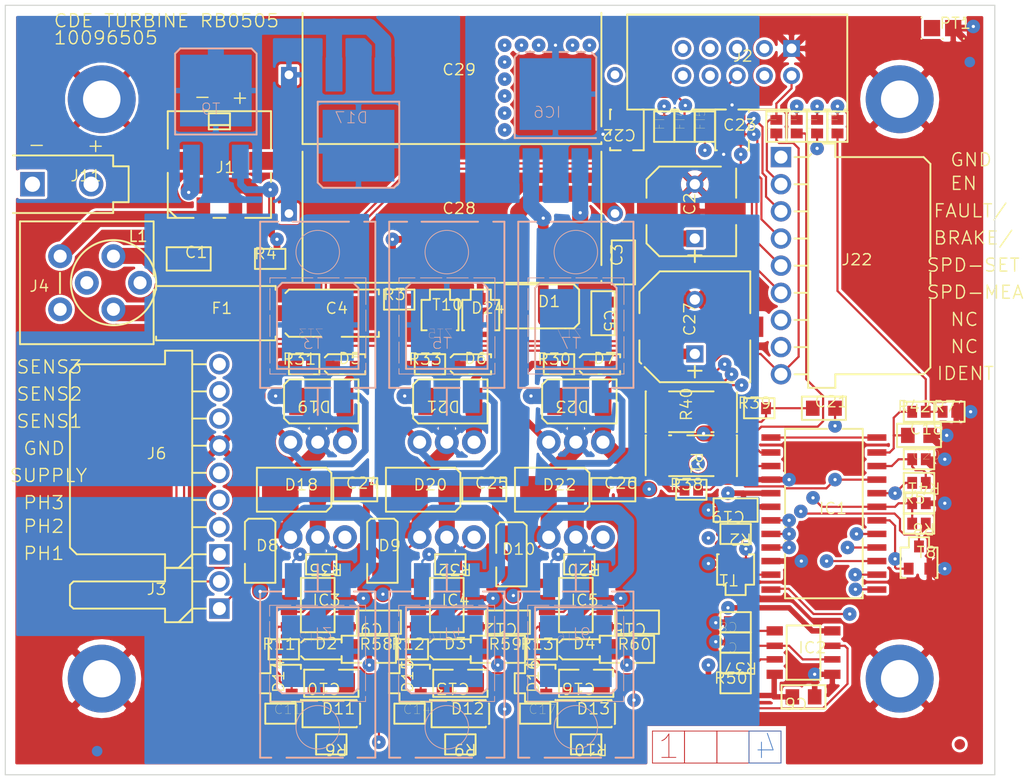
<source format=kicad_pcb>
(kicad_pcb (version 20171130) (host pcbnew 5.1.5-52549c5~86~ubuntu18.04.1)
  (layers (0 F.Cu signal) (1 In1.Cu signal) (2 In2.Cu signal) (31 B.Cu signal) (34 B.Paste user) (35 F.Paste user) (36 B.SilkS user) (37 F.SilkS user) (38 B.Mask user) (39 F.Mask user) (44 Edge.Cuts user))
  (net 0 "")
  (net 1 "Net-(C1-Pad2)")
  (net 2 "Net-(C1-Pad1)")
  (net 3 GND)
  (net 4 +24V)
  (net 5 +15V)
  (net 6 "Net-(C10-Pad2)")
  (net 7 "Net-(C11-Pad2)")
  (net 8 "Net-(C11-Pad1)")
  (net 9 "Net-(C13-Pad2)")
  (net 10 "Net-(C14-Pad2)")
  (net 11 "Net-(C14-Pad1)")
  (net 12 "Net-(C16-Pad2)")
  (net 13 "Net-(C17-Pad2)")
  (net 14 "Net-(C17-Pad1)")
  (net 15 "Net-(C18-Pad1)")
  (net 16 "Net-(C21-Pad2)")
  (net 17 "Net-(C21-Pad1)")
  (net 18 "Net-(C22-Pad1)")
  (net 19 "Net-(C22-Pad2)")
  (net 20 "Net-(C22-Pad3)")
  (net 21 "Net-(C22-Pad4)")
  (net 22 "Net-(C23-Pad5)")
  (net 23 "Net-(C23-Pad6)")
  (net 24 "Net-(C23-Pad7)")
  (net 25 "Net-(C23-Pad8)")
  (net 26 GNDPWR)
  (net 27 /ISENS)
  (net 28 /BOT-DR-C)
  (net 29 /BOT-DR-B)
  (net 30 /BOT-DR-A)
  (net 31 "Net-(D24-Pad2)")
  (net 32 /TEMP+)
  (net 33 /TEMP-)
  (net 34 /OE)
  (net 35 /TOP-DR-B)
  (net 36 /TOP-DR-A)
  (net 37 /V-REF-M)
  (net 38 /SENSOR1)
  (net 39 /SENSOR2)
  (net 40 /SENSOR3)
  (net 41 "Net-(IC1-Pad12)")
  (net 42 "Net-(IC1-Pad23)")
  (net 43 /TOP-DR-C)
  (net 44 /OSC)
  (net 45 "Net-(IC2-Pad7)")
  (net 46 "Net-(IC3-Pad4)")
  (net 47 "Net-(IC3-Pad5)")
  (net 48 "Net-(IC3-Pad7)")
  (net 49 "Net-(IC4-Pad4)")
  (net 50 "Net-(IC4-Pad5)")
  (net 51 "Net-(IC4-Pad7)")
  (net 52 "Net-(IC5-Pad4)")
  (net 53 "Net-(IC5-Pad5)")
  (net 54 "Net-(IC5-Pad7)")
  (net 55 "Net-(J2-Pad7)")
  (net 56 "Net-(J2-Pad8)")
  (net 57 "Net-(J22-Pad7)")
  (net 58 "Net-(J22-Pad8)")
  (net 59 "Net-(C4-Pad+)")
  (net 60 "Net-(C4-Pad-)")
  (net 61 "Net-(D17-PadA1)")
  (net 62 "Net-(R3-Pad1)")
  (net 63 "Net-(R20-Pad2)")
  (net 64 "Net-(R30-Pad2)")
  (net 65 "Net-(R31-Pad2)")
  (net 66 "Net-(R32-Pad2)")
  (net 67 "Net-(R33-Pad2)")
  (net 68 "Net-(R35-Pad2)")
  (net 69 "Net-(D22-Pad1)")
  (net 70 "Net-(C8-Pad2)")
  (net 71 "Net-(C20-Pad2)")
  (net 72 "Net-(FI5-Pad2)")
  (net 73 "Net-(FI6-Pad2)")
  (net 74 "Net-(FI7-Pad2)")
  (net 75 "Net-(FI8-Pad2)")
  (net 76 "Net-(F1-Pad1)")
  (net 77 "Net-(C7-Pad2)")
  (net 78 /PHA3)
  (net 79 /PHA2)
  (net 80 /PHA1)
  (net 81 "Net-(D2-Pad2)")
  (net 82 "Net-(D3-Pad2)")
  (net 83 "Net-(D4-Pad2)")
  (module "10096315 Blower Driver:TO220ABGDS-INV_COUCHE" (layer B.Cu) (at 127.7796 130.1596 180)
    (fp_text reference ZT2 (at 0.6096 8.382 unlocked) (layer B.SilkS) (effects (font (size 0.866445 0.911352) (thickness 0.0254)) (justify mirror)))
    (fp_text value Q-BT-TO220AB-GDS-INV hide)
    (pad D thru_hole circle (at 0 17.78) (size 2.2352 2.2352) (drill 1.2192) (layers *.Cu *.Mask) (net 4 +24V))
    (pad G thru_hole circle (at -2.54 17.78) (size 2.2352 2.2352) (drill 1.2192) (layers *.Cu *.Mask) (net 68 "Net-(R35-Pad2)"))
    (pad S thru_hole circle (at 2.54 17.78) (size 2.2352 2.2352) (drill 1.2192) (layers *.Cu *.Mask) (net 78 /PHA3))
  )
  (module "10096315 Blower Driver:TO220ABGDS-INV_COUCHE" (layer B.Cu) (at 127.7796 85.7096)
    (fp_text reference ZT3 (at -0.635 7.6454 unlocked) (layer B.SilkS) (effects (font (size 0.866445 0.911352) (thickness 0.0254)) (justify mirror)))
    (fp_text value Q-BT-TO220AB-GDS-INV hide)
    (pad D thru_hole circle (at 0 17.78 180) (size 2.2352 2.2352) (drill 1.2192) (layers *.Cu *.Mask) (net 78 /PHA3))
    (pad G thru_hole circle (at -2.54 17.78 180) (size 2.2352 2.2352) (drill 1.2192) (layers *.Cu *.Mask) (net 65 "Net-(R31-Pad2)"))
    (pad S thru_hole circle (at 2.54 17.78 180) (size 2.2352 2.2352) (drill 1.2192) (layers *.Cu *.Mask) (net 27 /ISENS))
  )
  (module "10096315 Blower Driver:TO220ABGDS-INV_COUCHE" (layer B.Cu) (at 139.8446 130.1596 180)
    (fp_text reference ZT4 (at 0.6096 8.382 unlocked) (layer B.SilkS) (effects (font (size 0.866445 0.911352) (thickness 0.0254)) (justify mirror)))
    (fp_text value Q-BT-TO220AB-GDS-INV hide)
    (pad D thru_hole circle (at 0 17.78) (size 2.2352 2.2352) (drill 1.2192) (layers *.Cu *.Mask) (net 4 +24V))
    (pad G thru_hole circle (at -2.54 17.78) (size 2.2352 2.2352) (drill 1.2192) (layers *.Cu *.Mask) (net 66 "Net-(R32-Pad2)"))
    (pad S thru_hole circle (at 2.54 17.78) (size 2.2352 2.2352) (drill 1.2192) (layers *.Cu *.Mask) (net 79 /PHA2))
  )
  (module "10096315 Blower Driver:TO220ABGDS-INV_COUCHE" (layer B.Cu) (at 139.8446 85.7096)
    (fp_text reference ZT5 (at -0.6096 7.6454 unlocked) (layer B.SilkS) (effects (font (size 0.866445 0.911352) (thickness 0.0254)) (justify mirror)))
    (fp_text value Q-BT-TO220AB-GDS-INV hide)
    (pad D thru_hole circle (at 0 17.78 180) (size 2.2352 2.2352) (drill 1.2192) (layers *.Cu *.Mask) (net 79 /PHA2))
    (pad G thru_hole circle (at -2.54 17.78 180) (size 2.2352 2.2352) (drill 1.2192) (layers *.Cu *.Mask) (net 67 "Net-(R33-Pad2)"))
    (pad S thru_hole circle (at 2.54 17.78 180) (size 2.2352 2.2352) (drill 1.2192) (layers *.Cu *.Mask) (net 27 /ISENS))
  )
  (module "10096315 Blower Driver:TO220ABGDS-INV_COUCHE" (layer B.Cu) (at 151.9096 130.1596 180)
    (fp_text reference ZT6 (at 0.6096 8.4074 unlocked) (layer B.SilkS) (effects (font (size 0.866445 0.911352) (thickness 0.0254)) (justify mirror)))
    (fp_text value Q-BT-TO220AB-GDS-INV hide)
    (pad D thru_hole circle (at 0 17.78) (size 2.2352 2.2352) (drill 1.2192) (layers *.Cu *.Mask) (net 4 +24V))
    (pad G thru_hole circle (at -2.54 17.78) (size 2.2352 2.2352) (drill 1.2192) (layers *.Cu *.Mask) (net 63 "Net-(R20-Pad2)"))
    (pad S thru_hole circle (at 2.54 17.78) (size 2.2352 2.2352) (drill 1.2192) (layers *.Cu *.Mask) (net 80 /PHA1))
  )
  (module "10096315 Blower Driver:TO220ABGDS-INV_COUCHE" (layer B.Cu) (at 151.9096 85.7096)
    (fp_text reference ZT7 (at -0.6096 7.6454 unlocked) (layer B.SilkS) (effects (font (size 0.866445 0.911352) (thickness 0.0254)) (justify mirror)))
    (fp_text value Q-BT-TO220AB-GDS-INV hide)
    (pad D thru_hole circle (at 0 17.78 180) (size 2.2352 2.2352) (drill 1.2192) (layers *.Cu *.Mask) (net 80 /PHA1))
    (pad G thru_hole circle (at -2.54 17.78 180) (size 2.2352 2.2352) (drill 1.2192) (layers *.Cu *.Mask) (net 64 "Net-(R30-Pad2)"))
    (pad S thru_hole circle (at 2.54 17.78 180) (size 2.2352 2.2352) (drill 1.2192) (layers *.Cu *.Mask) (net 27 /ISENS))
  )
  (module NetTie:NetTie-2_SMD_Pad0.5mm (layer F.Cu) (at 163.3474 102.743)
    (fp_text reference NT1 hide)
    (fp_text value Net-Tie_2 hide)
    (fp_poly (pts (xy -0.5 -0.25) (xy 0.5 -0.25) (xy 0.5 0.25) (xy -0.5 0.25)) (layer F.Cu) (width 0))
    (pad 2 smd circle (at 0.5 0) (size 0.5 0.5) (layers F.Cu) (net 26 GNDPWR))
    (pad 1 smd circle (at -0.5 0) (size 0.5 0.5) (layers F.Cu) (net 3 GND))
  )
  (module "10096315 Blower Driver:ELC09DxxxxF_NoCopper" (layer F.Cu) (at 108.6866 88.5698)
    (fp_text reference L1 (at 2.2938 -4.328) (layer F.SilkS))
    (fp_text value Inductor_22uH)
  )
  (module "10096315 Blower Driver:JUMPER2_NoCopper" (layer F.Cu) (at 103.6828 88.5952)
    (fp_text reference J4 (at -1.9304 0.3048 unlocked) (layer F.SilkS) (effects (font (size 1.033069 1.086612) (thickness 0.127))))
    (fp_text value JumperBypass hide)
  )
  (module "10096315 Blower Driver:C0805" (layer F.Cu) (at 115.7146 86.3446)
    (fp_text reference C1 (at 0.6985 -0.6096 unlocked) (layer F.SilkS) (effects (font (size 1.033069 1.086612) (thickness 0.127))))
    (fp_text value Capacitor_100nF hide)
    (pad 1 smd rect (at -1.0414 0) (size 1.27 1.4224) (layers F.Cu F.Paste F.Mask) (net 2 "Net-(C1-Pad1)"))
    (pad 2 smd rect (at 1.0414 0) (size 1.27 1.4224) (layers F.Cu F.Paste F.Mask) (net 1 "Net-(C1-Pad2)"))
  )
  (module "10096315 Blower Driver:03515" (layer F.Cu) (at 163.0348 81.8996)
    (fp_text reference C2 (at -0.4826 -0.6985 90 unlocked) (layer F.SilkS) (effects (font (size 1.033069 1.086612) (thickness 0.127))))
    (fp_text value Capacitor_100uF_CheckFootprint hide)
    (pad + thru_hole rect (at 0 2.54) (size 1.6002 1.6002) (drill 0.9652) (layers *.Cu *.Mask) (net 4 +24V))
    (pad - thru_hole circle (at 0 -2.54) (size 1.6002 1.6002) (drill 0.9652) (layers *.Cu *.Mask) (net 3 GND))
  )
  (module "10096315 Blower Driver:C0805" (layer F.Cu) (at 156.3546 86.6748 90)
    (fp_text reference C3 (at 0.6985 -0.6096 90 unlocked) (layer F.SilkS) (effects (font (size 1.033069 1.086612) (thickness 0.127))))
    (fp_text value Capacitor_100nF hide)
    (pad 1 smd rect (at -1.0414 0 90) (size 1.27 1.4224) (layers F.Cu F.Paste F.Mask) (net 3 GND))
    (pad 2 smd rect (at 1.0414 0 90) (size 1.27 1.4224) (layers F.Cu F.Paste F.Mask) (net 4 +24V))
  )
  (module "10096315 Blower Driver:C7343" (layer F.Cu) (at 129.0496 91.4246)
    (fp_text reference C4 (at 0.508 -0.4572 unlocked) (layer F.SilkS) (effects (font (size 1.033069 1.086612) (thickness 0.127))))
    (fp_text value Capacitor_22uF_CheckFootprint hide)
    (pad + smd rect (at -2.9972 0) (size 2.286 3.2004) (layers F.Cu F.Paste F.Mask) (net 59 "Net-(C4-Pad+)"))
    (pad - smd rect (at 2.9972 0) (size 2.286 3.2004) (layers F.Cu F.Paste F.Mask) (net 60 "Net-(C4-Pad-)"))
  )
  (module "10096315 Blower Driver:C0805" (layer F.Cu) (at 154.4496 91.4246 270)
    (fp_text reference C5 (at 0.6985 -0.6096 270 unlocked) (layer F.SilkS) (effects (font (size 1.033069 1.086612) (thickness 0.127))))
    (fp_text value Capacitor_100nF hide)
    (pad 1 smd rect (at -1.0414 0 270) (size 1.27 1.4224) (layers F.Cu F.Paste F.Mask) (net 3 GND))
    (pad 2 smd rect (at 1.0414 0 270) (size 1.27 1.4224) (layers F.Cu F.Paste F.Mask) (net 5 +15V))
  )
  (module "10096315 Blower Driver:C0805" (layer F.Cu) (at 173.1948 127.3148 180)
    (fp_text reference C6 (at 0.6985 -0.6096 180 unlocked) (layer F.SilkS) (effects (font (size 1.033069 1.086612) (thickness 0.127))))
    (fp_text value Capacitor_100nF hide)
    (pad 1 smd rect (at -1.0414 0 180) (size 1.27 1.4224) (layers F.Cu F.Paste F.Mask) (net 3 GND))
    (pad 2 smd rect (at 1.0414 0 180) (size 1.27 1.4224) (layers F.Cu F.Paste F.Mask) (net 5 +15V))
  )
  (module "10096315 Blower Driver:C0603" (layer F.Cu) (at 166.8448 122.2348)
    (fp_text reference C7 (at -0.6858 0.4064 -180 unlocked) (layer F.SilkS) (effects (font (size 0.866445 0.911352) (thickness 0.0254))))
    (fp_text value Capacitor_2.2nF hide)
    (pad 1 smd rect (at -0.635 0) (size 0.9144 1.1176) (layers F.Cu F.Paste F.Mask) (net 3 GND))
    (pad 2 smd rect (at 0.635 0) (size 0.9144 1.1176) (layers F.Cu F.Paste F.Mask) (net 77 "Net-(C7-Pad2)"))
  )
  (module "10096315 Blower Driver:C0603" (layer F.Cu) (at 166.8448 120.3298)
    (fp_text reference C8 (at -0.6858 0.4064 -180 unlocked) (layer F.SilkS) (effects (font (size 0.866445 0.911352) (thickness 0.0254))))
    (fp_text value Capacitor_10nF hide)
    (pad 1 smd rect (at -0.635 0) (size 0.9144 1.1176) (layers F.Cu F.Paste F.Mask) (net 3 GND))
    (pad 2 smd rect (at 0.635 0) (size 0.9144 1.1176) (layers F.Cu F.Paste F.Mask) (net 70 "Net-(C8-Pad2)"))
  )
  (module "10096315 Blower Driver:C0805" (layer F.Cu) (at 133.4946 120.3298 180)
    (fp_text reference C9 (at 0.6985 -0.6096 180 unlocked) (layer F.SilkS) (effects (font (size 1.033069 1.086612) (thickness 0.127))))
    (fp_text value Capacitor_100nF hide)
    (pad 1 smd rect (at -1.0414 0 180) (size 1.27 1.4224) (layers F.Cu F.Paste F.Mask) (net 3 GND))
    (pad 2 smd rect (at 1.0414 0 180) (size 1.27 1.4224) (layers F.Cu F.Paste F.Mask) (net 5 +15V))
  )
  (module "10096315 Blower Driver:RC1206" (layer F.Cu) (at 129.0496 126.0448)
    (fp_text reference C10 (at -0.6985 0.4826 -180 unlocked) (layer F.SilkS) (effects (font (size 1.033069 1.086612) (thickness 0.127))))
    (fp_text value Capacitor_220nF hide)
    (pad 1 smd rect (at -1.4224 0) (size 1.5748 1.905) (layers F.Cu F.Paste F.Mask) (net 78 /PHA3))
    (pad 2 smd rect (at 1.4224 0) (size 1.5748 1.905) (layers F.Cu F.Paste F.Mask) (net 6 "Net-(C10-Pad2)"))
  )
  (module "10096315 Blower Driver:C0603" (layer F.Cu) (at 124.2998 128.8896 180)
    (fp_text reference C11 (at -0.6858 0.4064 unlocked) (layer F.SilkS) (effects (font (size 0.866445 0.911352) (thickness 0.0254))))
    (fp_text value Capacitor_2.2nF hide)
    (pad 1 smd rect (at -0.635 0 180) (size 0.9144 1.1176) (layers F.Cu F.Paste F.Mask) (net 8 "Net-(C11-Pad1)"))
    (pad 2 smd rect (at 0.635 0 180) (size 0.9144 1.1176) (layers F.Cu F.Paste F.Mask) (net 7 "Net-(C11-Pad2)"))
  )
  (module "10096315 Blower Driver:C0805" (layer F.Cu) (at 145.5596 120.3298 180)
    (fp_text reference C12 (at 0.6985 -0.6096 180 unlocked) (layer F.SilkS) (effects (font (size 1.033069 1.086612) (thickness 0.127))))
    (fp_text value Capacitor_100nF hide)
    (pad 1 smd rect (at -1.0414 0 180) (size 1.27 1.4224) (layers F.Cu F.Paste F.Mask) (net 3 GND))
    (pad 2 smd rect (at 1.0414 0 180) (size 1.27 1.4224) (layers F.Cu F.Paste F.Mask) (net 5 +15V))
  )
  (module "10096315 Blower Driver:RC1206" (layer F.Cu) (at 141.1146 126.0448)
    (fp_text reference C13 (at -0.6985 0.4826 -180 unlocked) (layer F.SilkS) (effects (font (size 1.033069 1.086612) (thickness 0.127))))
    (fp_text value Capacitor_220nF hide)
    (pad 1 smd rect (at -1.4224 0) (size 1.5748 1.905) (layers F.Cu F.Paste F.Mask) (net 79 /PHA2))
    (pad 2 smd rect (at 1.4224 0) (size 1.5748 1.905) (layers F.Cu F.Paste F.Mask) (net 9 "Net-(C13-Pad2)"))
  )
  (module "10096315 Blower Driver:C0603" (layer F.Cu) (at 136.3648 128.8896 180)
    (fp_text reference C14 (at -0.6858 0.4064 unlocked) (layer F.SilkS) (effects (font (size 0.866445 0.911352) (thickness 0.0254))))
    (fp_text value Capacitor_2.2nF hide)
    (pad 1 smd rect (at -0.635 0 180) (size 0.9144 1.1176) (layers F.Cu F.Paste F.Mask) (net 11 "Net-(C14-Pad1)"))
    (pad 2 smd rect (at 0.635 0 180) (size 0.9144 1.1176) (layers F.Cu F.Paste F.Mask) (net 10 "Net-(C14-Pad2)"))
  )
  (module "10096315 Blower Driver:C0805" (layer F.Cu) (at 157.6246 120.3298 180)
    (fp_text reference C15 (at 0.6985 -0.6096 180 unlocked) (layer F.SilkS) (effects (font (size 1.033069 1.086612) (thickness 0.127))))
    (fp_text value Capacitor_100nF hide)
    (pad 1 smd rect (at -1.0414 0 180) (size 1.27 1.4224) (layers F.Cu F.Paste F.Mask) (net 3 GND))
    (pad 2 smd rect (at 1.0414 0 180) (size 1.27 1.4224) (layers F.Cu F.Paste F.Mask) (net 5 +15V))
  )
  (module "10096315 Blower Driver:RC1206" (layer F.Cu) (at 152.8748 126.0448)
    (fp_text reference C16 (at -0.6985 0.4826 -180 unlocked) (layer F.SilkS) (effects (font (size 1.033069 1.086612) (thickness 0.127))))
    (fp_text value Capacitor_220nF hide)
    (pad 1 smd rect (at -1.4224 0) (size 1.5748 1.905) (layers F.Cu F.Paste F.Mask) (net 80 /PHA1))
    (pad 2 smd rect (at 1.4224 0) (size 1.5748 1.905) (layers F.Cu F.Paste F.Mask) (net 12 "Net-(C16-Pad2)"))
  )
  (module "10096315 Blower Driver:C0603" (layer F.Cu) (at 148.0996 128.8896 180)
    (fp_text reference C17 (at -0.6858 0.4064 unlocked) (layer F.SilkS) (effects (font (size 0.866445 0.911352) (thickness 0.0254))))
    (fp_text value Capacitor_2.2nF hide)
    (pad 1 smd rect (at -0.635 0 180) (size 0.9144 1.1176) (layers F.Cu F.Paste F.Mask) (net 14 "Net-(C17-Pad1)"))
    (pad 2 smd rect (at 0.635 0 180) (size 0.9144 1.1176) (layers F.Cu F.Paste F.Mask) (net 13 "Net-(C17-Pad2)"))
  )
  (module "10096315 Blower Driver:C0805" (layer F.Cu) (at 183.9898 102.8546)
    (fp_text reference C18 (at 0.6985 -0.6096 unlocked) (layer F.SilkS) (effects (font (size 1.033069 1.086612) (thickness 0.127))))
    (fp_text value Capacitor_330nF hide)
    (pad 1 smd rect (at -1.0414 0) (size 1.27 1.4224) (layers F.Cu F.Paste F.Mask) (net 15 "Net-(C18-Pad1)"))
    (pad 2 smd rect (at 1.0414 0) (size 1.27 1.4224) (layers F.Cu F.Paste F.Mask) (net 3 GND))
  )
  (module "10096315 Blower Driver:C0805" (layer F.Cu) (at 166.8448 109.8396 180)
    (fp_text reference C19 (at 0.6985 -0.6096 180 unlocked) (layer F.SilkS) (effects (font (size 1.033069 1.086612) (thickness 0.127))))
    (fp_text value Capacitor_100nF hide)
    (pad 1 smd rect (at -1.0414 0 180) (size 1.27 1.4224) (layers F.Cu F.Paste F.Mask) (net 5 +15V))
    (pad 2 smd rect (at 1.0414 0 180) (size 1.27 1.4224) (layers F.Cu F.Paste F.Mask) (net 3 GND))
  )
  (module "10096315 Blower Driver:C0603" (layer F.Cu) (at 183.9898 105.0898 180)
    (fp_text reference C20 (at -0.6858 0.4064 unlocked) (layer F.SilkS) (effects (font (size 0.866445 0.911352) (thickness 0.0254))))
    (fp_text value Capacitor_10nF hide)
    (pad 1 smd rect (at -0.635 0 180) (size 0.9144 1.1176) (layers F.Cu F.Paste F.Mask) (net 3 GND))
    (pad 2 smd rect (at 0.635 0 180) (size 0.9144 1.1176) (layers F.Cu F.Paste F.Mask) (net 71 "Net-(C20-Pad2)"))
  )
  (module "10096315 Blower Driver:C0805" (layer F.Cu) (at 175.0998 100.3146)
    (fp_text reference C21 (at 0.6985 -0.6096 unlocked) (layer F.SilkS) (effects (font (size 1.033069 1.086612) (thickness 0.127))))
    (fp_text value Capacitor_100nF hide)
    (pad 1 smd rect (at -1.0414 0) (size 1.27 1.4224) (layers F.Cu F.Paste F.Mask) (net 17 "Net-(C21-Pad1)"))
    (pad 2 smd rect (at 1.0414 0) (size 1.27 1.4224) (layers F.Cu F.Paste F.Mask) (net 16 "Net-(C21-Pad2)"))
  )
  (module "10096315 Blower Driver:C0612-4" (layer F.Cu) (at 156.6848 74.2796 90)
    (fp_text reference C22 (at -0.4572 -0.7239 -180 unlocked) (layer F.SilkS) (effects (font (size 1.033069 1.086612) (thickness 0.127))))
    (fp_text value CapacitorArray_47pf hide)
    (pad 1 smd rect (at -1.1938 0.7874 90) (size 0.5588 0.9144) (layers F.Cu F.Paste F.Mask) (net 18 "Net-(C22-Pad1)"))
    (pad 2 smd rect (at -0.381 0.7874 90) (size 0.5588 0.9144) (layers F.Cu F.Paste F.Mask) (net 19 "Net-(C22-Pad2)"))
    (pad 3 smd rect (at 0.381 0.7874 90) (size 0.5588 0.9144) (layers F.Cu F.Paste F.Mask) (net 20 "Net-(C22-Pad3)"))
    (pad 4 smd rect (at 1.1938 0.7874 90) (size 0.5588 0.9144) (layers F.Cu F.Paste F.Mask) (net 21 "Net-(C22-Pad4)"))
    (pad 5 smd rect (at 1.1938 -0.7874 90) (size 0.5588 0.9144) (layers F.Cu F.Paste F.Mask) (net 3 GND))
    (pad 6 smd rect (at 0.381 -0.7874 90) (size 0.5588 0.9144) (layers F.Cu F.Paste F.Mask) (net 3 GND))
    (pad 7 smd rect (at -0.381 -0.7874 90) (size 0.5588 0.9144) (layers F.Cu F.Paste F.Mask) (net 3 GND))
    (pad 8 smd rect (at -1.1938 -0.7874 90) (size 0.5588 0.9144) (layers F.Cu F.Paste F.Mask) (net 3 GND))
  )
  (module "10096315 Blower Driver:C0612-4" (layer F.Cu) (at 166.5146 74.2796 270)
    (fp_text reference C23 (at -0.4572 -0.7239 unlocked) (layer F.SilkS) (effects (font (size 1.033069 1.086612) (thickness 0.127))))
    (fp_text value CapacitorArray_47pf hide)
    (pad 1 smd rect (at -1.1938 0.7874 270) (size 0.5588 0.9144) (layers F.Cu F.Paste F.Mask) (net 3 GND))
    (pad 2 smd rect (at -0.381 0.7874 270) (size 0.5588 0.9144) (layers F.Cu F.Paste F.Mask) (net 3 GND))
    (pad 3 smd rect (at 0.381 0.7874 270) (size 0.5588 0.9144) (layers F.Cu F.Paste F.Mask) (net 3 GND))
    (pad 4 smd rect (at 1.1938 0.7874 270) (size 0.5588 0.9144) (layers F.Cu F.Paste F.Mask) (net 3 GND))
    (pad 5 smd rect (at 1.1938 -0.7874 270) (size 0.5588 0.9144) (layers F.Cu F.Paste F.Mask) (net 22 "Net-(C23-Pad5)"))
    (pad 6 smd rect (at 0.381 -0.7874 270) (size 0.5588 0.9144) (layers F.Cu F.Paste F.Mask) (net 23 "Net-(C23-Pad6)"))
    (pad 7 smd rect (at -0.381 -0.7874 270) (size 0.5588 0.9144) (layers F.Cu F.Paste F.Mask) (net 24 "Net-(C23-Pad7)"))
    (pad 8 smd rect (at -1.1938 -0.7874 270) (size 0.5588 0.9144) (layers F.Cu F.Paste F.Mask) (net 25 "Net-(C23-Pad8)"))
  )
  (module "10096315 Blower Driver:C0805" (layer F.Cu) (at 131.2848 107.9346)
    (fp_text reference C24 (at 0.6985 -0.6096 unlocked) (layer F.SilkS) (effects (font (size 1.033069 1.086612) (thickness 0.127))))
    (fp_text value Capacitor_100nF hide)
    (pad 1 smd rect (at -1.0414 0) (size 1.27 1.4224) (layers F.Cu F.Paste F.Mask) (net 4 +24V))
    (pad 2 smd rect (at 1.0414 0) (size 1.27 1.4224) (layers F.Cu F.Paste F.Mask) (net 26 GNDPWR))
  )
  (module "10096315 Blower Driver:C0805" (layer F.Cu) (at 143.3498 107.9346)
    (fp_text reference C25 (at 0.6985 -0.6096 unlocked) (layer F.SilkS) (effects (font (size 1.033069 1.086612) (thickness 0.127))))
    (fp_text value Capacitor_100nF hide)
    (pad 1 smd rect (at -1.0414 0) (size 1.27 1.4224) (layers F.Cu F.Paste F.Mask) (net 4 +24V))
    (pad 2 smd rect (at 1.0414 0) (size 1.27 1.4224) (layers F.Cu F.Paste F.Mask) (net 26 GNDPWR))
  )
  (module "10096315 Blower Driver:C0805" (layer F.Cu) (at 155.4148 107.9346)
    (fp_text reference C26 (at 0.6985 -0.6096 unlocked) (layer F.SilkS) (effects (font (size 1.033069 1.086612) (thickness 0.127))))
    (fp_text value Capacitor_100nF hide)
    (pad 1 smd rect (at -1.0414 0) (size 1.27 1.4224) (layers F.Cu F.Paste F.Mask) (net 4 +24V))
    (pad 2 smd rect (at 1.0414 0) (size 1.27 1.4224) (layers F.Cu F.Paste F.Mask) (net 26 GNDPWR))
  )
  (module "10096315 Blower Driver:03515" (layer F.Cu) (at 163.0348 92.6946)
    (fp_text reference C27 (at -0.4826 -0.6985 90 unlocked) (layer F.SilkS) (effects (font (size 1.033069 1.086612) (thickness 0.127))))
    (fp_text value Capacitor_470uF_CheckFootprint hide)
    (pad + thru_hole rect (at 0 2.54) (size 1.6002 1.6002) (drill 0.9652) (layers *.Cu *.Mask) (net 5 +15V))
    (pad - thru_hole circle (at 0 -2.54) (size 1.6002 1.6002) (drill 0.9652) (layers *.Cu *.Mask) (net 3 GND))
  )
  (module "10096315 Blower Driver:HT-13X27" (layer F.Cu) (at 125.0872 82.1028)
    (fp_text reference C28 (at 15.9131 -0.4826 unlocked) (layer F.SilkS) (effects (font (size 1.033069 1.086612) (thickness 0.127))))
    (fp_text value Capacitor_1000uF hide)
    (pad + thru_hole rect (at 0 0) (size 1.4732 1.4732) (drill 0.8128) (layers *.Cu *.Mask) (net 4 +24V))
    (pad - thru_hole circle (at 30.48 0) (size 1.4732 1.4732) (drill 0.8128) (layers *.Cu *.Mask) (net 26 GNDPWR))
  )
  (module "10096315 Blower Driver:HT-13X27" (layer F.Cu) (at 125.0872 69.1234)
    (fp_text reference C29 (at 15.9131 -0.4826 unlocked) (layer F.SilkS) (effects (font (size 1.033069 1.086612) (thickness 0.127))))
    (fp_text value Capacitor_1000uF hide)
    (pad + thru_hole rect (at 0 0) (size 1.4732 1.4732) (drill 0.8128) (layers *.Cu *.Mask) (net 4 +24V))
    (pad - thru_hole circle (at 30.48 0) (size 1.4732 1.4732) (drill 0.8128) (layers *.Cu *.Mask) (net 26 GNDPWR))
  )
  (module "10096315 Blower Driver:SMB" (layer F.Cu) (at 148.7346 90.7896 180)
    (fp_text reference D1 (at -0.6731 0.4572 unlocked) (layer F.SilkS) (effects (font (size 1.033069 1.086612) (thickness 0.127))))
    (fp_text value DiodeZener_30V hide)
    (pad 1 smd rect (at 2.2098 0 180) (size 1.5748 2.54) (layers F.Cu F.Paste F.Mask) (net 26 GNDPWR))
    (pad 2 smd rect (at -2.2098 0 180) (size 1.5748 2.54) (layers F.Cu F.Paste F.Mask) (net 4 +24V))
  )
  (module "10096315 Blower Driver:SOD323" (layer F.Cu) (at 128.1098 122.8698)
    (fp_text reference D2 (at 0.4572 -0.5334 unlocked) (layer F.SilkS) (effects (font (size 1.033069 1.086612) (thickness 0.127))))
    (fp_text value DiodeSchottky hide)
    (pad 1 smd rect (at 1.0922 0) (size 1.27 0.6096) (layers F.Cu F.Paste F.Mask))
    (pad 2 smd rect (at -1.0922 0) (size 1.27 0.6096) (layers F.Cu F.Paste F.Mask))
  )
  (module "10096315 Blower Driver:SOD323" (layer F.Cu) (at 140.1748 122.8698)
    (fp_text reference D3 (at 0.4572 -0.5334 unlocked) (layer F.SilkS) (effects (font (size 1.033069 1.086612) (thickness 0.127))))
    (fp_text value DiodeSchottky hide)
    (pad 1 smd rect (at 1.0922 0) (size 1.27 0.6096) (layers F.Cu F.Paste F.Mask))
    (pad 2 smd rect (at -1.0922 0) (size 1.27 0.6096) (layers F.Cu F.Paste F.Mask))
  )
  (module "10096315 Blower Driver:SOD323" (layer F.Cu) (at 152.2398 122.8698)
    (fp_text reference D4 (at 0.4572 -0.5334 unlocked) (layer F.SilkS) (effects (font (size 1.033069 1.086612) (thickness 0.127))))
    (fp_text value DiodeSchottky hide)
    (pad 1 smd rect (at 1.0922 0) (size 1.27 0.6096) (layers F.Cu F.Paste F.Mask))
    (pad 2 smd rect (at -1.0922 0) (size 1.27 0.6096) (layers F.Cu F.Paste F.Mask))
  )
  (module "10096315 Blower Driver:SOD323" (layer F.Cu) (at 130.3196 96.1998)
    (fp_text reference D5 (at 0.4572 -0.5334 unlocked) (layer F.SilkS) (effects (font (size 1.033069 1.086612) (thickness 0.127))))
    (fp_text value DiodeSchottky hide)
    (pad 1 smd rect (at 1.0922 0) (size 1.27 0.6096) (layers F.Cu F.Paste F.Mask))
    (pad 2 smd rect (at -1.0922 0) (size 1.27 0.6096) (layers F.Cu F.Paste F.Mask))
  )
  (module "10096315 Blower Driver:SOD323" (layer F.Cu) (at 142.0798 96.1998)
    (fp_text reference D6 (at 0.4572 -0.5334 unlocked) (layer F.SilkS) (effects (font (size 1.033069 1.086612) (thickness 0.127))))
    (fp_text value DiodeSchottky hide)
    (pad 1 smd rect (at 1.0922 0) (size 1.27 0.6096) (layers F.Cu F.Paste F.Mask))
    (pad 2 smd rect (at -1.0922 0) (size 1.27 0.6096) (layers F.Cu F.Paste F.Mask))
  )
  (module "10096315 Blower Driver:SOD323" (layer F.Cu) (at 154.1448 96.1998)
    (fp_text reference D7 (at 0.4572 -0.5334 unlocked) (layer F.SilkS) (effects (font (size 1.033069 1.086612) (thickness 0.127))))
    (fp_text value DiodeSchottky hide)
    (pad 1 smd rect (at 1.0922 0) (size 1.27 0.6096) (layers F.Cu F.Paste F.Mask))
    (pad 2 smd rect (at -1.0922 0) (size 1.27 0.6096) (layers F.Cu F.Paste F.Mask))
  )
  (module "10096315 Blower Driver:SMA" (layer F.Cu) (at 122.3948 113.6496 270)
    (fp_text reference D8 (at -0.4826 -0.6731 unlocked) (layer F.SilkS) (effects (font (size 1.033069 1.086612) (thickness 0.127))))
    (fp_text value DiodeZener_200V hide)
    (pad 1 smd rect (at 1.905 0 270) (size 1.5748 1.905) (layers F.Cu F.Paste F.Mask) (net 26 GNDPWR))
    (pad 2 smd rect (at -1.905 0 270) (size 1.5748 1.905) (layers F.Cu F.Paste F.Mask) (net 78 /PHA3))
  )
  (module "10096315 Blower Driver:SMA" (layer F.Cu) (at 133.8248 113.6496 270)
    (fp_text reference D9 (at -0.4826 -0.6731 unlocked) (layer F.SilkS) (effects (font (size 1.033069 1.086612) (thickness 0.127))))
    (fp_text value DiodeZener_200V hide)
    (pad 1 smd rect (at 1.905 0 270) (size 1.5748 1.905) (layers F.Cu F.Paste F.Mask) (net 26 GNDPWR))
    (pad 2 smd rect (at -1.905 0 270) (size 1.5748 1.905) (layers F.Cu F.Paste F.Mask) (net 79 /PHA2))
  )
  (module "10096315 Blower Driver:SMA" (layer F.Cu) (at 145.8898 113.9798 270)
    (fp_text reference D10 (at -0.4826 -0.6731 unlocked) (layer F.SilkS) (effects (font (size 1.033069 1.086612) (thickness 0.127))))
    (fp_text value DiodeZener_200V hide)
    (pad 1 smd rect (at 1.905 0 270) (size 1.5748 1.905) (layers F.Cu F.Paste F.Mask) (net 26 GNDPWR))
    (pad 2 smd rect (at -1.905 0 270) (size 1.5748 1.905) (layers F.Cu F.Paste F.Mask) (net 80 /PHA1))
  )
  (module "10096315 Blower Driver:SOD80" (layer F.Cu) (at 129.0496 128.8896)
    (fp_text reference D11 (at 0.6731 -0.4572 unlocked) (layer F.SilkS) (effects (font (size 1.033069 1.086612) (thickness 0.127))))
    (fp_text value DiodeZener_30V hide)
    (pad 1 smd rect (at -1.5748 0) (size 1.5748 1.905) (layers F.Cu F.Paste F.Mask) (net 78 /PHA3))
    (pad 2 smd rect (at 1.5748 0) (size 1.5748 1.905) (layers F.Cu F.Paste F.Mask) (net 6 "Net-(C10-Pad2)"))
  )
  (module "10096315 Blower Driver:SOD80" (layer F.Cu) (at 141.1146 128.8896)
    (fp_text reference D12 (at 0.6731 -0.4572 unlocked) (layer F.SilkS) (effects (font (size 1.033069 1.086612) (thickness 0.127))))
    (fp_text value DiodeZener_30V hide)
    (pad 1 smd rect (at -1.5748 0) (size 1.5748 1.905) (layers F.Cu F.Paste F.Mask) (net 79 /PHA2))
    (pad 2 smd rect (at 1.5748 0) (size 1.5748 1.905) (layers F.Cu F.Paste F.Mask) (net 9 "Net-(C13-Pad2)"))
  )
  (module "10096315 Blower Driver:SOD80" (layer F.Cu) (at 152.8748 128.8896)
    (fp_text reference D13 (at 0.6731 -0.4572 unlocked) (layer F.SilkS) (effects (font (size 1.033069 1.086612) (thickness 0.127))))
    (fp_text value DiodeZener_30V hide)
    (pad 1 smd rect (at -1.5748 0) (size 1.5748 1.905) (layers F.Cu F.Paste F.Mask) (net 80 /PHA1))
    (pad 2 smd rect (at 1.5748 0) (size 1.5748 1.905) (layers F.Cu F.Paste F.Mask) (net 12 "Net-(C16-Pad2)"))
  )
  (module "10096315 Blower Driver:SOT23-1G" (layer F.Cu) (at 124.2998 126.0448 90)
    (fp_text reference D14 (at 0.6731 -0.1778 90 unlocked) (layer F.SilkS) (effects (font (size 1.033069 1.086612) (thickness 0.127))))
    (fp_text value DiodeSchottkySeriesPair hide)
    (pad 1 smd rect (at -0.9652 1.0414 90) (size 0.9144 1.1176) (layers F.Cu F.Paste F.Mask) (net 78 /PHA3))
    (pad 2 smd rect (at 0.9652 1.0414 90) (size 0.9144 1.1176) (layers F.Cu F.Paste F.Mask) (net 6 "Net-(C10-Pad2)"))
    (pad 3 smd rect (at 0 -1.0414 90) (size 0.9144 1.1176) (layers F.Cu F.Paste F.Mask) (net 7 "Net-(C11-Pad2)"))
  )
  (module "10096315 Blower Driver:SOT23-1G" (layer F.Cu) (at 136.3648 126.0448 90)
    (fp_text reference D15 (at 0.6731 -0.1778 90 unlocked) (layer F.SilkS) (effects (font (size 1.033069 1.086612) (thickness 0.127))))
    (fp_text value DiodeSchottkySeriesPair hide)
    (pad 1 smd rect (at -0.9652 1.0414 90) (size 0.9144 1.1176) (layers F.Cu F.Paste F.Mask) (net 79 /PHA2))
    (pad 2 smd rect (at 0.9652 1.0414 90) (size 0.9144 1.1176) (layers F.Cu F.Paste F.Mask) (net 9 "Net-(C13-Pad2)"))
    (pad 3 smd rect (at 0 -1.0414 90) (size 0.9144 1.1176) (layers F.Cu F.Paste F.Mask) (net 10 "Net-(C14-Pad2)"))
  )
  (module "10096315 Blower Driver:SOT23-1G" (layer F.Cu) (at 148.0996 126.0448 90)
    (fp_text reference D16 (at 0.6731 -0.1778 90 unlocked) (layer F.SilkS) (effects (font (size 1.033069 1.086612) (thickness 0.127))))
    (fp_text value DiodeSchottkySeriesPair hide)
    (pad 1 smd rect (at -0.9652 1.0414 90) (size 0.9144 1.1176) (layers F.Cu F.Paste F.Mask) (net 80 /PHA1))
    (pad 2 smd rect (at 0.9652 1.0414 90) (size 0.9144 1.1176) (layers F.Cu F.Paste F.Mask) (net 12 "Net-(C16-Pad2)"))
    (pad 3 smd rect (at 0 -1.0414 90) (size 0.9144 1.1176) (layers F.Cu F.Paste F.Mask) (net 13 "Net-(C17-Pad2)"))
  )
  (module "10096315 Blower Driver:DPAK-2ANODES" (layer B.Cu) (at 131.5896 73.9748 180)
    (fp_text reference D17 (at 0.6731 0.8382 unlocked) (layer B.SilkS) (effects (font (size 1.033069 1.086612) (thickness 0.0762)) (justify mirror)))
    (fp_text value DiodeSchottkyParallelPair hide)
    (pad A1 smd rect (at 2.286 4.8768) (size 1.5748 3.175) (layers B.Cu B.Paste B.Mask) (net 61 "Net-(D17-PadA1)"))
    (pad A2 smd rect (at -2.286 4.8768) (size 1.5748 3.175) (layers B.Cu B.Paste B.Mask) (net 61 "Net-(D17-PadA1)"))
    (pad K smd rect (at 0 -1.778) (size 6.7056 6.7056) (layers B.Cu B.Paste B.Mask) (net 4 +24V))
  )
  (module "10096315 Blower Driver:SMB" (layer F.Cu) (at 125.5698 107.9346 180)
    (fp_text reference D18 (at -0.6731 0.4572 unlocked) (layer F.SilkS) (effects (font (size 1.033069 1.086612) (thickness 0.127))))
    (fp_text value DiodeZener_30V hide)
    (pad 1 smd rect (at 2.2098 0 180) (size 1.5748 2.54) (layers F.Cu F.Paste F.Mask) (net 78 /PHA3))
    (pad 2 smd rect (at -2.2098 0 180) (size 1.5748 2.54) (layers F.Cu F.Paste F.Mask) (net 4 +24V))
  )
  (module "10096315 Blower Driver:SMB" (layer F.Cu) (at 128.1098 99.6796)
    (fp_text reference D19 (at -0.6731 0.4572 -180 unlocked) (layer F.SilkS) (effects (font (size 1.033069 1.086612) (thickness 0.127))))
    (fp_text value DiodeZener_30V hide)
    (pad 1 smd rect (at 2.2098 0) (size 1.5748 2.54) (layers F.Cu F.Paste F.Mask) (net 27 /ISENS))
    (pad 2 smd rect (at -2.2098 0) (size 1.5748 2.54) (layers F.Cu F.Paste F.Mask) (net 78 /PHA3))
  )
  (module "10096315 Blower Driver:SMB" (layer F.Cu) (at 137.6348 107.9346 180)
    (fp_text reference D20 (at -0.6731 0.4572 unlocked) (layer F.SilkS) (effects (font (size 1.033069 1.086612) (thickness 0.127))))
    (fp_text value DiodeZener_30V hide)
    (pad 1 smd rect (at 2.2098 0 180) (size 1.5748 2.54) (layers F.Cu F.Paste F.Mask) (net 79 /PHA2))
    (pad 2 smd rect (at -2.2098 0 180) (size 1.5748 2.54) (layers F.Cu F.Paste F.Mask) (net 4 +24V))
  )
  (module "10096315 Blower Driver:SMB" (layer F.Cu) (at 140.1748 99.6796)
    (fp_text reference D21 (at -0.6731 0.4572 -180 unlocked) (layer F.SilkS) (effects (font (size 1.033069 1.086612) (thickness 0.127))))
    (fp_text value DiodeZener_30V hide)
    (pad 1 smd rect (at 2.2098 0) (size 1.5748 2.54) (layers F.Cu F.Paste F.Mask) (net 27 /ISENS))
    (pad 2 smd rect (at -2.2098 0) (size 1.5748 2.54) (layers F.Cu F.Paste F.Mask) (net 79 /PHA2))
  )
  (module "10096315 Blower Driver:SMB" (layer F.Cu) (at 149.6998 107.9346 180)
    (fp_text reference D22 (at -0.6731 0.4572 unlocked) (layer F.SilkS) (effects (font (size 1.033069 1.086612) (thickness 0.127))))
    (fp_text value DiodeZener_30V hide)
    (pad 1 smd rect (at 2.2098 0 180) (size 1.5748 2.54) (layers F.Cu F.Paste F.Mask) (net 80 /PHA1))
    (pad 2 smd rect (at -2.2098 0 180) (size 1.5748 2.54) (layers F.Cu F.Paste F.Mask) (net 4 +24V))
  )
  (module "10096315 Blower Driver:SMB" (layer F.Cu) (at 152.2398 99.6796)
    (fp_text reference D23 (at -0.6731 0.4572 -180 unlocked) (layer F.SilkS) (effects (font (size 1.033069 1.086612) (thickness 0.127))))
    (fp_text value DiodeZener_30V hide)
    (pad 1 smd rect (at 2.2098 0) (size 1.5748 2.54) (layers F.Cu F.Paste F.Mask) (net 27 /ISENS))
    (pad 2 smd rect (at -2.2098 0) (size 1.5748 2.54) (layers F.Cu F.Paste F.Mask) (net 80 /PHA1))
  )
  (module "10096315 Blower Driver:SOT23-1G" (layer F.Cu) (at 143.0196 91.1198)
    (fp_text reference D24 (at 0.6731 -0.1778 unlocked) (layer F.SilkS) (effects (font (size 1.033069 1.086612) (thickness 0.127))))
    (fp_text value DiodeSchottkySeriesPair hide)
    (pad 1 smd rect (at -0.9652 1.0414) (size 0.9144 1.1176) (layers F.Cu F.Paste F.Mask) (net 26 GNDPWR))
    (pad 2 smd rect (at 0.9652 1.0414) (size 0.9144 1.1176) (layers F.Cu F.Paste F.Mask) (net 31 "Net-(D24-Pad2)"))
    (pad 3 smd rect (at 0 -1.0414) (size 0.9144 1.1176) (layers F.Cu F.Paste F.Mask) (net 60 "Net-(C4-Pad-)"))
  )
  (module "10096315 Blower Driver:FU154000" (layer F.Cu) (at 118.2546 91.4246)
    (fp_text reference F1 (at 0.5588 -0.4572 unlocked) (layer F.SilkS) (effects (font (size 1.033069 1.086612) (thickness 0.127))))
    (fp_text value Fuse_5A hide)
    (pad 1 smd rect (at -3.175 0) (size 4.2418 3.81) (layers F.Cu F.Paste F.Mask) (net 76 "Net-(F1-Pad1)"))
    (pad 2 smd rect (at 3.175 0) (size 4.2418 3.81) (layers F.Cu F.Paste F.Mask) (net 59 "Net-(C4-Pad+)"))
  )
  (module "10096315 Blower Driver:BNX002" (layer F.Cu) (at 106.1896 88.5798)
    (fp_text reference FI1 hide)
    (fp_text value FilterBNX002011 hide)
    (pad B thru_hole circle (at 2.4892 -2.4892) (size 2.2352 2.2352) (drill 1.2192) (layers *.Cu *.Mask) (net 1 "Net-(C1-Pad2)"))
    (pad CB thru_hole circle (at 2.4892 2.4892) (size 2.2352 2.2352) (drill 1.2192) (layers *.Cu *.Mask) (net 76 "Net-(F1-Pad1)"))
    (pad CG1 thru_hole circle (at -2.4892 2.4892) (size 2.2352 2.2352) (drill 1.2192) (layers *.Cu *.Mask) (net 26 GNDPWR))
    (pad CG2 thru_hole circle (at 0 0) (size 2.2352 2.2352) (drill 1.2192) (layers *.Cu *.Mask) (net 26 GNDPWR))
    (pad CG3 thru_hole circle (at 4.9784 0) (size 2.2352 2.2352) (drill 1.2192) (layers *.Cu *.Mask) (net 26 GNDPWR))
    (pad PSG thru_hole circle (at -2.4892 -2.4892) (size 2.2352 2.2352) (drill 1.2192) (layers *.Cu *.Mask) (net 2 "Net-(C1-Pad1)"))
  )
  (module "10096315 Blower Driver:C0603" (layer F.Cu) (at 160.1646 73.9748 270)
    (fp_text reference FI3 (at -0.6858 0.4064 90 unlocked) (layer F.SilkS) (effects (font (size 0.866445 0.911352) (thickness 0.0254))))
    (fp_text value FerriteBead hide)
    (pad 1 smd rect (at -0.635 0 270) (size 0.9144 1.1176) (layers F.Cu F.Paste F.Mask) (net 18 "Net-(C22-Pad1)"))
    (pad 2 smd rect (at 0.635 0 270) (size 0.9144 1.1176) (layers F.Cu F.Paste F.Mask) (net 32 /TEMP+))
  )
  (module "10096315 Blower Driver:C0603" (layer F.Cu) (at 162.0696 73.9748 270)
    (fp_text reference FI4 (at -0.6858 0.4064 90 unlocked) (layer F.SilkS) (effects (font (size 0.866445 0.911352) (thickness 0.0254))))
    (fp_text value FerriteBead hide)
    (pad 1 smd rect (at -0.635 0 270) (size 0.9144 1.1176) (layers F.Cu F.Paste F.Mask) (net 19 "Net-(C22-Pad2)"))
    (pad 2 smd rect (at 0.635 0 270) (size 0.9144 1.1176) (layers F.Cu F.Paste F.Mask) (net 33 /TEMP-))
  )
  (module "10096315 Blower Driver:C0603" (layer F.Cu) (at 163.9746 73.9748 270)
    (fp_text reference FI5 (at -0.6858 0.4064 90 unlocked) (layer F.SilkS) (effects (font (size 0.866445 0.911352) (thickness 0.0254))))
    (fp_text value FerriteBead hide)
    (pad 1 smd rect (at -0.635 0 270) (size 0.9144 1.1176) (layers F.Cu F.Paste F.Mask) (net 20 "Net-(C22-Pad3)"))
    (pad 2 smd rect (at 0.635 0 270) (size 0.9144 1.1176) (layers F.Cu F.Paste F.Mask) (net 72 "Net-(FI5-Pad2)"))
  )
  (module "10096315 Blower Driver:C0603" (layer F.Cu) (at 176.3698 73.9748 270)
    (fp_text reference FI6 (at -0.6858 0.4064 90 unlocked) (layer F.SilkS) (effects (font (size 0.866445 0.911352) (thickness 0.0254))))
    (fp_text value FerriteBead hide)
    (pad 1 smd rect (at -0.635 0 270) (size 0.9144 1.1176) (layers F.Cu F.Paste F.Mask) (net 22 "Net-(C23-Pad5)"))
    (pad 2 smd rect (at 0.635 0 270) (size 0.9144 1.1176) (layers F.Cu F.Paste F.Mask) (net 73 "Net-(FI6-Pad2)"))
  )
  (module "10096315 Blower Driver:C0603" (layer F.Cu) (at 174.4648 73.9748 270)
    (fp_text reference FI7 (at -0.6858 0.4064 90 unlocked) (layer F.SilkS) (effects (font (size 0.866445 0.911352) (thickness 0.0254))))
    (fp_text value FerriteBead hide)
    (pad 1 smd rect (at -0.635 0 270) (size 0.9144 1.1176) (layers F.Cu F.Paste F.Mask) (net 23 "Net-(C23-Pad6)"))
    (pad 2 smd rect (at 0.635 0 270) (size 0.9144 1.1176) (layers F.Cu F.Paste F.Mask) (net 74 "Net-(FI7-Pad2)"))
  )
  (module "10096315 Blower Driver:C0603" (layer F.Cu) (at 172.5598 73.9748 270)
    (fp_text reference FI8 (at -0.6858 0.4064 90 unlocked) (layer F.SilkS) (effects (font (size 0.866445 0.911352) (thickness 0.0254))))
    (fp_text value FerriteBead hide)
    (pad 1 smd rect (at -0.635 0 270) (size 0.9144 1.1176) (layers F.Cu F.Paste F.Mask) (net 24 "Net-(C23-Pad7)"))
    (pad 2 smd rect (at 0.635 0 270) (size 0.9144 1.1176) (layers F.Cu F.Paste F.Mask) (net 75 "Net-(FI8-Pad2)"))
  )
  (module "10096315 Blower Driver:C0603" (layer F.Cu) (at 170.6548 73.9748 270)
    (fp_text reference FI9 (at -0.6858 0.4064 90 unlocked) (layer F.SilkS) (effects (font (size 0.866445 0.911352) (thickness 0.0254))))
    (fp_text value FerriteBead hide)
    (pad 1 smd rect (at -0.635 0 270) (size 0.9144 1.1176) (layers F.Cu F.Paste F.Mask) (net 25 "Net-(C23-Pad8)"))
    (pad 2 smd rect (at 0.635 0 270) (size 0.9144 1.1176) (layers F.Cu F.Paste F.Mask) (net 34 /OE))
  )
  (module "10096315 Blower Driver:MX.A24_COMPOSANT" (layer F.Cu) (at 175.0998 110.1698 90)
    (fp_text reference IC1 (at 0.4826 0.8509 unlocked) (layer F.SilkS) (effects (font (size 1.033069 1.086612) (thickness 0.127))))
    (fp_text value MotorDriver hide)
    (pad 1 smd rect (at -7.112 4.953 90) (size 0.6096 1.778) (layers F.Cu F.Paste F.Mask) (net 35 /TOP-DR-B))
    (pad 2 smd rect (at -5.715 4.953 90) (size 0.6096 1.778) (layers F.Cu F.Paste F.Mask) (net 36 /TOP-DR-A))
    (pad 3 smd rect (at -4.445 4.953 90) (size 0.6096 1.778) (layers F.Cu F.Paste F.Mask) (net 37 /V-REF-M))
    (pad 4 smd rect (at -3.175 4.953 90) (size 0.6096 1.778) (layers F.Cu F.Paste F.Mask) (net 38 /SENSOR1))
    (pad 5 smd rect (at -1.905 4.953 90) (size 0.6096 1.778) (layers F.Cu F.Paste F.Mask) (net 39 /SENSOR2))
    (pad 6 smd rect (at -0.635 4.953 90) (size 0.6096 1.778) (layers F.Cu F.Paste F.Mask) (net 40 /SENSOR3))
    (pad 7 smd rect (at 0.635 4.953 90) (size 0.6096 1.778) (layers F.Cu F.Paste F.Mask) (net 34 /OE))
    (pad 8 smd rect (at 1.905 4.953 90) (size 0.6096 1.778) (layers F.Cu F.Paste F.Mask) (net 37 /V-REF-M))
    (pad 9 smd rect (at 3.175 4.953 90) (size 0.6096 1.778) (layers F.Cu F.Paste F.Mask) (net 16 "Net-(C21-Pad2)"))
    (pad 10 smd rect (at 4.445 4.953 90) (size 0.6096 1.778) (layers F.Cu F.Paste F.Mask) (net 71 "Net-(C20-Pad2)"))
    (pad 11 smd rect (at 5.715 4.953 90) (size 0.6096 1.778) (layers F.Cu F.Paste F.Mask) (net 15 "Net-(C18-Pad1)"))
    (pad 12 smd rect (at 7.112 4.953 90) (size 0.6096 1.778) (layers F.Cu F.Paste F.Mask) (net 41 "Net-(IC1-Pad12)"))
    (pad 13 smd rect (at 7.112 -4.953 90) (size 0.6096 1.778) (layers F.Cu F.Paste F.Mask) (net 41 "Net-(IC1-Pad12)"))
    (pad 14 smd rect (at 5.715 -4.953 90) (size 0.6096 1.778) (layers F.Cu F.Paste F.Mask) (net 75 "Net-(FI8-Pad2)"))
    (pad 15 smd rect (at 4.445 -4.953 90) (size 0.6096 1.778) (layers F.Cu F.Paste F.Mask) (net 17 "Net-(C21-Pad1)"))
    (pad 16 smd rect (at 3.175 -4.953 90) (size 0.6096 1.778) (layers F.Cu F.Paste F.Mask) (net 3 GND))
    (pad 17 smd rect (at 1.905 -4.953 90) (size 0.6096 1.778) (layers F.Cu F.Paste F.Mask) (net 5 +15V))
    (pad 18 smd rect (at 0.635 -4.953 90) (size 0.6096 1.778) (layers F.Cu F.Paste F.Mask) (net 5 +15V))
    (pad 19 smd rect (at -0.635 -4.953 90) (size 0.6096 1.778) (layers F.Cu F.Paste F.Mask) (net 28 /BOT-DR-C))
    (pad 20 smd rect (at -1.905 -4.953 90) (size 0.6096 1.778) (layers F.Cu F.Paste F.Mask) (net 29 /BOT-DR-B))
    (pad 21 smd rect (at -3.175 -4.953 90) (size 0.6096 1.778) (layers F.Cu F.Paste F.Mask) (net 30 /BOT-DR-A))
    (pad 22 smd rect (at -4.445 -4.953 90) (size 0.6096 1.778) (layers F.Cu F.Paste F.Mask) (net 3 GND))
    (pad 23 smd rect (at -5.715 -4.953 90) (size 0.6096 1.778) (layers F.Cu F.Paste F.Mask) (net 42 "Net-(IC1-Pad23)"))
    (pad 24 smd rect (at -7.112 -4.953 90) (size 0.6096 1.778) (layers F.Cu F.Paste F.Mask) (net 43 /TOP-DR-C))
  )
  (module "10096315 Blower Driver:MX.A8_COMPOSANT" (layer F.Cu) (at 173.1948 123.1746 90)
    (fp_text reference IC2 (at 0.4572 0.8255 unlocked) (layer F.SilkS) (effects (font (size 1.033069 1.086612) (thickness 0.127))))
    (fp_text value NE555D hide)
    (pad 1 smd rect (at -2.032 2.6924 90) (size 0.8636 1.524) (layers F.Cu F.Paste F.Mask) (net 3 GND))
    (pad 2 smd rect (at -0.635 2.6924 90) (size 0.6096 1.524) (layers F.Cu F.Paste F.Mask) (net 77 "Net-(C7-Pad2)"))
    (pad 3 smd rect (at 0.635 2.6924 90) (size 0.6096 1.524) (layers F.Cu F.Paste F.Mask) (net 44 /OSC))
    (pad 4 smd rect (at 2.032 2.6924 90) (size 0.8636 1.524) (layers F.Cu F.Paste F.Mask) (net 5 +15V))
    (pad 5 smd rect (at 2.032 -2.6924 90) (size 0.8636 1.524) (layers F.Cu F.Paste F.Mask) (net 70 "Net-(C8-Pad2)"))
    (pad 6 smd rect (at 0.635 -2.6924 90) (size 0.6096 1.524) (layers F.Cu F.Paste F.Mask) (net 77 "Net-(C7-Pad2)"))
    (pad 7 smd rect (at -0.635 -2.6924 90) (size 0.6096 1.524) (layers F.Cu F.Paste F.Mask) (net 45 "Net-(IC2-Pad7)"))
    (pad 8 smd rect (at -2.032 -2.6924 90) (size 0.8636 1.524) (layers F.Cu F.Paste F.Mask) (net 5 +15V))
  )
  (module "10096315 Blower Driver:MX.A8_COMPOSANT" (layer F.Cu) (at 127.7796 118.7296 90)
    (fp_text reference IC3 (at 0.4572 0.8255 unlocked) (layer F.SilkS) (effects (font (size 1.033069 1.086612) (thickness 0.127))))
    (fp_text value HighSideDriver hide)
    (pad 1 smd rect (at -2.032 2.6924 90) (size 0.8636 1.524) (layers F.Cu F.Paste F.Mask) (net 5 +15V))
    (pad 2 smd rect (at -0.635 2.6924 90) (size 0.6096 1.524) (layers F.Cu F.Paste F.Mask) (net 43 /TOP-DR-C))
    (pad 3 smd rect (at 0.635 2.6924 90) (size 0.6096 1.524) (layers F.Cu F.Paste F.Mask) (net 3 GND))
    (pad 4 smd rect (at 2.032 2.6924 90) (size 0.8636 1.524) (layers F.Cu F.Paste F.Mask) (net 46 "Net-(IC3-Pad4)"))
    (pad 5 smd rect (at 2.032 -2.6924 90) (size 0.8636 1.524) (layers F.Cu F.Paste F.Mask) (net 47 "Net-(IC3-Pad5)"))
    (pad 6 smd rect (at 0.635 -2.6924 90) (size 0.6096 1.524) (layers F.Cu F.Paste F.Mask) (net 78 /PHA3))
    (pad 7 smd rect (at -0.635 -2.6924 90) (size 0.6096 1.524) (layers F.Cu F.Paste F.Mask) (net 48 "Net-(IC3-Pad7)"))
    (pad 8 smd rect (at -2.032 -2.6924 90) (size 0.8636 1.524) (layers F.Cu F.Paste F.Mask) (net 6 "Net-(C10-Pad2)"))
  )
  (module "10096315 Blower Driver:MX.A8_COMPOSANT" (layer F.Cu) (at 139.8446 118.7296 90)
    (fp_text reference IC4 (at 0.4572 0.8255 unlocked) (layer F.SilkS) (effects (font (size 1.033069 1.086612) (thickness 0.127))))
    (fp_text value HighSideDriver hide)
    (pad 1 smd rect (at -2.032 2.6924 90) (size 0.8636 1.524) (layers F.Cu F.Paste F.Mask) (net 5 +15V))
    (pad 2 smd rect (at -0.635 2.6924 90) (size 0.6096 1.524) (layers F.Cu F.Paste F.Mask) (net 35 /TOP-DR-B))
    (pad 3 smd rect (at 0.635 2.6924 90) (size 0.6096 1.524) (layers F.Cu F.Paste F.Mask) (net 3 GND))
    (pad 4 smd rect (at 2.032 2.6924 90) (size 0.8636 1.524) (layers F.Cu F.Paste F.Mask) (net 49 "Net-(IC4-Pad4)"))
    (pad 5 smd rect (at 2.032 -2.6924 90) (size 0.8636 1.524) (layers F.Cu F.Paste F.Mask) (net 50 "Net-(IC4-Pad5)"))
    (pad 6 smd rect (at 0.635 -2.6924 90) (size 0.6096 1.524) (layers F.Cu F.Paste F.Mask) (net 79 /PHA2))
    (pad 7 smd rect (at -0.635 -2.6924 90) (size 0.6096 1.524) (layers F.Cu F.Paste F.Mask) (net 51 "Net-(IC4-Pad7)"))
    (pad 8 smd rect (at -2.032 -2.6924 90) (size 0.8636 1.524) (layers F.Cu F.Paste F.Mask) (net 9 "Net-(C13-Pad2)"))
  )
  (module "10096315 Blower Driver:MX.A8_COMPOSANT" (layer F.Cu) (at 151.9096 118.7296 90)
    (fp_text reference IC5 (at 0.4572 0.8255 unlocked) (layer F.SilkS) (effects (font (size 1.033069 1.086612) (thickness 0.127))))
    (fp_text value HighSideDriver hide)
    (pad 1 smd rect (at -2.032 2.6924 90) (size 0.8636 1.524) (layers F.Cu F.Paste F.Mask) (net 5 +15V))
    (pad 2 smd rect (at -0.635 2.6924 90) (size 0.6096 1.524) (layers F.Cu F.Paste F.Mask) (net 36 /TOP-DR-A))
    (pad 3 smd rect (at 0.635 2.6924 90) (size 0.6096 1.524) (layers F.Cu F.Paste F.Mask) (net 3 GND))
    (pad 4 smd rect (at 2.032 2.6924 90) (size 0.8636 1.524) (layers F.Cu F.Paste F.Mask) (net 52 "Net-(IC5-Pad4)"))
    (pad 5 smd rect (at 2.032 -2.6924 90) (size 0.8636 1.524) (layers F.Cu F.Paste F.Mask) (net 53 "Net-(IC5-Pad5)"))
    (pad 6 smd rect (at 0.635 -2.6924 90) (size 0.6096 1.524) (layers F.Cu F.Paste F.Mask) (net 80 /PHA1))
    (pad 7 smd rect (at -0.635 -2.6924 90) (size 0.6096 1.524) (layers F.Cu F.Paste F.Mask) (net 54 "Net-(IC5-Pad7)"))
    (pad 8 smd rect (at -2.032 -2.6924 90) (size 0.8636 1.524) (layers F.Cu F.Paste F.Mask) (net 12 "Net-(C16-Pad2)"))
  )
  (module "10096315 Blower Driver:DPAK" (layer B.Cu) (at 150.0046 72.7048)
    (fp_text reference IC6 (at -0.7747 -0.0762 unlocked) (layer B.SilkS) (effects (font (size 1.033069 1.086612) (thickness 0.0762)) (justify mirror)))
    (fp_text value LinearRegulator hide)
    (pad 1 smd rect (at 2.286 4.8768 180) (size 1.5748 3.175) (layers B.Cu B.Paste B.Mask) (net 4 +24V))
    (pad 2 smd rect (at 0 -1.778 180) (size 6.7056 6.7056) (layers B.Cu B.Paste B.Mask) (net 3 GND))
    (pad 3 smd rect (at -2.286 4.8768 180) (size 1.5748 3.175) (layers B.Cu B.Paste B.Mask) (net 5 +15V))
  )
  (module "10096315 Blower Driver:MOL43650-02C" (layer F.Cu) (at 118.5848 82.3314 180)
    (fp_text reference J1 (at -0.5588 4.5466 unlocked) (layer F.SilkS) (effects (font (size 1.033069 1.086612) (thickness 0.127))))
    (fp_text value 2pinConnector_Power hide)
    (pad 1 smd rect (at 1.4986 0 180) (size 1.27 3.4798) (layers F.Cu F.Paste F.Mask) (net 2 "Net-(C1-Pad1)"))
    (pad 2 smd rect (at -1.4986 0 180) (size 1.27 3.4798) (layers F.Cu F.Paste F.Mask) (net 1 "Net-(C1-Pad2)"))
    (pad 3 smd rect (at -4.9276 5.1562 270) (size 1.6764 4.2926) (layers F.Cu F.Paste F.Mask))
    (pad 4 smd rect (at 4.9276 5.1562 270) (size 1.6764 4.2926) (layers F.Cu F.Paste F.Mask))
  )
  (module "10096315 Blower Driver:BP2X5D" (layer F.Cu) (at 172.0772 66.6596 180)
    (fp_text reference J2 (at 4.5466 -0.7112 unlocked) (layer F.SilkS) (effects (font (size 1.033069 1.086612) (thickness 0.127))))
    (fp_text value 10pinConnector hide)
    (pad 1 thru_hole rect (at 0 0 180) (size 1.5748 1.5748) (drill 0.9144) (layers *.Cu *.Mask) (net 3 GND))
    (pad 2 thru_hole circle (at 0 -2.54 180) (size 1.5748 1.5748) (drill 0.9144) (layers *.Cu *.Mask) (net 25 "Net-(C23-Pad8)"))
    (pad 3 thru_hole circle (at 2.54 0 180) (size 1.5748 1.5748) (drill 0.9144) (layers *.Cu *.Mask) (net 24 "Net-(C23-Pad7)"))
    (pad 4 thru_hole circle (at 2.54 -2.54 180) (size 1.5748 1.5748) (drill 0.9144) (layers *.Cu *.Mask) (net 23 "Net-(C23-Pad6)"))
    (pad 5 thru_hole circle (at 5.08 0 180) (size 1.5748 1.5748) (drill 0.9144) (layers *.Cu *.Mask) (net 22 "Net-(C23-Pad5)"))
    (pad 6 thru_hole circle (at 5.08 -2.54 180) (size 1.5748 1.5748) (drill 0.9144) (layers *.Cu *.Mask) (net 20 "Net-(C22-Pad3)"))
    (pad 7 thru_hole circle (at 7.62 0 180) (size 1.5748 1.5748) (drill 0.9144) (layers *.Cu *.Mask) (net 55 "Net-(J2-Pad7)"))
    (pad 8 thru_hole circle (at 7.62 -2.54 180) (size 1.5748 1.5748) (drill 0.9144) (layers *.Cu *.Mask) (net 56 "Net-(J2-Pad8)"))
    (pad 9 thru_hole circle (at 10.16 0 180) (size 1.5748 1.5748) (drill 0.9144) (layers *.Cu *.Mask) (net 19 "Net-(C22-Pad2)"))
    (pad 10 thru_hole circle (at 10.16 -2.54 180) (size 1.5748 1.5748) (drill 0.9144) (layers *.Cu *.Mask) (net 18 "Net-(C22-Pad1)"))
  )
  (module "10096315 Blower Driver:MOL7395-2" (layer F.Cu) (at 118.5848 119.0598 90)
    (fp_text reference J3 (at 1.8034 -5.8674 unlocked) (layer F.SilkS) (effects (font (size 1.033069 1.086612) (thickness 0.127))))
    (fp_text value 2pinConnector hide)
    (pad 1 thru_hole rect (at 0 0 90) (size 1.905 1.905) (drill 1.2192) (layers *.Cu *.Mask) (net 33 /TEMP-))
    (pad 2 thru_hole circle (at 2.54 0 90) (size 1.905 1.905) (drill 1.2192) (layers *.Cu *.Mask) (net 32 /TEMP+))
  )
  (module "10096315 Blower Driver:MOL7395-8" (layer F.Cu) (at 118.5848 113.9798 90)
    (fp_text reference J6 (at 9.4234 -5.8674 unlocked) (layer F.SilkS) (effects (font (size 1.033069 1.086612) (thickness 0.127))))
    (fp_text value 8pinConnector hide)
    (pad 1 thru_hole rect (at 0 0 90) (size 1.905 1.905) (drill 1.2192) (layers *.Cu *.Mask) (net 80 /PHA1))
    (pad 2 thru_hole circle (at 2.54 0 90) (size 1.905 1.905) (drill 1.2192) (layers *.Cu *.Mask) (net 79 /PHA2))
    (pad 3 thru_hole circle (at 5.08 0 90) (size 1.905 1.905) (drill 1.2192) (layers *.Cu *.Mask) (net 78 /PHA3))
    (pad 4 thru_hole circle (at 7.62 0 90) (size 1.905 1.905) (drill 1.2192) (layers *.Cu *.Mask) (net 37 /V-REF-M))
    (pad 5 thru_hole circle (at 10.16 0 90) (size 1.905 1.905) (drill 1.2192) (layers *.Cu *.Mask) (net 3 GND))
    (pad 6 thru_hole circle (at 12.7 0 90) (size 1.905 1.905) (drill 1.2192) (layers *.Cu *.Mask) (net 38 /SENSOR1))
    (pad 7 thru_hole circle (at 15.24 0 90) (size 1.905 1.905) (drill 1.2192) (layers *.Cu *.Mask) (net 39 /SENSOR2))
    (pad 8 thru_hole circle (at 17.78 0 90) (size 1.905 1.905) (drill 1.2192) (layers *.Cu *.Mask) (net 40 /SENSOR3))
  )
  (module "10096315 Blower Driver:MOL5566-2" (layer F.Cu) (at 101.1096 79.3596 270)
    (fp_text reference J11 (at -0.7874 -4.9911 unlocked) (layer F.SilkS) (effects (font (size 1.033069 1.086612) (thickness 0.127))))
    (fp_text value 2pinConnector_Unknown hide)
    (pad 1 thru_hole rect (at 0 0 270) (size 2.286 2.286) (drill 1.4224) (layers *.Cu *.Mask) (net 2 "Net-(C1-Pad1)"))
    (pad 2 thru_hole circle (at 0 -5.4864 270) (size 2.286 2.286) (drill 1.4224) (layers *.Cu *.Mask) (net 1 "Net-(C1-Pad2)"))
  )
  (module "10096315 Blower Driver:MOL7395-9" (layer F.Cu) (at 171.0866 76.8196 270)
    (fp_text reference J22 (at 9.6012 -7.0993 unlocked) (layer F.SilkS) (effects (font (size 1.033069 1.086612) (thickness 0.127))))
    (fp_text value 9pinConnector hide)
    (pad 1 thru_hole rect (at 0 0 270) (size 1.905 1.905) (drill 1.2192) (layers *.Cu *.Mask) (net 3 GND))
    (pad 2 thru_hole circle (at 2.54 0 270) (size 1.905 1.905) (drill 1.2192) (layers *.Cu *.Mask) (net 25 "Net-(C23-Pad8)"))
    (pad 3 thru_hole circle (at 5.08 0 270) (size 1.905 1.905) (drill 1.2192) (layers *.Cu *.Mask) (net 24 "Net-(C23-Pad7)"))
    (pad 4 thru_hole circle (at 7.62 0 270) (size 1.905 1.905) (drill 1.2192) (layers *.Cu *.Mask) (net 23 "Net-(C23-Pad6)"))
    (pad 5 thru_hole circle (at 10.16 0 270) (size 1.905 1.905) (drill 1.2192) (layers *.Cu *.Mask) (net 22 "Net-(C23-Pad5)"))
    (pad 6 thru_hole circle (at 12.7 0 270) (size 1.905 1.905) (drill 1.2192) (layers *.Cu *.Mask) (net 20 "Net-(C22-Pad3)"))
    (pad 7 thru_hole circle (at 15.24 0 270) (size 1.905 1.905) (drill 1.2192) (layers *.Cu *.Mask) (net 57 "Net-(J22-Pad7)"))
    (pad 8 thru_hole circle (at 17.78 0 270) (size 1.905 1.905) (drill 1.2192) (layers *.Cu *.Mask) (net 58 "Net-(J22-Pad8)"))
    (pad 9 thru_hole circle (at 20.32 0 270) (size 1.905 1.905) (drill 1.2192) (layers *.Cu *.Mask) (net 34 /OE))
  )
  (module "10096315 Blower Driver:MIRECMS-SAFT" (layer F.Cu) (at 101.1096 65.0848)
    (fp_text reference MIR1 hide)
    (fp_text value Fiducial hide)
    (pad 1 smd circle (at 0 0 180) (size 0.9906 0.9906) (layers F.Cu F.Paste F.Mask))
  )
  (module "10096315 Blower Driver:MIRECMS-SAFT" (layer F.Cu) (at 187.7998 131.7598)
    (fp_text reference MIR2 hide)
    (fp_text value Fiducial hide)
    (pad 1 smd circle (at 0 0 180) (size 0.9906 0.9906) (layers F.Cu F.Paste F.Mask))
  )
  (module "10096315 Blower Driver:MIRECMS-SAFT" (layer B.Cu) (at 188.7396 67.9296)
    (fp_text reference MIR3 hide)
    (fp_text value Fiducial hide)
    (pad 1 smd circle (at 0 0 180) (size 0.9906 0.9906) (layers B.Cu B.Paste B.Mask))
  )
  (module "10096315 Blower Driver:MIRECMS-SAFT" (layer B.Cu) (at 107.1548 132.3948)
    (fp_text reference MIR4 hide)
    (fp_text value Fiducial hide)
    (pad 1 smd circle (at 0 0 180) (size 0.9906 0.9906) (layers B.Cu B.Paste B.Mask))
  )
  (module "10096315 Blower Driver:C12000" (layer F.Cu) (at 186.1996 64.7546 180)
    (fp_text reference PT1 (at -1.1811 0.4572 unlocked) (layer F.SilkS) (effects (font (size 1.033069 1.086612) (thickness 0.127))))
    (fp_text value TestPoint hide)
    (pad 1 smd rect (at -0.9906 0 180) (size 1.524 1.524) (layers F.Cu F.Paste F.Mask) (net 3 GND))
    (pad 2 smd rect (at 0.9906 0 180) (size 1.524 1.524) (layers F.Cu F.Paste F.Mask))
  )
  (module "10096315 Blower Driver:R2512" (layer F.Cu) (at 162.7046 104.7596)
    (fp_text reference R1 (at 0.4572 0.6985 -90 unlocked) (layer F.SilkS) (effects (font (size 1.033069 1.086612) (thickness 0.127))))
    (fp_text value Resistor_0R047 hide)
    (pad 1 smd rect (at -3.175 0) (size 1.5748 3.5052) (layers F.Cu F.Paste F.Mask) (net 27 /ISENS))
    (pad 2 smd rect (at 3.175 0) (size 1.5748 3.5052) (layers F.Cu F.Paste F.Mask) (net 26 GNDPWR))
  )
  (module "10096315 Blower Driver:R0603" (layer F.Cu) (at 166.8448 112.0748)
    (fp_text reference R2 (at 0.4445 0.4826 -180 unlocked) (layer F.SilkS) (effects (font (size 1.033069 1.086612) (thickness 0.127))))
    (fp_text value Resistor_10k hide)
    (pad 1 smd rect (at -0.635 0) (size 0.9144 1.1176) (layers F.Cu F.Paste F.Mask) (net 3 GND))
    (pad 2 smd rect (at 0.635 0) (size 0.9144 1.1176) (layers F.Cu F.Paste F.Mask) (net 74 "Net-(FI7-Pad2)"))
  )
  (module "10096315 Blower Driver:R0603" (layer F.Cu) (at 135.3996 90.1546 180)
    (fp_text reference R3 (at 0.4445 0.4826 unlocked) (layer F.SilkS) (effects (font (size 1.033069 1.086612) (thickness 0.127))))
    (fp_text value Resistor_100k hide)
    (pad 1 smd rect (at -0.635 0 180) (size 0.9144 1.1176) (layers F.Cu F.Paste F.Mask) (net 62 "Net-(R3-Pad1)"))
    (pad 2 smd rect (at 0.635 0 180) (size 0.9144 1.1176) (layers F.Cu F.Paste F.Mask) (net 60 "Net-(C4-Pad-)"))
  )
  (module "10096315 Blower Driver:R0603" (layer F.Cu) (at 123.3346 86.3446 180)
    (fp_text reference R4 (at 0.4445 0.4826 unlocked) (layer F.SilkS) (effects (font (size 1.033069 1.086612) (thickness 0.127))))
    (fp_text value Resistor_100k hide)
    (pad 1 smd rect (at -0.635 0 180) (size 0.9144 1.1176) (layers F.Cu F.Paste F.Mask) (net 60 "Net-(C4-Pad-)"))
    (pad 2 smd rect (at 0.635 0 180) (size 0.9144 1.1176) (layers F.Cu F.Paste F.Mask) (net 59 "Net-(C4-Pad+)"))
  )
  (module "10096315 Blower Driver:R0603" (layer F.Cu) (at 183.9898 109.2046 180)
    (fp_text reference R5 (at 0.4445 0.4826 unlocked) (layer F.SilkS) (effects (font (size 1.033069 1.086612) (thickness 0.127))))
    (fp_text value Resistor_10k hide)
    (pad 1 smd rect (at -0.635 0 180) (size 0.9144 1.1176) (layers F.Cu F.Paste F.Mask) (net 3 GND))
    (pad 2 smd rect (at 0.635 0 180) (size 0.9144 1.1176) (layers F.Cu F.Paste F.Mask) (net 34 /OE))
  )
  (module "10096315 Blower Driver:R0603" (layer F.Cu) (at 129.0496 131.7598)
    (fp_text reference R6 (at 0.4445 0.4826 -180 unlocked) (layer F.SilkS) (effects (font (size 1.033069 1.086612) (thickness 0.127))))
    (fp_text value Resistor_680R hide)
    (pad 1 smd rect (at -0.635 0) (size 0.9144 1.1176) (layers F.Cu F.Paste F.Mask) (net 8 "Net-(C11-Pad1)"))
    (pad 2 smd rect (at 0.635 0) (size 0.9144 1.1176) (layers F.Cu F.Paste F.Mask) (net 44 /OSC))
  )
  (module "10096315 Blower Driver:R0603" (layer F.Cu) (at 186.8346 100.6448 180)
    (fp_text reference R7 (at 0.4445 0.4826 unlocked) (layer F.SilkS) (effects (font (size 1.033069 1.086612) (thickness 0.127))))
    (fp_text value Resistor_100k hide)
    (pad 1 smd rect (at -0.635 0 180) (size 0.9144 1.1176) (layers F.Cu F.Paste F.Mask) (net 3 GND))
    (pad 2 smd rect (at 0.635 0 180) (size 0.9144 1.1176) (layers F.Cu F.Paste F.Mask) (net 73 "Net-(FI6-Pad2)"))
  )
  (module "10096315 Blower Driver:R0603" (layer F.Cu) (at 183.9898 111.1096)
    (fp_text reference R8 (at 0.4445 0.4826 -180 unlocked) (layer F.SilkS) (effects (font (size 1.033069 1.086612) (thickness 0.127))))
    (fp_text value Resistor_4k7 hide)
    (pad 1 smd rect (at -0.635 0) (size 0.9144 1.1176) (layers F.Cu F.Paste F.Mask) (net 34 /OE))
    (pad 2 smd rect (at 0.635 0) (size 0.9144 1.1176) (layers F.Cu F.Paste F.Mask) (net 72 "Net-(FI5-Pad2)"))
  )
  (module "10096315 Blower Driver:R0603" (layer F.Cu) (at 141.1146 131.7598)
    (fp_text reference R9 (at 0.4445 0.4826 -180 unlocked) (layer F.SilkS) (effects (font (size 1.033069 1.086612) (thickness 0.127))))
    (fp_text value Resistor_680R hide)
    (pad 1 smd rect (at -0.635 0) (size 0.9144 1.1176) (layers F.Cu F.Paste F.Mask) (net 11 "Net-(C14-Pad1)"))
    (pad 2 smd rect (at 0.635 0) (size 0.9144 1.1176) (layers F.Cu F.Paste F.Mask) (net 44 /OSC))
  )
  (module "10096315 Blower Driver:R0603" (layer F.Cu) (at 152.8748 131.7598)
    (fp_text reference R10 (at 0.4445 0.4826 -180 unlocked) (layer F.SilkS) (effects (font (size 1.033069 1.086612) (thickness 0.127))))
    (fp_text value Resistor_680R hide)
    (pad 1 smd rect (at -0.635 0) (size 0.9144 1.1176) (layers F.Cu F.Paste F.Mask) (net 14 "Net-(C17-Pad1)"))
    (pad 2 smd rect (at 0.635 0) (size 0.9144 1.1176) (layers F.Cu F.Paste F.Mask) (net 44 /OSC))
  )
  (module "10096315 Blower Driver:R0603" (layer F.Cu) (at 124.6046 122.8698 180)
    (fp_text reference R11 (at 0.4445 0.4826 unlocked) (layer F.SilkS) (effects (font (size 1.033069 1.086612) (thickness 0.127))))
    (fp_text value Resistor_100R hide)
    (pad 1 smd rect (at -0.635 0 180) (size 0.9144 1.1176) (layers F.Cu F.Paste F.Mask) (net 81 "Net-(D2-Pad2)"))
    (pad 2 smd rect (at 0.635 0 180) (size 0.9144 1.1176) (layers F.Cu F.Paste F.Mask) (net 6 "Net-(C10-Pad2)"))
  )
  (module "10096315 Blower Driver:R0603" (layer F.Cu) (at 136.6696 122.8698 180)
    (fp_text reference R12 (at 0.4445 0.4826 unlocked) (layer F.SilkS) (effects (font (size 1.033069 1.086612) (thickness 0.127))))
    (fp_text value Resistor_100R hide)
    (pad 1 smd rect (at -0.635 0 180) (size 0.9144 1.1176) (layers F.Cu F.Paste F.Mask) (net 82 "Net-(D3-Pad2)"))
    (pad 2 smd rect (at 0.635 0 180) (size 0.9144 1.1176) (layers F.Cu F.Paste F.Mask) (net 9 "Net-(C13-Pad2)"))
  )
  (module "10096315 Blower Driver:R0603" (layer F.Cu) (at 148.7346 122.8698 180)
    (fp_text reference R13 (at 0.4445 0.4826 unlocked) (layer F.SilkS) (effects (font (size 1.033069 1.086612) (thickness 0.127))))
    (fp_text value Resistor_100R hide)
    (pad 1 smd rect (at -0.635 0 180) (size 0.9144 1.1176) (layers F.Cu F.Paste F.Mask) (net 83 "Net-(D4-Pad2)"))
    (pad 2 smd rect (at 0.635 0 180) (size 0.9144 1.1176) (layers F.Cu F.Paste F.Mask) (net 12 "Net-(C16-Pad2)"))
  )
  (module "10096315 Blower Driver:R0603" (layer F.Cu) (at 152.2398 114.9196)
    (fp_text reference R20 (at 0.4445 0.4826 -180 unlocked) (layer F.SilkS) (effects (font (size 1.033069 1.086612) (thickness 0.127))))
    (fp_text value Resistor_10R hide)
    (pad 1 smd rect (at -0.635 0) (size 0.9144 1.1176) (layers F.Cu F.Paste F.Mask) (net 54 "Net-(IC5-Pad7)"))
    (pad 2 smd rect (at 0.635 0) (size 0.9144 1.1176) (layers F.Cu F.Paste F.Mask) (net 63 "Net-(R20-Pad2)"))
  )
  (module "10096315 Blower Driver:R0603" (layer F.Cu) (at 150.3348 96.1998 180)
    (fp_text reference R30 (at 0.4445 0.4826 unlocked) (layer F.SilkS) (effects (font (size 1.033069 1.086612) (thickness 0.127))))
    (fp_text value Resistor_10R hide)
    (pad 1 smd rect (at -0.635 0 180) (size 0.9144 1.1176) (layers F.Cu F.Paste F.Mask) (net 30 /BOT-DR-A))
    (pad 2 smd rect (at 0.635 0 180) (size 0.9144 1.1176) (layers F.Cu F.Paste F.Mask) (net 64 "Net-(R30-Pad2)"))
  )
  (module "10096315 Blower Driver:R0603" (layer F.Cu) (at 126.5096 96.1998 180)
    (fp_text reference R31 (at 0.4445 0.4826 unlocked) (layer F.SilkS) (effects (font (size 1.033069 1.086612) (thickness 0.127))))
    (fp_text value Resistor_10R hide)
    (pad 1 smd rect (at -0.635 0 180) (size 0.9144 1.1176) (layers F.Cu F.Paste F.Mask) (net 28 /BOT-DR-C))
    (pad 2 smd rect (at 0.635 0 180) (size 0.9144 1.1176) (layers F.Cu F.Paste F.Mask) (net 65 "Net-(R31-Pad2)"))
  )
  (module "10096315 Blower Driver:R0603" (layer F.Cu) (at 140.1748 114.9196)
    (fp_text reference R32 (at 0.4445 0.4826 -180 unlocked) (layer F.SilkS) (effects (font (size 1.033069 1.086612) (thickness 0.127))))
    (fp_text value Resistor_10R hide)
    (pad 1 smd rect (at -0.635 0) (size 0.9144 1.1176) (layers F.Cu F.Paste F.Mask) (net 51 "Net-(IC4-Pad7)"))
    (pad 2 smd rect (at 0.635 0) (size 0.9144 1.1176) (layers F.Cu F.Paste F.Mask) (net 66 "Net-(R32-Pad2)"))
  )
  (module "10096315 Blower Driver:R0603" (layer F.Cu) (at 138.2698 96.1998 180)
    (fp_text reference R33 (at 0.4445 0.4826 unlocked) (layer F.SilkS) (effects (font (size 1.033069 1.086612) (thickness 0.127))))
    (fp_text value Resistor_10R hide)
    (pad 1 smd rect (at -0.635 0 180) (size 0.9144 1.1176) (layers F.Cu F.Paste F.Mask) (net 29 /BOT-DR-B))
    (pad 2 smd rect (at 0.635 0 180) (size 0.9144 1.1176) (layers F.Cu F.Paste F.Mask) (net 67 "Net-(R33-Pad2)"))
  )
  (module "10096315 Blower Driver:R0603" (layer F.Cu) (at 128.1098 114.9196)
    (fp_text reference R35 (at 0.4445 0.4826 -180 unlocked) (layer F.SilkS) (effects (font (size 1.033069 1.086612) (thickness 0.127))))
    (fp_text value Resistor_10R hide)
    (pad 1 smd rect (at -0.635 0) (size 0.9144 1.1176) (layers F.Cu F.Paste F.Mask) (net 48 "Net-(IC3-Pad7)"))
    (pad 2 smd rect (at 0.635 0) (size 0.9144 1.1176) (layers F.Cu F.Paste F.Mask) (net 68 "Net-(R35-Pad2)"))
  )
  (module "10096315 Blower Driver:R0603" (layer F.Cu) (at 166.8448 124.1398)
    (fp_text reference R37 (at 0.4445 0.4826 -180 unlocked) (layer F.SilkS) (effects (font (size 1.033069 1.086612) (thickness 0.127))))
    (fp_text value Resistor_10k hide)
    (pad 1 smd rect (at -0.635 0) (size 0.9144 1.1176) (layers F.Cu F.Paste F.Mask) (net 77 "Net-(C7-Pad2)"))
    (pad 2 smd rect (at 0.635 0) (size 0.9144 1.1176) (layers F.Cu F.Paste F.Mask) (net 45 "Net-(IC2-Pad7)"))
  )
  (module "10096315 Blower Driver:R0603" (layer F.Cu) (at 162.7046 107.9346 180)
    (fp_text reference R38 (at 0.4445 0.4826 unlocked) (layer F.SilkS) (effects (font (size 1.033069 1.086612) (thickness 0.127))))
    (fp_text value Resistor_1k hide)
    (pad 1 smd rect (at -0.635 0 180) (size 0.9144 1.1176) (layers F.Cu F.Paste F.Mask) (net 16 "Net-(C21-Pad2)"))
    (pad 2 smd rect (at 0.635 0 180) (size 0.9144 1.1176) (layers F.Cu F.Paste F.Mask) (net 27 /ISENS))
  )
  (module "10096315 Blower Driver:R0603" (layer F.Cu) (at 169.0546 100.3146 180)
    (fp_text reference R39 (at 0.4445 0.4826 unlocked) (layer F.SilkS) (effects (font (size 1.033069 1.086612) (thickness 0.127))))
    (fp_text value Resistor_1k hide)
    (pad 1 smd rect (at -0.635 0 180) (size 0.9144 1.1176) (layers F.Cu F.Paste F.Mask) (net 17 "Net-(C21-Pad1)"))
    (pad 2 smd rect (at 0.635 0 180) (size 0.9144 1.1176) (layers F.Cu F.Paste F.Mask) (net 26 GNDPWR))
  )
  (module "10096315 Blower Driver:R2512" (layer F.Cu) (at 162.7046 100.6448 180)
    (fp_text reference R40 (at 0.4572 0.6985 90 unlocked) (layer F.SilkS) (effects (font (size 1.033069 1.086612) (thickness 0.127))))
    (fp_text value Resistor_0R100 hide)
    (pad 1 smd rect (at -3.175 0 180) (size 1.5748 3.5052) (layers F.Cu F.Paste F.Mask) (net 26 GNDPWR))
    (pad 2 smd rect (at 3.175 0 180) (size 1.5748 3.5052) (layers F.Cu F.Paste F.Mask) (net 27 /ISENS))
  )
  (module "10096315 Blower Driver:R0603" (layer F.Cu) (at 183.9898 107.2996)
    (fp_text reference R41 (at 0.4445 0.4826 -180 unlocked) (layer F.SilkS) (effects (font (size 1.033069 1.086612) (thickness 0.127))))
    (fp_text value Resistor_22k hide)
    (pad 1 smd rect (at -0.635 0) (size 0.9144 1.1176) (layers F.Cu F.Paste F.Mask) (net 37 /V-REF-M))
    (pad 2 smd rect (at 0.635 0) (size 0.9144 1.1176) (layers F.Cu F.Paste F.Mask) (net 71 "Net-(C20-Pad2)"))
  )
  (module "10096315 Blower Driver:R0603" (layer F.Cu) (at 183.9898 100.6448 180)
    (fp_text reference R42 (at 0.4445 0.4826 unlocked) (layer F.SilkS) (effects (font (size 1.033069 1.086612) (thickness 0.127))))
    (fp_text value Resistor_10k hide)
    (pad 1 smd rect (at -0.635 0 180) (size 0.9144 1.1176) (layers F.Cu F.Paste F.Mask) (net 73 "Net-(FI6-Pad2)"))
    (pad 2 smd rect (at 0.635 0 180) (size 0.9144 1.1176) (layers F.Cu F.Paste F.Mask) (net 15 "Net-(C18-Pad1)"))
  )
  (module "10096315 Blower Driver:R0603" (layer F.Cu) (at 166.8448 126.0448 180)
    (fp_text reference R50 (at 0.4445 0.4826 unlocked) (layer F.SilkS) (effects (font (size 1.033069 1.086612) (thickness 0.127))))
    (fp_text value Resistor_1k hide)
    (pad 1 smd rect (at -0.635 0 180) (size 0.9144 1.1176) (layers F.Cu F.Paste F.Mask) (net 45 "Net-(IC2-Pad7)"))
    (pad 2 smd rect (at 0.635 0 180) (size 0.9144 1.1176) (layers F.Cu F.Paste F.Mask) (net 5 +15V))
  )
  (module "10096315 Blower Driver:RC1206" (layer F.Cu) (at 132.5548 122.8698 180)
    (fp_text reference R58 (at -0.6985 0.4826 unlocked) (layer F.SilkS) (effects (font (size 1.033069 1.086612) (thickness 0.127))))
    (fp_text value Resistor_1k_0.5W hide)
    (pad 1 smd rect (at -1.4224 0 180) (size 1.5748 1.905) (layers F.Cu F.Paste F.Mask) (net 43 /TOP-DR-C))
    (pad 2 smd rect (at 1.4224 0 180) (size 1.5748 1.905) (layers F.Cu F.Paste F.Mask) (net 5 +15V))
  )
  (module "10096315 Blower Driver:RC1206" (layer F.Cu) (at 144.6198 122.8698 180)
    (fp_text reference R59 (at -0.6985 0.4826 unlocked) (layer F.SilkS) (effects (font (size 1.033069 1.086612) (thickness 0.127))))
    (fp_text value Resistor_1k_0.5W hide)
    (pad 1 smd rect (at -1.4224 0 180) (size 1.5748 1.905) (layers F.Cu F.Paste F.Mask) (net 35 /TOP-DR-B))
    (pad 2 smd rect (at 1.4224 0 180) (size 1.5748 1.905) (layers F.Cu F.Paste F.Mask) (net 5 +15V))
  )
  (module "10096315 Blower Driver:RC1206" (layer F.Cu) (at 156.6848 122.8698 180)
    (fp_text reference R60 (at -0.6985 0.4826 unlocked) (layer F.SilkS) (effects (font (size 1.033069 1.086612) (thickness 0.127))))
    (fp_text value Resistor_1k_0.5W hide)
    (pad 1 smd rect (at -1.4224 0 180) (size 1.5748 1.905) (layers F.Cu F.Paste F.Mask) (net 36 /TOP-DR-A))
    (pad 2 smd rect (at 1.4224 0 180) (size 1.5748 1.905) (layers F.Cu F.Paste F.Mask) (net 5 +15V))
  )
  (module "10096315 Blower Driver:SOT23-GSD" (layer F.Cu) (at 166.8448 115.8848 180)
    (fp_text reference T1 (at 0.6985 -0.4826 180 unlocked) (layer F.SilkS) (effects (font (size 1.033069 1.086612) (thickness 0.127))))
    (fp_text value MOSFET_NMOS_30V hide)
    (pad D smd rect (at 0 -1.0414 180) (size 0.9144 1.1176) (layers F.Cu F.Paste F.Mask) (net 42 "Net-(IC1-Pad23)"))
    (pad G smd rect (at -0.9652 1.0414 180) (size 0.9144 1.1176) (layers F.Cu F.Paste F.Mask) (net 74 "Net-(FI7-Pad2)"))
    (pad S smd rect (at 0.9652 1.0414 180) (size 0.9144 1.1176) (layers F.Cu F.Paste F.Mask) (net 3 GND))
  )
  (module "10096315 Blower Driver:DPAK-GDS" (layer B.Cu) (at 127.7796 121.2696 180)
    (fp_text reference T2 (at -0.4826 -0.0508 180 unlocked) (layer B.SilkS) (effects (font (size 1.033069 1.086612) (thickness 0.0762)) (justify mirror)))
    (fp_text value MOSFET_NMOS_55V hide)
    (pad D smd rect (at 0 -1.778) (size 6.7056 6.7056) (layers B.Cu B.Paste B.Mask) (net 4 +24V))
    (pad G smd rect (at 2.286 4.8768) (size 1.5748 3.175) (layers B.Cu B.Paste B.Mask) (net 68 "Net-(R35-Pad2)"))
    (pad S smd rect (at -2.286 4.8768) (size 1.5748 3.175) (layers B.Cu B.Paste B.Mask) (net 78 /PHA3))
  )
  (module "10096315 Blower Driver:DPAK-GDS" (layer B.Cu) (at 127.7796 94.2948)
    (fp_text reference T3 (at -0.4826 -0.0508 unlocked) (layer B.SilkS) (effects (font (size 1.033069 1.086612) (thickness 0.0762)) (justify mirror)))
    (fp_text value MOSFET_NMOS_55V hide)
    (pad D smd rect (at 0 -1.778 180) (size 6.7056 6.7056) (layers B.Cu B.Paste B.Mask) (net 78 /PHA3))
    (pad G smd rect (at 2.286 4.8768 180) (size 1.5748 3.175) (layers B.Cu B.Paste B.Mask) (net 65 "Net-(R31-Pad2)"))
    (pad S smd rect (at -2.286 4.8768 180) (size 1.5748 3.175) (layers B.Cu B.Paste B.Mask) (net 27 /ISENS))
  )
  (module "10096315 Blower Driver:DPAK-GDS" (layer B.Cu) (at 139.8446 121.2696 180)
    (fp_text reference T4 (at -0.4826 -0.0508 180 unlocked) (layer B.SilkS) (effects (font (size 1.033069 1.086612) (thickness 0.0762)) (justify mirror)))
    (fp_text value MOSFET_NMOS_55V hide)
    (pad D smd rect (at 0 -1.778) (size 6.7056 6.7056) (layers B.Cu B.Paste B.Mask) (net 4 +24V))
    (pad G smd rect (at 2.286 4.8768) (size 1.5748 3.175) (layers B.Cu B.Paste B.Mask) (net 66 "Net-(R32-Pad2)"))
    (pad S smd rect (at -2.286 4.8768) (size 1.5748 3.175) (layers B.Cu B.Paste B.Mask) (net 79 /PHA2))
  )
  (module "10096315 Blower Driver:DPAK-GDS" (layer B.Cu) (at 139.8446 94.2948)
    (fp_text reference T5 (at -0.4826 -0.0508 unlocked) (layer B.SilkS) (effects (font (size 1.033069 1.086612) (thickness 0.0762)) (justify mirror)))
    (fp_text value MOSFET_NMOS_55V hide)
    (pad D smd rect (at 0 -1.778 180) (size 6.7056 6.7056) (layers B.Cu B.Paste B.Mask) (net 79 /PHA2))
    (pad G smd rect (at 2.286 4.8768 180) (size 1.5748 3.175) (layers B.Cu B.Paste B.Mask) (net 67 "Net-(R33-Pad2)"))
    (pad S smd rect (at -2.286 4.8768 180) (size 1.5748 3.175) (layers B.Cu B.Paste B.Mask) (net 27 /ISENS))
  )
  (module "10096315 Blower Driver:DPAK-GDS" (layer B.Cu) (at 151.9096 121.2696 180)
    (fp_text reference T6 (at -0.4826 -0.0508 180 unlocked) (layer B.SilkS) (effects (font (size 1.033069 1.086612) (thickness 0.0762)) (justify mirror)))
    (fp_text value MOSFET_NMOS_55V hide)
    (pad D smd rect (at 0 -1.778) (size 6.7056 6.7056) (layers B.Cu B.Paste B.Mask) (net 4 +24V))
    (pad G smd rect (at 2.286 4.8768) (size 1.5748 3.175) (layers B.Cu B.Paste B.Mask) (net 63 "Net-(R20-Pad2)"))
    (pad S smd rect (at -2.286 4.8768) (size 1.5748 3.175) (layers B.Cu B.Paste B.Mask) (net 80 /PHA1))
  )
  (module "10096315 Blower Driver:DPAK-GDS" (layer B.Cu) (at 151.9096 94.2948)
    (fp_text reference T7 (at -0.4826 -0.0508 unlocked) (layer B.SilkS) (effects (font (size 1.033069 1.086612) (thickness 0.0762)) (justify mirror)))
    (fp_text value MOSFET_NMOS_55V hide)
    (pad D smd rect (at 0 -1.778 180) (size 6.7056 6.7056) (layers B.Cu B.Paste B.Mask) (net 80 /PHA1))
    (pad G smd rect (at 2.286 4.8768 180) (size 1.5748 3.175) (layers B.Cu B.Paste B.Mask) (net 64 "Net-(R30-Pad2)"))
    (pad S smd rect (at -2.286 4.8768 180) (size 1.5748 3.175) (layers B.Cu B.Paste B.Mask) (net 27 /ISENS))
  )
  (module "10096315 Blower Driver:SOT23-GSD" (layer F.Cu) (at 183.9898 114.2846)
    (fp_text reference T8 (at 0.6985 -0.4826 unlocked) (layer F.SilkS) (effects (font (size 1.033069 1.086612) (thickness 0.127))))
    (fp_text value MOSFET_NMOS_30V hide)
    (pad D smd rect (at 0 -1.0414) (size 0.9144 1.1176) (layers F.Cu F.Paste F.Mask) (net 72 "Net-(FI5-Pad2)"))
    (pad G smd rect (at -0.9652 1.0414) (size 0.9144 1.1176) (layers F.Cu F.Paste F.Mask) (net 40 /SENSOR3))
    (pad S smd rect (at 0.9652 1.0414) (size 0.9144 1.1176) (layers F.Cu F.Paste F.Mask) (net 3 GND))
  )
  (module "10096315 Blower Driver:DPAK-GDS" (layer B.Cu) (at 118.2546 72.3746)
    (fp_text reference T9 (at -0.4826 -0.0508 unlocked) (layer B.SilkS) (effects (font (size 1.033069 1.086612) (thickness 0.0762)) (justify mirror)))
    (fp_text value MOSFET_PMOS_60V hide)
    (pad D smd rect (at 0 -1.778 180) (size 6.7056 6.7056) (layers B.Cu B.Paste B.Mask) (net 61 "Net-(D17-PadA1)"))
    (pad G smd rect (at 2.286 4.8768 180) (size 1.5748 3.175) (layers B.Cu B.Paste B.Mask) (net 60 "Net-(C4-Pad-)"))
    (pad S smd rect (at -2.286 4.8768 180) (size 1.5748 3.175) (layers B.Cu B.Paste B.Mask) (net 59 "Net-(C4-Pad+)"))
  )
  (module "10096315 Blower Driver:SOT23-GSD" (layer F.Cu) (at 139.2096 91.1198)
    (fp_text reference T10 (at 0.6985 -0.4826 unlocked) (layer F.SilkS) (effects (font (size 1.033069 1.086612) (thickness 0.127))))
    (fp_text value MOSFET_NMOS_30V hide)
    (pad D smd rect (at 0 -1.0414) (size 0.9144 1.1176) (layers F.Cu F.Paste F.Mask) (net 62 "Net-(R3-Pad1)"))
    (pad G smd rect (at -0.9652 1.0414) (size 0.9144 1.1176) (layers F.Cu F.Paste F.Mask) (net 34 /OE))
    (pad S smd rect (at 0.9652 1.0414) (size 0.9144 1.1176) (layers F.Cu F.Paste F.Mask) (net 26 GNDPWR))
  )
  (module "10096315 Blower Driver:FIX35M" (layer F.Cu) (at 107.5866 125.613)
    (fp_text reference ZM1 hide)
    (fp_text value MountingHole_Pad hide)
    (pad 1 thru_hole circle (at 0 0) (size 6.35 6.35) (drill 3.5052) (layers *.Cu *.Mask) (net 3 GND))
  )
  (module "10096315 Blower Driver:FIX35M" (layer F.Cu) (at 182.1864 125.613)
    (fp_text reference ZM2 hide)
    (fp_text value MountingHole_Pad hide)
    (pad 1 thru_hole circle (at 0 0) (size 6.35 6.35) (drill 3.5052) (layers *.Cu *.Mask) (net 3 GND))
  )
  (module "10096315 Blower Driver:FIX35M" (layer F.Cu) (at 182.1864 71.4094)
    (fp_text reference ZM3 hide)
    (fp_text value MountingHole_Pad hide)
    (pad 1 thru_hole circle (at 0 0) (size 6.35 6.35) (drill 3.5052) (layers *.Cu *.Mask) (net 3 GND))
  )
  (module "10096315 Blower Driver:FIX35M" (layer F.Cu) (at 107.5866 71.4094)
    (fp_text reference ZM4 hide)
    (fp_text value MountingHole_Pad hide)
    (pad 1 thru_hole circle (at 0 0) (size 6.35 6.35) (drill 3.5052) (layers *.Cu *.Mask) (net 3 GND))
  )
  (module "10096315 Blower Driver:C-SC8" (layer F.Cu) (at 162.7046 81.8996 90)
    (fp_text reference ZC2 hide)
    (fp_text value C-BCP-WX8 hide)
    (pad + smd rect (at 0 -3.175 90) (size 1.905 3.81) (layers F.Cu F.Paste F.Mask) (net 4 +24V))
    (pad - smd rect (at 0 3.175 90) (size 1.905 3.81) (layers F.Cu F.Paste F.Mask) (net 3 GND))
  )
  (module "10096315 Blower Driver:C-SC10" (layer F.Cu) (at 163.0348 92.6946 90)
    (fp_text reference ZC27 hide)
    (fp_text value C-BCP-WX10 hide)
    (pad + smd rect (at 0 -4.191 90) (size 1.905 4.4196) (layers F.Cu F.Paste F.Mask) (net 5 +15V))
    (pad - smd rect (at 0 4.191 90) (size 1.905 4.4196) (layers F.Cu F.Paste F.Mask) (net 3 GND))
  )
  (module "10096315 Blower Driver:FEE_COMP" (layer B.Cu) (at 104.2846 133.6648 180)
    (fp_text reference CAM14 hide)
    (fp_text value FEE_COMP hide)
  )
  (module "10096315 Blower Driver:FEE_COMP" (layer F.Cu) (at 172.2296 133.6648)
    (fp_text reference CAM15 hide)
    (fp_text value FEE_COMP hide)
  )
  (module "" (layer F.Cu) (at 123.3346 79.8676)
    (fp_text reference "" (at 0 0) (layer F.SilkS) (effects (font (size 1.27 1.27))))
    (fp_text value "" (at 0 0) (layer F.SilkS) (effects (font (size 1.27 1.27))))
    (pad "" thru_hole circle (at 0 0) (size 1.524 1.524) (drill 0.3048) (layers *.Cu *.Mask) (net 60 "Net-(C4-Pad-)"))
  )
  (module "" (layer F.Cu) (at 123.8426 99.1716)
    (fp_text reference "" (at 0 0) (layer F.SilkS) (effects (font (size 1.27 1.27))))
    (fp_text value "" (at 0 0) (layer F.SilkS) (effects (font (size 1.27 1.27))))
    (pad "" thru_hole circle (at 0 0) (size 1.524 1.524) (drill 0.3048) (layers *.Cu *.Mask) (net 27 /ISENS))
  )
  (module "" (layer F.Cu) (at 135.9076 99.1716)
    (fp_text reference "" (at 0 0) (layer F.SilkS) (effects (font (size 1.27 1.27))))
    (fp_text value "" (at 0 0) (layer F.SilkS) (effects (font (size 1.27 1.27))))
    (pad "" thru_hole circle (at 0 0) (size 1.524 1.524) (drill 0.3048) (layers *.Cu *.Mask) (net 27 /ISENS))
  )
  (module "" (layer F.Cu) (at 147.7186 99.1716)
    (fp_text reference "" (at 0 0) (layer F.SilkS) (effects (font (size 1.27 1.27))))
    (fp_text value "" (at 0 0) (layer F.SilkS) (effects (font (size 1.27 1.27))))
    (pad "" thru_hole circle (at 0 0) (size 1.524 1.524) (drill 0.3048) (layers *.Cu *.Mask) (net 27 /ISENS))
  )
  (module "" (layer F.Cu) (at 148.8616 82.5346)
    (fp_text reference "" (at 0 0) (layer F.SilkS) (effects (font (size 1.27 1.27))))
    (fp_text value "" (at 0 0) (layer F.SilkS) (effects (font (size 1.27 1.27))))
    (pad "" thru_hole circle (at 0 0) (size 1.524 1.524) (drill 0.3048) (layers *.Cu *.Mask) (net 5 +15V))
  )
  (module "" (layer F.Cu) (at 152.316 82.0266)
    (fp_text reference "" (at 0 0) (layer F.SilkS) (effects (font (size 1.27 1.27))))
    (fp_text value "" (at 0 0) (layer F.SilkS) (effects (font (size 1.27 1.27))))
    (pad "" thru_hole circle (at 0 0) (size 1.524 1.524) (drill 0.3048) (layers *.Cu *.Mask) (net 4 +24V))
  )
  (gr_text 1 (at 159.4612 133.2484) (layer F.Cu) (effects (font (size 2.182774 2.295906) (thickness 0.0762)) (justify left bottom)))
  (gr_text 4 (at 170.8404 133.2738) (layer B.Cu) (effects (font (size 2.182774 2.295906) (thickness 0.0762)) (justify left bottom mirror)))
  (gr_line (start 98.5696 134.6046) (end 98.5696 62.621) (layer Edge.Cuts) (width 0.1))
  (gr_line (start 98.5696 62.621) (end 191.0764 62.621) (layer Edge.Cuts) (width 0.1))
  (gr_line (start 191.0764 134.6046) (end 191.0764 62.621) (layer Edge.Cuts) (width 0.1))
  (gr_line (start 98.5696 134.6046) (end 191.0764 134.6046) (layer Edge.Cuts) (width 0.1))
  (gr_text PH1 (at 100.1698 114.6148) (layer F.SilkS) (effects (font (size 1.216355 1.279398) (thickness 0.127)) (justify left bottom)))
  (gr_text PH2 (at 100.1698 112.0748) (layer F.SilkS) (effects (font (size 1.216355 1.279398) (thickness 0.127)) (justify left bottom)))
  (gr_text PH3 (at 100.1698 109.865) (layer F.SilkS) (effects (font (size 1.216355 1.279398) (thickness 0.127)) (justify left bottom)))
  (gr_text SUPPLY (at 98.8998 107.325) (layer F.SilkS) (effects (font (size 1.216355 1.279398) (thickness 0.127)) (justify left bottom)))
  (gr_text GND (at 100.1698 104.785) (layer F.SilkS) (effects (font (size 1.216355 1.279398) (thickness 0.127)) (justify left bottom)))
  (gr_text SENS1 (at 99.5348 102.245) (layer F.SilkS) (effects (font (size 1.216355 1.279398) (thickness 0.127)) (justify left bottom)))
  (gr_text SENS2 (at 99.5348 99.705) (layer F.SilkS) (effects (font (size 1.216355 1.279398) (thickness 0.127)) (justify left bottom)))
  (gr_text SENS3 (at 99.5348 97.165) (layer F.SilkS) (effects (font (size 1.216355 1.279398) (thickness 0.127)) (justify left bottom)))
  (gr_text GND (at 186.8346 77.7848) (layer F.SilkS) (effects (font (size 1.216355 1.279398) (thickness 0.127)) (justify left bottom)))
  (gr_text EN (at 186.8346 79.9946) (layer F.SilkS) (effects (font (size 1.216355 1.279398) (thickness 0.127)) (justify left bottom)))
  (gr_text FAULT/ (at 185.2598 82.56) (layer F.SilkS) (effects (font (size 1.216355 1.279398) (thickness 0.127)) (justify left bottom)))
  (gr_text BRAKE/ (at 185.2598 85.1) (layer F.SilkS) (effects (font (size 1.216355 1.279398) (thickness 0.127)) (justify left bottom)))
  (gr_text SPD-SET (at 184.6248 87.64) (layer F.SilkS) (effects (font (size 1.216355 1.279398) (thickness 0.127)) (justify left bottom)))
  (gr_text SPD-MEA (at 184.6248 90.18) (layer F.SilkS) (effects (font (size 1.216355 1.279398) (thickness 0.127)) (justify left bottom)))
  (gr_text NC (at 186.8346 92.72) (layer F.SilkS) (effects (font (size 1.216355 1.279398) (thickness 0.127)) (justify left bottom)))
  (gr_text NC (at 186.8346 95.26) (layer F.SilkS) (effects (font (size 1.216355 1.279398) (thickness 0.127)) (justify left bottom)))
  (gr_text IDENT (at 185.5646 97.7746) (layer F.SilkS) (effects (font (size 1.216355 1.279398) (thickness 0.127)) (justify left bottom)))
  (gr_text + (at 106.088 76.464) (layer F.SilkS) (effects (font (size 1.299667 1.367028) (thickness 0.127)) (justify left bottom)))
  (gr_text + (at 119.5754 71.9682) (layer F.SilkS) (effects (font (size 1.299667 1.367028) (thickness 0.127)) (justify left bottom)))
  (gr_text - (at 116.0702 71.892) (layer F.SilkS) (effects (font (size 1.299667 1.367028) (thickness 0.127)) (justify left bottom)))
  (gr_text - (at 100.5762 76.3878) (layer F.SilkS) (effects (font (size 1.299667 1.367028) (thickness 0.127)) (justify left bottom)))
  (gr_text "CDE TURBINE RB0505" (at 103.0146 64.78) (layer F.SilkS) (effects (font (size 1.216355 1.279398) (thickness 0.127)) (justify left bottom)))
  (gr_text 10096505 (at 103.0146 66.3802) (layer F.SilkS) (effects (font (size 1.216355 1.279398) (thickness 0.127)) (justify left bottom)))
  (via (at 163.3396 105.5216) (size 1.27) (drill 0.3048) (layers F.Cu B.Cu) (net 0))
  (via (at 145.2548 74.2796) (size 1.27) (drill 0.3048) (layers F.Cu B.Cu) (net 0))
  (via (at 145.2548 72.7048) (size 1.27) (drill 0.3048) (layers F.Cu B.Cu) (net 0))
  (via (at 145.2548 71.1046) (size 1.27) (drill 0.3048) (layers F.Cu B.Cu) (net 0))
  (via (at 145.2548 69.5298) (size 1.27) (drill 0.3048) (layers F.Cu B.Cu) (net 0))
  (via (at 145.2548 67.9296) (size 1.27) (drill 0.3048) (layers F.Cu B.Cu) (net 0))
  (via (at 145.2548 66.3548) (size 1.27) (drill 0.3048) (layers F.Cu B.Cu) (net 0))
  (via (at 146.8296 66.3548) (size 1.27) (drill 0.3048) (layers F.Cu B.Cu) (net 0))
  (via (at 148.4298 66.3548) (size 1.27) (drill 0.3048) (layers F.Cu B.Cu) (net 0))
  (via (at 151.6048 66.3548) (size 1.27) (drill 0.3048) (layers F.Cu B.Cu) (net 0))
  (via (at 153.1796 66.3548) (size 1.27) (drill 0.3048) (layers F.Cu B.Cu) (net 0))
  (via (at 164.3048 112.4558) (size 1.27) (drill 0.3048) (layers F.Cu B.Cu) (net 0))
  (segment (start 168.0894 133.5124) (end 168.0894 130.5152) (width 0.0762) (layer F.Cu) (net 0))
  (segment (start 168.0894 130.5152) (end 171.0866 130.5152) (width 0.0762) (layer F.Cu) (net 0))
  (segment (start 171.0866 133.5124) (end 171.0866 130.5152) (width 0.0762) (layer F.Cu) (net 0))
  (segment (start 168.0894 133.5124) (end 171.0866 133.5124) (width 0.0762) (layer F.Cu) (net 0))
  (segment (start 165.0922 133.5124) (end 165.0922 130.5152) (width 0.0762) (layer F.Cu) (net 0))
  (segment (start 165.0922 130.5152) (end 168.0894 130.5152) (width 0.0762) (layer F.Cu) (net 0))
  (segment (start 168.0894 133.5124) (end 168.0894 130.5152) (width 0.0762) (layer F.Cu) (net 0))
  (segment (start 165.0922 133.5124) (end 168.0894 133.5124) (width 0.0762) (layer F.Cu) (net 0))
  (segment (start 159.0724 133.5124) (end 159.0724 130.5152) (width 0.0762) (layer F.Cu) (net 0))
  (segment (start 159.0724 130.5152) (end 162.0696 130.5152) (width 0.0762) (layer F.Cu) (net 0))
  (segment (start 162.0696 133.5124) (end 162.0696 130.5152) (width 0.0762) (layer F.Cu) (net 0))
  (segment (start 159.0724 133.5124) (end 162.0696 133.5124) (width 0.0762) (layer F.Cu) (net 0))
  (segment (start 162.0696 133.5124) (end 162.0696 130.5152) (width 0.0762) (layer F.Cu) (net 0))
  (segment (start 162.0696 130.5152) (end 165.0922 130.5152) (width 0.0762) (layer F.Cu) (net 0))
  (segment (start 165.0922 133.5124) (end 165.0922 130.5152) (width 0.0762) (layer F.Cu) (net 0))
  (segment (start 162.0696 133.5124) (end 165.0922 133.5124) (width 0.0762) (layer F.Cu) (net 0))
  (segment (start 168.0894 133.5124) (end 168.0894 130.5152) (width 0.0762) (layer B.Cu) (net 0))
  (segment (start 168.0894 130.5152) (end 171.0866 130.5152) (width 0.0762) (layer B.Cu) (net 0))
  (segment (start 171.0866 133.5124) (end 171.0866 130.5152) (width 0.0762) (layer B.Cu) (net 0))
  (segment (start 168.0894 133.5124) (end 171.0866 133.5124) (width 0.0762) (layer B.Cu) (net 0))
  (segment (start 116.7814 87.0812) (end 116.7814 86.3446) (width 1.4986) (layer F.Cu) (net 1))
  (segment (start 115.5876 88.2496) (end 116.7814 87.0812) (width 1.4986) (layer F.Cu) (net 1))
  (segment (start 113.8096 88.2496) (end 115.5876 88.2496) (width 1.4986) (layer F.Cu) (net 1))
  (segment (start 113.2762 87.7162) (end 113.8096 88.2496) (width 1.4986) (layer F.Cu) (net 1))
  (segment (start 113.2762 87.7162) (end 113.2762 87.7162) (width 1.4986) (layer F.Cu) (net 1))
  (segment (start 111.6506 86.0652) (end 113.2762 87.7162) (width 1.4986) (layer F.Cu) (net 1))
  (segment (start 108.7042 86.0652) (end 111.6506 86.0652) (width 1.4986) (layer F.Cu) (net 1))
  (segment (start 116.7814 86.3446) (end 117.7466 86.3446) (width 1.4986) (layer F.Cu) (net 1))
  (segment (start 117.7466 86.3446) (end 120.0834 84.0332) (width 1.4986) (layer F.Cu) (net 1))
  (segment (start 120.0834 84.0332) (end 120.0834 82.6108) (width 1.4986) (layer F.Cu) (net 1))
  (segment (start 103.7004 86.0652) (end 107.1548 82.6108) (width 1.4986) (layer F.Cu) (net 2))
  (segment (start 107.1548 82.6108) (end 117.0862 82.6108) (width 1.4986) (layer F.Cu) (net 2))
  (segment (start 114.6732 86.3446) (end 114.6986 86.3192) (width 1.4986) (layer F.Cu) (net 2))
  (segment (start 114.6986 86.3192) (end 114.6986 82.6108) (width 1.4986) (layer F.Cu) (net 2))
  (segment (start 114.6986 82.6108) (end 117.0862 82.6108) (width 1.4986) (layer F.Cu) (net 2))
  (segment (start 163.0348 90.1546) (end 166.794 90.1546) (width 1.016) (layer F.Cu) (net 3))
  (segment (start 166.794 90.1546) (end 167.2258 90.6118) (width 1.016) (layer F.Cu) (net 3))
  (segment (start 167.2258 92.6946) (end 167.2258 90.6118) (width 1.016) (layer F.Cu) (net 3))
  (segment (start 158.0818 90.1546) (end 163.0348 90.1546) (width 1.016) (layer F.Cu) (net 3))
  (segment (start 156.8372 90.1546) (end 158.0818 90.1546) (width 1.016) (layer F.Cu) (net 3))
  (segment (start 156.6086 90.3832) (end 156.8372 90.1546) (width 1.016) (layer F.Cu) (net 3))
  (segment (start 154.4496 90.3832) (end 156.6086 90.3832) (width 1.016) (layer F.Cu) (net 3))
  (segment (start 156.3546 87.7162) (end 157.6754 87.7162) (width 1.016) (layer F.Cu) (net 3))
  (segment (start 157.6754 87.7162) (end 158.0818 88.1226) (width 1.016) (layer F.Cu) (net 3))
  (segment (start 158.0818 90.1546) (end 158.0818 88.1226) (width 1.016) (layer F.Cu) (net 3))
  (via (at 144.1626 118.0946) (size 1.27) (drill 0.3048) (layers F.Cu B.Cu) (net 3))
  (via (at 174.2362 125.2066) (size 1.27) (drill 0.3048) (layers F.Cu B.Cu) (net 3))
  (via (at 156.1006 118.0946) (size 1.27) (drill 0.3048) (layers F.Cu B.Cu) (net 3))
  (via (at 132.0468 118.0946) (size 1.27) (drill 0.3048) (layers F.Cu B.Cu) (net 3))
  (segment (start 142.5624 118.0946) (end 144.1626 118.0946) (width 0.508) (layer F.Cu) (net 3))
  (segment (start 146.6264 120.3298) (end 146.6264 119.5424) (width 0.508) (layer F.Cu) (net 3))
  (segment (start 146.1946 119.1106) (end 146.6264 119.5424) (width 0.508) (layer F.Cu) (net 3))
  (segment (start 145.1786 119.1106) (end 146.1946 119.1106) (width 0.508) (layer F.Cu) (net 3))
  (segment (start 144.1626 118.0946) (end 145.1786 119.1106) (width 0.508) (layer F.Cu) (net 3))
  (segment (start 154.6274 118.0946) (end 156.1006 118.0946) (width 0.508) (layer F.Cu) (net 3))
  (segment (start 158.6914 120.3298) (end 158.6914 119.4154) (width 0.508) (layer F.Cu) (net 3))
  (segment (start 157.3706 118.0946) (end 158.6914 119.4154) (width 0.508) (layer F.Cu) (net 3))
  (segment (start 156.1006 118.0946) (end 157.3706 118.0946) (width 0.508) (layer F.Cu) (net 3))
  (segment (start 174.2362 125.2066) (end 175.8872 125.2066) (width 0.508) (layer F.Cu) (net 3))
  (segment (start 174.2362 127.3148) (end 174.2362 125.2066) (width 0.508) (layer F.Cu) (net 3))
  (segment (start 165.5748 81.8996) (end 165.905 81.8996) (width 1.016) (layer F.Cu) (net 3))
  (segment (start 132.0468 118.0946) (end 132.9358 118.9836) (width 0.508) (layer F.Cu) (net 3))
  (segment (start 132.9358 118.9836) (end 134.4344 118.9836) (width 0.508) (layer F.Cu) (net 3))
  (segment (start 134.4344 118.9836) (end 134.5614 119.1106) (width 0.508) (layer F.Cu) (net 3))
  (segment (start 134.5614 120.3298) (end 134.5614 119.1106) (width 0.508) (layer F.Cu) (net 3))
  (segment (start 130.4974 118.0946) (end 132.0468 118.0946) (width 0.508) (layer F.Cu) (net 3))
  (segment (start 161.9934 80.401) (end 163.0348 79.3596) (width 0.6858) (layer F.Cu) (net 3))
  (segment (start 163.0348 79.3596) (end 163.9492 80.2994) (width 0.6858) (layer F.Cu) (net 3))
  (segment (start 163.9492 80.2994) (end 164.3048 80.2994) (width 0.6858) (layer F.Cu) (net 3))
  (segment (start 158.6914 120.3298) (end 159.8344 119.1868) (width 0.6858) (layer F.Cu) (net 3))
  (segment (start 158.6914 120.3298) (end 159.8344 121.4728) (width 0.6858) (layer F.Cu) (net 3))
  (segment (start 165.905 81.8996) (end 167.5306 80.2994) (width 0.6858) (layer F.Cu) (net 3))
  (segment (start 164.3048 80.2994) (end 165.905 81.8996) (width 0.6858) (layer F.Cu) (net 3))
  (segment (start 163.0348 79.3596) (end 164.0762 78.3436) (width 0.6858) (layer F.Cu) (net 3))
  (segment (start 161.9934 78.3436) (end 163.0348 79.3596) (width 0.6858) (layer F.Cu) (net 3))
  (via (at 164.3048 114.8434) (size 1.27) (drill 0.3048) (layers F.Cu B.Cu) (net 3))
  (segment (start 164.3048 114.8434) (end 165.8796 114.8434) (width 0.508) (layer F.Cu) (net 3))
  (segment (start 164.9144 113.8782) (end 165.8796 114.8434) (width 0.6858) (layer F.Cu) (net 3))
  (segment (start 164.9144 115.8086) (end 165.8796 114.8434) (width 0.6858) (layer F.Cu) (net 3))
  (via (at 172.9916 114.6148) (size 1.27) (drill 0.3048) (layers F.Cu B.Cu) (net 3))
  (via (at 171.8486 106.9948) (size 1.27) (drill 0.3048) (layers F.Cu B.Cu) (net 3))
  (via (at 165.7272 76.5656) (size 1.27) (drill 0.3048) (layers F.Cu B.Cu) (net 3))
  (via (at 154.4496 74.686) (size 1.27) (drill 0.3048) (layers F.Cu B.Cu) (net 3))
  (via (at 166.5146 71.9428) (size 1.27) (drill 0.3048) (layers F.Cu B.Cu) (net 3))
  (via (at 150.0046 66.3548) (size 1.27) (drill 0.3048) (layers F.Cu B.Cu) (net 3))
  (via (at 189.0698 64.6022) (size 1.27) (drill 0.3048) (layers F.Cu B.Cu) (net 3))
  (via (at 186.5806 102.8546) (size 1.27) (drill 0.3048) (layers F.Cu B.Cu) (net 3))
  (segment (start 170.1468 106.9948) (end 171.8486 106.9948) (width 0.508) (layer F.Cu) (net 3))
  (segment (start 154.4496 74.7368) (end 154.4496 73.8986) (width 0.508) (layer F.Cu) (net 3))
  (segment (start 154.4496 73.8986) (end 154.4496 73.5938) (width 0.508) (layer F.Cu) (net 3))
  (segment (start 154.4496 73.5938) (end 154.9576 73.0858) (width 0.508) (layer F.Cu) (net 3))
  (segment (start 154.9576 73.0858) (end 155.8974 73.0858) (width 0.508) (layer F.Cu) (net 3))
  (segment (start 155.872 73.0858) (end 155.8974 73.0858) (width 0.508) (layer F.Cu) (net 3))
  (segment (start 154.4496 73.8986) (end 155.872 73.8986) (width 0.508) (layer F.Cu) (net 3))
  (segment (start 154.4496 74.7368) (end 154.5004 74.686) (width 0.508) (layer F.Cu) (net 3))
  (segment (start 154.4496 74.686) (end 155.872 74.686) (width 0.508) (layer F.Cu) (net 3))
  (segment (start 170.1468 114.6148) (end 172.9916 114.6148) (width 0.508) (layer F.Cu) (net 3))
  (segment (start 165.7272 73.0858) (end 165.7272 72.7302) (width 0.635) (layer F.Cu) (net 3))
  (segment (start 165.7272 72.7302) (end 166.5146 71.9428) (width 0.635) (layer F.Cu) (net 3))
  (segment (start 165.7272 76.5656) (end 165.7272 75.4988) (width 0.635) (layer F.Cu) (net 3))
  (segment (start 187.2156 64.7546) (end 189.0698 64.7546) (width 0.635) (layer F.Cu) (net 3))
  (segment (start 189.0698 64.7546) (end 189.0698 64.6022) (width 0.635) (layer F.Cu) (net 3))
  (segment (start 155.0338 75.4988) (end 155.8974 75.4988) (width 0.508) (layer F.Cu) (net 3))
  (segment (start 154.4496 74.9146) (end 155.0338 75.4988) (width 0.508) (layer F.Cu) (net 3))
  (segment (start 154.4496 74.9146) (end 154.4496 74.7368) (width 0.508) (layer F.Cu) (net 3))
  (segment (start 165.7272 75.4988) (end 165.7272 74.686) (width 0.508) (layer F.Cu) (net 3))
  (segment (start 165.7272 73.8986) (end 165.7272 73.0858) (width 0.508) (layer F.Cu) (net 3))
  (segment (start 185.0312 102.8546) (end 186.5806 102.8546) (width 0.508) (layer F.Cu) (net 3))
  (segment (start 107.5866 125.613) (end 110.3044 122.8952) (width 0.6858) (layer F.Cu) (net 3))
  (segment (start 104.8688 122.8952) (end 107.5866 125.613) (width 0.6858) (layer F.Cu) (net 3))
  (segment (start 104.8688 128.3308) (end 107.5866 125.613) (width 0.6858) (layer F.Cu) (net 3))
  (segment (start 107.5866 125.613) (end 110.3044 128.3308) (width 0.6858) (layer F.Cu) (net 3))
  (segment (start 182.1864 125.613) (end 184.9042 122.8952) (width 0.6858) (layer F.Cu) (net 3))
  (segment (start 179.4686 122.8952) (end 182.1864 125.613) (width 0.6858) (layer F.Cu) (net 3))
  (segment (start 179.4686 128.3308) (end 182.1864 125.613) (width 0.6858) (layer F.Cu) (net 3))
  (segment (start 182.1864 125.613) (end 184.9042 128.3308) (width 0.6858) (layer F.Cu) (net 3))
  (segment (start 118.5848 103.8198) (end 119.7278 102.6768) (width 0.6858) (layer F.Cu) (net 3))
  (segment (start 117.4418 102.6768) (end 118.5848 103.8198) (width 0.6858) (layer F.Cu) (net 3))
  (segment (start 117.4418 104.9628) (end 118.5848 103.8198) (width 0.6858) (layer F.Cu) (net 3))
  (segment (start 118.5848 103.8198) (end 119.7278 104.9628) (width 0.6858) (layer F.Cu) (net 3))
  (segment (start 185.0312 102.8546) (end 186.1742 103.9976) (width 0.6858) (layer F.Cu) (net 3))
  (segment (start 107.5866 71.4094) (end 110.3044 68.6916) (width 0.6858) (layer F.Cu) (net 3))
  (segment (start 104.8688 68.6916) (end 107.5866 71.4094) (width 0.6858) (layer F.Cu) (net 3))
  (segment (start 104.8688 74.1272) (end 107.5866 71.4094) (width 0.6858) (layer F.Cu) (net 3))
  (segment (start 107.5866 71.4094) (end 110.3044 74.1272) (width 0.6858) (layer F.Cu) (net 3))
  (segment (start 182.1864 71.4094) (end 184.9042 68.6916) (width 0.6858) (layer F.Cu) (net 3))
  (segment (start 179.4686 68.6916) (end 182.1864 71.4094) (width 0.6858) (layer F.Cu) (net 3))
  (segment (start 179.4686 74.1272) (end 182.1864 71.4094) (width 0.6858) (layer F.Cu) (net 3))
  (segment (start 182.1864 71.4094) (end 184.9042 74.1272) (width 0.6858) (layer F.Cu) (net 3))
  (segment (start 164.889 72.273) (end 165.7272 73.0858) (width 0.6858) (layer F.Cu) (net 3))
  (segment (start 172.0772 66.6596) (end 173.3472 65.415) (width 0.6858) (layer F.Cu) (net 3))
  (segment (start 170.8326 65.415) (end 172.0772 66.6596) (width 0.6858) (layer F.Cu) (net 3))
  (segment (start 170.8326 67.9296) (end 172.0772 66.6596) (width 0.6858) (layer F.Cu) (net 3))
  (segment (start 172.0772 66.6596) (end 173.3472 67.9296) (width 0.6858) (layer F.Cu) (net 3))
  (segment (start 187.2156 64.7546) (end 188.4348 65.9992) (width 0.6858) (layer F.Cu) (net 3))
  (segment (start 150.0046 70.9268) (end 150.0046 66.3548) (width 0.635) (layer B.Cu) (net 3))
  (via (at 188.8158 100.6448) (size 1.27) (drill 0.3048) (layers F.Cu B.Cu) (net 3))
  (segment (start 187.4696 100.6448) (end 188.8158 100.6448) (width 0.508) (layer F.Cu) (net 3))
  (segment (start 187.4696 100.6448) (end 188.4602 99.6796) (width 0.6858) (layer F.Cu) (net 3))
  (segment (start 187.4696 100.6448) (end 188.4602 101.61) (width 0.6858) (layer F.Cu) (net 3))
  (segment (start 165.2446 113.04) (end 166.2098 112.0748) (width 0.6858) (layer F.Cu) (net 3))
  (segment (start 165.27 112.0748) (end 166.2098 112.0748) (width 0.508) (layer F.Cu) (net 3))
  (via (at 186.4028 109.2046) (size 1.27) (drill 0.3048) (layers F.Cu B.Cu) (net 3))
  (segment (start 184.6248 109.2046) (end 186.4028 109.2046) (width 0.508) (layer F.Cu) (net 3))
  (via (at 164.9906 120.3806) (size 1.27) (drill 0.3048) (layers F.Cu B.Cu) (net 3))
  (segment (start 165.0668 120.3298) (end 166.2098 120.3298) (width 0.508) (layer F.Cu) (net 3))
  (segment (start 164.9906 120.3806) (end 165.0668 120.3298) (width 0.508) (layer F.Cu) (net 3))
  (via (at 186.4028 105.0898) (size 1.27) (drill 0.3048) (layers F.Cu B.Cu) (net 3))
  (segment (start 184.6248 105.0898) (end 186.4028 105.0898) (width 0.508) (layer F.Cu) (net 3))
  (segment (start 184.6248 105.0898) (end 185.59 106.055) (width 0.6858) (layer F.Cu) (net 3))
  (via (at 164.3048 109.8396) (size 1.27) (drill 0.3048) (layers F.Cu B.Cu) (net 3))
  (segment (start 164.3048 109.8396) (end 165.8034 109.8396) (width 0.508) (layer F.Cu) (net 3))
  (segment (start 164.6604 108.722) (end 165.8034 109.8396) (width 0.6858) (layer F.Cu) (net 3))
  (segment (start 164.6604 110.9826) (end 165.8034 109.8396) (width 0.6858) (layer F.Cu) (net 3))
  (via (at 186.4028 115.326) (size 1.27) (drill 0.3048) (layers F.Cu B.Cu) (net 3))
  (segment (start 184.955 115.326) (end 186.4028 115.326) (width 0.508) (layer F.Cu) (net 3))
  (segment (start 184.955 115.326) (end 185.9202 114.3608) (width 0.6858) (layer F.Cu) (net 3))
  (segment (start 184.955 115.326) (end 185.9202 116.3166) (width 0.6858) (layer F.Cu) (net 3))
  (via (at 164.9906 122.1586) (size 1.27) (drill 0.3048) (layers F.Cu B.Cu) (net 3))
  (segment (start 165.0668 122.2348) (end 166.2098 122.2348) (width 0.508) (layer F.Cu) (net 3))
  (segment (start 164.9906 122.1586) (end 165.0668 122.2348) (width 0.508) (layer F.Cu) (net 3))
  (segment (start 127.7796 112.3796) (end 127.7796 107.9346) (width 1.4986) (layer F.Cu) (net 4))
  (segment (start 139.8446 112.3796) (end 139.8446 107.9346) (width 1.4986) (layer F.Cu) (net 4))
  (segment (start 127.7796 107.9346) (end 130.2434 107.9346) (width 1.4986) (layer F.Cu) (net 4))
  (segment (start 139.8446 107.9346) (end 142.3084 107.9346) (width 1.4986) (layer F.Cu) (net 4))
  (segment (start 151.9096 112.3796) (end 151.9096 107.9346) (width 1.4986) (layer F.Cu) (net 4))
  (segment (start 151.9096 107.9346) (end 154.3734 107.9346) (width 1.4986) (layer F.Cu) (net 4))
  (segment (start 151.8842 85.6334) (end 156.3546 85.6334) (width 1.4986) (layer F.Cu) (net 4))
  (segment (start 150.9698 86.5478) (end 151.8842 85.6334) (width 1.4986) (layer F.Cu) (net 4))
  (segment (start 150.9698 90.7896) (end 150.9698 86.5478) (width 1.4986) (layer F.Cu) (net 4))
  (segment (start 150.9698 86.5478) (end 152.2144 85.3032) (width 1.4986) (layer F.Cu) (net 4))
  (segment (start 152.2144 85.3032) (end 152.2398 85.3032) (width 1.4986) (layer F.Cu) (net 4))
  (segment (start 152.316 85.2016) (end 152.316 82.0266) (width 1.4986) (layer F.Cu) (net 4))
  (segment (start 151.8842 85.6334) (end 152.316 85.2016) (width 1.4986) (layer F.Cu) (net 4))
  (segment (start 159.1994 84.4396) (end 163.0348 84.4396) (width 1.4986) (layer F.Cu) (net 4))
  (segment (start 158.0056 85.6334) (end 159.1994 84.4396) (width 1.4986) (layer F.Cu) (net 4))
  (segment (start 156.3546 85.6334) (end 158.0056 85.6334) (width 1.4986) (layer F.Cu) (net 4))
  (segment (start 159.1994 84.4396) (end 159.1994 81.5948) (width 1.4986) (layer F.Cu) (net 4))
  (segment (start 159.1994 84.4396) (end 159.1994 84.4396) (width 1.4986) (layer F.Cu) (net 4))
  (segment (start 125.0872 75.7528) (end 125.0872 69.1234) (width 1.4986) (layer B.Cu) (net 4))
  (segment (start 125.0872 82.1028) (end 125.0872 75.7528) (width 1.4986) (layer B.Cu) (net 4))
  (segment (start 125.0872 75.7528) (end 131.5896 75.7528) (width 1.4986) (layer B.Cu) (net 4))
  (segment (start 152.316 82.0266) (end 152.316 77.5816) (width 1.4986) (layer B.Cu) (net 4))
  (segment (start 151.9096 122.7428) (end 151.9096 112.3796) (width 1.4986) (layer B.Cu) (net 4))
  (segment (start 151.6048 123.0476) (end 151.9096 122.7428) (width 1.4986) (layer B.Cu) (net 4))
  (segment (start 139.8446 122.7428) (end 139.8446 112.3796) (width 1.4986) (layer B.Cu) (net 4))
  (segment (start 139.8446 122.7428) (end 140.1748 123.0476) (width 1.4986) (layer B.Cu) (net 4))
  (segment (start 127.7796 123.0476) (end 127.7796 112.3796) (width 1.4986) (layer B.Cu) (net 4))
  (via (at 132.6056 124.343) (size 1.27) (drill 0.3048) (layers F.Cu B.Cu) (net 5))
  (via (at 164.3048 124.343) (size 1.27) (drill 0.3048) (layers F.Cu B.Cu) (net 5))
  (via (at 166.1336 118.9836) (size 1.27) (drill 0.3048) (layers F.Cu B.Cu) (net 5))
  (via (at 166.1336 108.2648) (size 1.27) (drill 0.3048) (layers F.Cu B.Cu) (net 5))
  (via (at 144.6198 124.343) (size 1.27) (drill 0.3048) (layers F.Cu B.Cu) (net 5))
  (via (at 156.6848 124.343) (size 1.27) (drill 0.3048) (layers F.Cu B.Cu) (net 5))
  (segment (start 170.4516 127.3148) (end 172.1534 127.3148) (width 0.508) (layer F.Cu) (net 5))
  (segment (start 129.202 122.8698) (end 131.1324 122.8698) (width 0.508) (layer F.Cu) (net 5))
  (segment (start 132.4532 120.3298) (end 132.6056 120.3298) (width 0.508) (layer F.Cu) (net 5))
  (segment (start 132.6056 122.7936) (end 132.6056 120.3298) (width 0.508) (layer F.Cu) (net 5))
  (segment (start 131.1324 122.8698) (end 131.1832 122.7936) (width 0.508) (layer F.Cu) (net 5))
  (segment (start 131.1832 122.7936) (end 132.6056 122.7936) (width 0.508) (layer F.Cu) (net 5))
  (segment (start 132.6056 124.343) (end 132.6056 122.7936) (width 0.508) (layer F.Cu) (net 5))
  (segment (start 130.4974 120.7616) (end 132.0214 120.7616) (width 0.508) (layer F.Cu) (net 5))
  (segment (start 132.0214 120.7616) (end 132.4532 120.3298) (width 0.508) (layer F.Cu) (net 5))
  (segment (start 170.4516 127.3148) (end 170.4516 125.2574) (width 0.508) (layer F.Cu) (net 5))
  (segment (start 170.4516 125.2574) (end 170.5024 125.2066) (width 0.508) (layer F.Cu) (net 5))
  (segment (start 141.267 122.8698) (end 143.1974 122.8698) (width 0.508) (layer F.Cu) (net 5))
  (segment (start 143.1974 122.8698) (end 144.5182 122.8698) (width 0.508) (layer F.Cu) (net 5))
  (segment (start 142.5624 120.7616) (end 144.0864 120.7616) (width 0.508) (layer F.Cu) (net 5))
  (segment (start 144.0864 120.7616) (end 144.5182 120.3298) (width 0.508) (layer F.Cu) (net 5))
  (segment (start 144.5182 122.8698) (end 144.5182 120.3298) (width 0.508) (layer F.Cu) (net 5))
  (segment (start 153.332 122.8698) (end 155.2624 122.8698) (width 0.508) (layer F.Cu) (net 5))
  (segment (start 174.0076 121.1426) (end 175.8872 121.1426) (width 0.508) (layer F.Cu) (net 5))
  (segment (start 171.8486 118.9836) (end 174.0076 121.1426) (width 0.508) (layer F.Cu) (net 5))
  (segment (start 166.1336 118.9836) (end 171.8486 118.9836) (width 0.508) (layer F.Cu) (net 5))
  (segment (start 166.1336 108.2648) (end 170.1468 108.2648) (width 0.508) (layer F.Cu) (net 5))
  (segment (start 166.1336 108.2648) (end 167.5814 108.2648) (width 0.508) (layer F.Cu) (net 5))
  (segment (start 167.5814 110.1698) (end 167.5814 108.2648) (width 0.508) (layer F.Cu) (net 5))
  (segment (start 168.2164 109.5348) (end 170.1468 109.5348) (width 0.508) (layer F.Cu) (net 5))
  (segment (start 167.8862 109.8396) (end 168.2164 109.5348) (width 0.508) (layer F.Cu) (net 5))
  (segment (start 164.3556 126.0448) (end 166.2098 126.0448) (width 0.508) (layer F.Cu) (net 5))
  (segment (start 164.3048 125.9686) (end 164.3556 126.0448) (width 0.508) (layer F.Cu) (net 5))
  (segment (start 164.3048 125.9686) (end 164.3048 124.343) (width 0.508) (layer F.Cu) (net 5))
  (segment (start 170.3246 127.1878) (end 170.4516 127.3148) (width 0.508) (layer F.Cu) (net 5))
  (segment (start 164.7366 127.1878) (end 170.3246 127.1878) (width 0.508) (layer F.Cu) (net 5))
  (segment (start 164.3048 126.7306) (end 164.7366 127.1878) (width 0.508) (layer F.Cu) (net 5))
  (segment (start 164.3048 126.7306) (end 164.3048 124.343) (width 0.508) (layer F.Cu) (net 5))
  (segment (start 154.2464 92.4914) (end 156.3546 92.4914) (width 0.9906) (layer F.Cu) (net 5))
  (segment (start 153.5606 93.1518) (end 154.2464 92.4914) (width 0.9906) (layer F.Cu) (net 5))
  (segment (start 149.9538 93.1518) (end 153.5606 93.1518) (width 0.9906) (layer F.Cu) (net 5))
  (segment (start 148.8616 92.085) (end 149.9538 93.1518) (width 0.9906) (layer F.Cu) (net 5))
  (segment (start 148.8616 92.085) (end 148.8616 82.5346) (width 0.9906) (layer F.Cu) (net 5))
  (segment (start 154.4496 92.4914) (end 158.7422 92.4914) (width 0.9906) (layer F.Cu) (net 5))
  (segment (start 158.7422 92.4914) (end 158.8438 92.3898) (width 0.9906) (layer F.Cu) (net 5))
  (segment (start 159.9106 95.2346) (end 163.0348 95.2346) (width 0.9906) (layer F.Cu) (net 5))
  (segment (start 158.8438 94.1678) (end 159.9106 95.2346) (width 0.9906) (layer F.Cu) (net 5))
  (segment (start 158.8438 94.1678) (end 158.8438 92.3898) (width 0.9906) (layer F.Cu) (net 5))
  (segment (start 144.5182 122.8698) (end 144.6198 122.8698) (width 0.508) (layer F.Cu) (net 5))
  (segment (start 144.6198 124.343) (end 144.6198 122.8698) (width 0.508) (layer F.Cu) (net 5))
  (segment (start 144.5182 120.3298) (end 144.6198 120.3298) (width 0.508) (layer F.Cu) (net 5))
  (segment (start 144.6198 124.343) (end 144.6198 120.3298) (width 0.508) (layer F.Cu) (net 5))
  (segment (start 156.5832 120.3298) (end 156.6848 120.3298) (width 0.508) (layer F.Cu) (net 5))
  (segment (start 156.6848 122.8698) (end 156.6848 120.3298) (width 0.508) (layer F.Cu) (net 5))
  (segment (start 156.6848 124.343) (end 156.6848 122.8698) (width 0.508) (layer F.Cu) (net 5))
  (segment (start 155.2624 122.8698) (end 156.6848 122.8698) (width 0.508) (layer F.Cu) (net 5))
  (segment (start 154.6274 120.7616) (end 156.1514 120.7616) (width 0.508) (layer F.Cu) (net 5))
  (segment (start 156.1514 120.7616) (end 156.5832 120.3298) (width 0.508) (layer F.Cu) (net 5))
  (segment (start 147.7186 81.3916) (end 147.7186 77.5816) (width 1.4986) (layer B.Cu) (net 5))
  (segment (start 147.7186 81.3916) (end 148.8616 82.5346) (width 1.4986) (layer B.Cu) (net 5))
  (segment (start 123.9696 122.8698) (end 123.9696 120.8886) (width 0.2032) (layer F.Cu) (net 6))
  (segment (start 123.9696 120.8886) (end 124.0966 120.7616) (width 0.2032) (layer F.Cu) (net 6))
  (segment (start 124.0966 120.7616) (end 125.0872 120.7616) (width 0.2032) (layer F.Cu) (net 6))
  (segment (start 125.3412 125.0796) (end 125.3412 123.9366) (width 0.2032) (layer F.Cu) (net 6))
  (segment (start 124.2236 123.9366) (end 125.3666 123.9366) (width 0.2032) (layer F.Cu) (net 6))
  (segment (start 123.9696 123.6826) (end 124.2236 123.9366) (width 0.2032) (layer F.Cu) (net 6))
  (segment (start 123.9696 123.6826) (end 123.9696 122.8698) (width 0.2032) (layer F.Cu) (net 6))
  (segment (start 130.472 126.0448) (end 130.6498 126.0448) (width 0.2032) (layer F.Cu) (net 6))
  (segment (start 130.6498 128.8896) (end 130.6498 126.0448) (width 0.2032) (layer F.Cu) (net 6))
  (segment (start 129.2528 126.0448) (end 130.472 126.0448) (width 0.2032) (layer F.Cu) (net 6))
  (segment (start 128.9226 125.7146) (end 129.2528 126.0448) (width 0.2032) (layer F.Cu) (net 6))
  (segment (start 128.9226 125.7146) (end 128.9226 124.8256) (width 0.2032) (layer F.Cu) (net 6))
  (segment (start 128.0336 123.9366) (end 128.9226 124.8256) (width 0.2032) (layer F.Cu) (net 6))
  (segment (start 125.3666 123.9366) (end 128.0336 123.9366) (width 0.2032) (layer F.Cu) (net 6))
  (segment (start 123.2584 127.4672) (end 123.2584 126.0448) (width 0.2032) (layer F.Cu) (net 7))
  (segment (start 123.2584 127.4672) (end 123.6648 127.8736) (width 0.2032) (layer F.Cu) (net 7))
  (segment (start 123.6648 128.8896) (end 123.6648 127.8736) (width 0.2032) (layer F.Cu) (net 7))
  (segment (start 124.9348 130.2866) (end 124.9348 128.8896) (width 0.2032) (layer F.Cu) (net 8))
  (segment (start 124.9348 130.2866) (end 126.408 131.7598) (width 0.2032) (layer F.Cu) (net 8))
  (segment (start 126.408 131.7598) (end 128.4146 131.7598) (width 0.2032) (layer F.Cu) (net 8))
  (segment (start 136.1616 120.7616) (end 137.1522 120.7616) (width 0.2032) (layer F.Cu) (net 9))
  (segment (start 136.0346 120.8886) (end 136.1616 120.7616) (width 0.2032) (layer F.Cu) (net 9))
  (segment (start 136.0346 122.8698) (end 136.0346 120.8886) (width 0.2032) (layer F.Cu) (net 9))
  (segment (start 137.4062 125.0796) (end 137.4062 124.0636) (width 0.2032) (layer F.Cu) (net 9))
  (segment (start 136.4156 124.0636) (end 137.4062 124.0636) (width 0.2032) (layer F.Cu) (net 9))
  (segment (start 136.0346 123.6826) (end 136.4156 124.0636) (width 0.2032) (layer F.Cu) (net 9))
  (segment (start 136.0346 123.6826) (end 136.0346 122.8698) (width 0.2032) (layer F.Cu) (net 9))
  (segment (start 141.1908 126.0448) (end 142.537 126.0448) (width 0.2032) (layer F.Cu) (net 9))
  (segment (start 140.9876 125.8416) (end 141.1908 126.0448) (width 0.2032) (layer F.Cu) (net 9))
  (segment (start 140.9876 125.8416) (end 140.9876 125.0796) (width 0.2032) (layer F.Cu) (net 9))
  (segment (start 139.9716 124.0636) (end 140.9876 125.0796) (width 0.2032) (layer F.Cu) (net 9))
  (segment (start 137.4062 124.0636) (end 139.9716 124.0636) (width 0.2032) (layer F.Cu) (net 9))
  (segment (start 142.537 128.7118) (end 142.537 126.0448) (width 0.2032) (layer F.Cu) (net 9))
  (segment (start 142.537 128.7118) (end 142.7148 128.8896) (width 0.2032) (layer F.Cu) (net 9))
  (segment (start 135.3234 126.9592) (end 135.3234 126.0448) (width 0.2032) (layer F.Cu) (net 10))
  (segment (start 135.3234 126.9592) (end 135.7298 127.3656) (width 0.2032) (layer F.Cu) (net 10))
  (segment (start 135.7298 128.8896) (end 135.7298 127.3656) (width 0.2032) (layer F.Cu) (net 10))
  (segment (start 136.9998 129.7278) (end 136.9998 128.8896) (width 0.2032) (layer F.Cu) (net 11))
  (segment (start 136.9998 129.7278) (end 139.0318 131.7598) (width 0.2032) (layer F.Cu) (net 11))
  (segment (start 139.0318 131.7598) (end 140.4796 131.7598) (width 0.2032) (layer F.Cu) (net 11))
  (segment (start 148.0996 122.8698) (end 148.0996 121.0156) (width 0.2032) (layer F.Cu) (net 12))
  (segment (start 148.0996 121.0156) (end 148.3536 120.7616) (width 0.2032) (layer F.Cu) (net 12))
  (segment (start 148.3536 120.7616) (end 149.2172 120.7616) (width 0.2032) (layer F.Cu) (net 12))
  (segment (start 148.0996 123.6826) (end 148.0996 122.8698) (width 0.2032) (layer F.Cu) (net 12))
  (segment (start 148.0996 123.6826) (end 148.6076 124.1906) (width 0.2032) (layer F.Cu) (net 12))
  (segment (start 148.6076 124.1906) (end 149.141 124.1906) (width 0.2032) (layer F.Cu) (net 12))
  (segment (start 149.141 124.1906) (end 151.9096 124.1906) (width 0.2032) (layer F.Cu) (net 12))
  (segment (start 151.9096 124.1906) (end 152.7986 125.0796) (width 0.2032) (layer F.Cu) (net 12))
  (segment (start 152.7986 125.7908) (end 152.7986 125.0796) (width 0.2032) (layer F.Cu) (net 12))
  (segment (start 152.7986 125.7908) (end 153.0526 126.0448) (width 0.2032) (layer F.Cu) (net 12))
  (segment (start 153.0526 126.0448) (end 154.2972 126.0448) (width 0.2032) (layer F.Cu) (net 12))
  (segment (start 149.141 125.0796) (end 149.141 124.1906) (width 0.2032) (layer F.Cu) (net 12))
  (segment (start 154.475 128.8896) (end 154.475 126.2226) (width 0.2032) (layer F.Cu) (net 12))
  (segment (start 154.2972 126.0448) (end 154.475 126.2226) (width 0.2032) (layer F.Cu) (net 12))
  (segment (start 147.0582 127.2132) (end 147.0582 126.0448) (width 0.2032) (layer F.Cu) (net 13))
  (segment (start 147.0582 127.2132) (end 147.4646 127.6196) (width 0.2032) (layer F.Cu) (net 13))
  (segment (start 147.4646 128.8896) (end 147.4646 127.6196) (width 0.2032) (layer F.Cu) (net 13))
  (segment (start 148.7346 130.3628) (end 148.7346 128.8896) (width 0.2032) (layer F.Cu) (net 14))
  (segment (start 148.7346 130.3628) (end 150.1316 131.7598) (width 0.2032) (layer F.Cu) (net 14))
  (segment (start 150.1316 131.7598) (end 152.2398 131.7598) (width 0.2032) (layer F.Cu) (net 14))
  (segment (start 180.0528 104.4548) (end 181.2466 104.4548) (width 0.2032) (layer F.Cu) (net 15))
  (segment (start 181.2466 104.4548) (end 181.6276 104.0738) (width 0.2032) (layer F.Cu) (net 15))
  (segment (start 181.6276 104.0738) (end 181.6276 102.8546) (width 0.2032) (layer F.Cu) (net 15))
  (segment (start 181.6276 102.8546) (end 181.6276 101.2036) (width 0.2032) (layer F.Cu) (net 15))
  (segment (start 181.6276 101.2036) (end 182.2118 100.6448) (width 0.2032) (layer F.Cu) (net 15))
  (segment (start 182.2118 100.6448) (end 183.3548 100.6448) (width 0.2032) (layer F.Cu) (net 15))
  (segment (start 181.6276 102.8546) (end 182.9484 102.8546) (width 0.2032) (layer F.Cu) (net 15))
  (via (at 176.1412 106.9948) (size 1.27) (drill 0.3048) (layers F.Cu B.Cu) (net 16))
  (via (at 176.1412 101.9656) (size 1.27) (drill 0.3048) (layers F.Cu B.Cu) (net 16))
  (segment (start 176.1412 101.9656) (end 176.1412 100.3146) (width 0.2032) (layer F.Cu) (net 16))
  (segment (start 176.1412 106.9948) (end 180.0528 106.9948) (width 0.2032) (layer F.Cu) (net 16))
  (segment (start 163.3396 107.9346) (end 164.4826 107.9346) (width 0.2032) (layer F.Cu) (net 16))
  (segment (start 164.4826 107.9346) (end 165.0668 107.3758) (width 0.2032) (layer F.Cu) (net 16))
  (segment (start 165.0668 107.3758) (end 167.4798 107.3758) (width 0.2032) (layer F.Cu) (net 16))
  (segment (start 167.4798 107.3758) (end 167.7338 107.6298) (width 0.2032) (layer F.Cu) (net 16))
  (segment (start 167.7338 107.6298) (end 171.3406 107.6298) (width 0.2032) (layer F.Cu) (net 16))
  (segment (start 171.3406 107.6298) (end 171.5438 107.8076) (width 0.2032) (layer F.Cu) (net 16))
  (segment (start 171.5438 107.8076) (end 175.3284 107.8076) (width 0.2032) (layer F.Cu) (net 16))
  (segment (start 175.3284 107.8076) (end 176.1412 106.9948) (width 0.2032) (layer F.Cu) (net 16))
  (segment (start 169.6896 100.3146) (end 174.0584 100.3146) (width 0.2032) (layer F.Cu) (net 17))
  (segment (start 168.8768 105.7248) (end 170.1468 105.7248) (width 0.2032) (layer F.Cu) (net 17))
  (segment (start 168.1148 104.9628) (end 168.8768 105.7248) (width 0.2032) (layer F.Cu) (net 17))
  (segment (start 168.1148 104.9628) (end 168.1148 102.2958) (width 0.2032) (layer F.Cu) (net 17))
  (segment (start 168.1148 102.2958) (end 168.8006 101.5846) (width 0.2032) (layer F.Cu) (net 17))
  (segment (start 168.8006 101.5846) (end 169.2578 101.5846) (width 0.2032) (layer F.Cu) (net 17))
  (segment (start 169.2578 101.5846) (end 169.6896 101.1528) (width 0.2032) (layer F.Cu) (net 17))
  (segment (start 169.6896 101.1528) (end 169.6896 100.3146) (width 0.2032) (layer F.Cu) (net 17))
  (via (at 160.1646 72.0698) (size 1.27) (drill 0.3048) (layers F.Cu B.Cu) (net 18))
  (segment (start 157.4722 75.4988) (end 158.412 75.4988) (width 0.2032) (layer F.Cu) (net 18))
  (segment (start 158.412 75.4988) (end 159.1486 74.7368) (width 0.2032) (layer F.Cu) (net 18))
  (segment (start 159.1486 74.7368) (end 159.1486 73.5176) (width 0.2032) (layer F.Cu) (net 18))
  (segment (start 159.1486 73.5176) (end 159.3518 73.3398) (width 0.2032) (layer F.Cu) (net 18))
  (segment (start 159.3518 73.3398) (end 160.1646 73.3398) (width 0.2032) (layer F.Cu) (net 18))
  (segment (start 160.1646 73.3398) (end 160.1646 72.0698) (width 0.2032) (layer F.Cu) (net 18))
  (via (at 162.1458 71.9936) (size 1.27) (drill 0.3048) (layers F.Cu B.Cu) (net 19))
  (segment (start 157.4722 74.686) (end 158.2596 74.686) (width 0.2032) (layer F.Cu) (net 19))
  (segment (start 158.2596 74.686) (end 158.7168 74.2288) (width 0.2032) (layer F.Cu) (net 19))
  (segment (start 158.7168 74.2288) (end 158.7168 71.8158) (width 0.2032) (layer F.Cu) (net 19))
  (segment (start 158.7168 71.8158) (end 159.3518 71.1808) (width 0.2032) (layer F.Cu) (net 19))
  (segment (start 159.3518 71.1808) (end 161.4346 71.1808) (width 0.2032) (layer F.Cu) (net 19))
  (segment (start 161.4346 71.1808) (end 162.0696 71.8158) (width 0.2032) (layer F.Cu) (net 19))
  (segment (start 162.0696 72.1968) (end 162.0696 71.8158) (width 0.2032) (layer F.Cu) (net 19))
  (segment (start 162.0696 73.3398) (end 162.0696 72.0698) (width 0.2032) (layer F.Cu) (net 19))
  (segment (start 162.0696 72.1968) (end 162.0696 72.0698) (width 0.2032) (layer F.Cu) (net 19))
  (segment (start 162.0696 72.0698) (end 162.1458 71.9936) (width 0.2032) (layer F.Cu) (net 19))
  (segment (start 163.9746 70.7236) (end 165.4732 70.7236) (width 0.2032) (layer F.Cu) (net 20))
  (segment (start 165.4732 70.7236) (end 166.9972 69.1996) (width 0.2032) (layer F.Cu) (net 20))
  (segment (start 157.4722 73.8986) (end 158.1326 73.8986) (width 0.2032) (layer F.Cu) (net 20))
  (segment (start 158.1326 73.8986) (end 158.2596 73.7716) (width 0.2032) (layer F.Cu) (net 20))
  (segment (start 158.2596 73.7716) (end 158.2596 71.6126) (width 0.2032) (layer F.Cu) (net 20))
  (segment (start 158.2596 71.6126) (end 159.1486 70.7236) (width 0.2032) (layer F.Cu) (net 20))
  (segment (start 159.1486 70.7236) (end 163.9746 70.7236) (width 0.2032) (layer F.Cu) (net 20))
  (segment (start 168.3688 86.8272) (end 171.0866 89.5196) (width 0.2032) (layer F.Cu) (net 20))
  (segment (start 168.3688 86.8272) (end 168.3688 79.4358) (width 0.2032) (layer F.Cu) (net 20))
  (segment (start 166.3876 77.4546) (end 168.3688 79.4358) (width 0.2032) (layer F.Cu) (net 20))
  (segment (start 163.9238 77.4546) (end 166.3876 77.4546) (width 0.2032) (layer F.Cu) (net 20))
  (segment (start 163.0348 76.5656) (end 163.9238 77.4546) (width 0.2032) (layer F.Cu) (net 20))
  (segment (start 163.0348 76.5656) (end 163.0348 73.5938) (width 0.2032) (layer F.Cu) (net 20))
  (segment (start 163.0348 73.5938) (end 163.2888 73.3398) (width 0.2032) (layer F.Cu) (net 20))
  (segment (start 163.2888 73.3398) (end 163.9746 73.3398) (width 0.2032) (layer F.Cu) (net 20))
  (segment (start 163.9746 73.3398) (end 163.9746 70.7236) (width 0.2032) (layer F.Cu) (net 20))
  (via (at 176.3698 72.0698) (size 1.27) (drill 0.3048) (layers F.Cu B.Cu) (net 22))
  (via (at 167.3274 76.5656) (size 1.27) (drill 0.3048) (layers F.Cu B.Cu) (net 22))
  (segment (start 176.3698 73.3398) (end 176.3698 72.0698) (width 0.2032) (layer F.Cu) (net 22))
  (segment (start 167.3274 76.5656) (end 167.3274 75.4988) (width 0.2032) (layer F.Cu) (net 22))
  (segment (start 167.3274 77.7594) (end 167.3274 76.5656) (width 0.2032) (layer F.Cu) (net 22))
  (segment (start 167.3274 77.7594) (end 168.8006 79.2326) (width 0.2032) (layer F.Cu) (net 22))
  (segment (start 168.8006 84.719) (end 168.8006 79.2326) (width 0.2032) (layer F.Cu) (net 22))
  (segment (start 168.8006 84.719) (end 171.0866 86.9796) (width 0.2032) (layer F.Cu) (net 22))
  (via (at 174.4648 72.0698) (size 1.27) (drill 0.3048) (layers F.Cu B.Cu) (net 23))
  (via (at 168.5466 74.686) (size 1.27) (drill 0.3048) (layers F.Cu B.Cu) (net 23))
  (segment (start 174.4648 73.3398) (end 174.4648 72.0698) (width 0.2032) (layer F.Cu) (net 23))
  (segment (start 167.3274 74.686) (end 168.2418 74.686) (width 0.2032) (layer F.Cu) (net 23))
  (segment (start 169.2578 82.6362) (end 171.0866 84.4396) (width 0.2032) (layer F.Cu) (net 23))
  (segment (start 169.2578 82.6362) (end 169.2578 78.8516) (width 0.2032) (layer F.Cu) (net 23))
  (segment (start 168.8768 78.4706) (end 169.2578 78.8516) (width 0.2032) (layer F.Cu) (net 23))
  (segment (start 168.8768 78.4706) (end 168.8768 75.0162) (width 0.2032) (layer F.Cu) (net 23))
  (segment (start 168.5466 74.686) (end 168.8768 75.0162) (width 0.2032) (layer F.Cu) (net 23))
  (via (at 168.5466 73.2128) (size 1.27) (drill 0.3048) (layers F.Cu B.Cu) (net 24))
  (via (at 172.5598 72.0698) (size 1.27) (drill 0.3048) (layers F.Cu B.Cu) (net 24))
  (segment (start 167.3274 73.8986) (end 167.8862 73.8986) (width 0.2032) (layer F.Cu) (net 24))
  (segment (start 167.8862 73.8986) (end 168.5466 73.2128) (width 0.2032) (layer F.Cu) (net 24))
  (segment (start 172.5598 73.3398) (end 172.5598 72.0698) (width 0.2032) (layer F.Cu) (net 24))
  (segment (start 169.6896 80.528) (end 171.0866 81.8996) (width 0.2032) (layer F.Cu) (net 24))
  (segment (start 169.6896 80.528) (end 169.6896 78.6738) (width 0.2032) (layer F.Cu) (net 24))
  (segment (start 169.3594 78.3182) (end 169.6896 78.6738) (width 0.2032) (layer F.Cu) (net 24))
  (segment (start 169.3594 78.3182) (end 169.3594 74.0002) (width 0.2032) (layer F.Cu) (net 24))
  (segment (start 168.5466 73.2128) (end 169.3594 74.0002) (width 0.2032) (layer F.Cu) (net 24))
  (segment (start 170.6548 73.3398) (end 170.6548 72.3746) (width 0.2032) (layer F.Cu) (net 25))
  (segment (start 170.6548 72.3746) (end 170.6548 71.8158) (width 0.2032) (layer F.Cu) (net 25))
  (segment (start 170.6548 71.8158) (end 172.0772 70.3934) (width 0.2032) (layer F.Cu) (net 25))
  (segment (start 172.0772 70.3934) (end 172.0772 69.1996) (width 0.2032) (layer F.Cu) (net 25))
  (segment (start 167.3274 73.0858) (end 167.3274 72.7302) (width 0.2032) (layer F.Cu) (net 25))
  (segment (start 167.3274 72.7302) (end 167.6576 72.3746) (width 0.2032) (layer F.Cu) (net 25))
  (segment (start 167.6576 72.3746) (end 170.6548 72.3746) (width 0.2032) (layer F.Cu) (net 25))
  (segment (start 170.0198 73.3398) (end 170.6548 73.3398) (width 0.2032) (layer F.Cu) (net 25))
  (segment (start 169.7658 73.5684) (end 170.0198 73.3398) (width 0.2032) (layer F.Cu) (net 25))
  (segment (start 169.7658 78.0642) (end 169.7658 73.5684) (width 0.2032) (layer F.Cu) (net 25))
  (segment (start 169.7658 78.0642) (end 171.0866 79.3596) (width 0.2032) (layer F.Cu) (net 25))
  (via (at 163.8476 102.6768) (size 1.27) (drill 0.3048) (layers F.Cu B.Cu) (net 26))
  (segment (start 166.2098 100.3146) (end 168.4196 100.3146) (width 0.508) (layer F.Cu) (net 26))
  (segment (start 165.8796 100.6448) (end 166.2098 100.3146) (width 0.508) (layer F.Cu) (net 26))
  (segment (start 165.8796 104.7596) (end 165.8796 100.6448) (width 1.4986) (layer F.Cu) (net 26))
  (segment (start 163.8476 102.6768) (end 165.8796 102.6768) (width 1.4986) (layer F.Cu) (net 26))
  (segment (start 165.8796 104.7596) (end 165.8796 102.6768) (width 1.4986) (layer F.Cu) (net 26))
  (via (at 133.8756 117.7136) (size 1.27) (drill 0.3048) (layers F.Cu B.Cu) (net 26))
  (via (at 146.0676 117.8406) (size 1.27) (drill 0.3048) (layers F.Cu B.Cu) (net 26))
  (segment (start 133.8248 117.6628) (end 133.8248 115.5546) (width 1.4986) (layer F.Cu) (net 26))
  (segment (start 133.8248 117.6628) (end 133.8756 117.7136) (width 1.4986) (layer F.Cu) (net 26))
  (segment (start 146.0676 117.8406) (end 146.0676 116.0626) (width 1.4986) (layer F.Cu) (net 26))
  (segment (start 145.8898 115.8848) (end 146.0676 116.0626) (width 1.4986) (layer F.Cu) (net 26))
  (segment (start 132.3262 112.8622) (end 132.3262 107.9346) (width 0.635) (layer F.Cu) (net 26))
  (segment (start 132.3262 112.8622) (end 133.8248 114.3608) (width 0.635) (layer F.Cu) (net 26))
  (segment (start 133.8248 115.5546) (end 133.8248 114.3608) (width 0.635) (layer F.Cu) (net 26))
  (segment (start 144.3912 112.8114) (end 144.3912 107.9346) (width 0.635) (layer F.Cu) (net 26))
  (segment (start 144.3912 112.8114) (end 144.4166 112.8114) (width 0.635) (layer F.Cu) (net 26))
  (segment (start 144.4166 113.0654) (end 144.4166 112.8114) (width 0.635) (layer F.Cu) (net 26))
  (segment (start 144.4166 113.0654) (end 145.8898 114.564) (width 0.635) (layer F.Cu) (net 26))
  (segment (start 145.8898 115.8848) (end 145.8898 114.564) (width 0.635) (layer F.Cu) (net 26))
  (via (at 158.7676 107.8838) (size 1.27) (drill 0.3048) (layers F.Cu B.Cu) (net 26))
  (segment (start 156.4562 107.9346) (end 156.4562 107.8838) (width 1.4986) (layer F.Cu) (net 26))
  (segment (start 156.4562 107.8838) (end 158.7676 107.8838) (width 1.4986) (layer F.Cu) (net 26))
  (via (at 122.3948 117.4596) (size 1.27) (drill 0.3048) (layers F.Cu B.Cu) (net 26))
  (segment (start 122.3948 117.4596) (end 122.3948 115.5546) (width 1.4986) (layer F.Cu) (net 26))
  (segment (start 146.5248 90.7896) (end 146.5248 81.9758) (width 1.4986) (layer F.Cu) (net 26))
  (segment (start 146.5248 81.9758) (end 148.2266 80.2486) (width 1.4986) (layer F.Cu) (net 26))
  (segment (start 148.2266 80.2486) (end 153.713 80.2486) (width 1.4986) (layer F.Cu) (net 26))
  (segment (start 153.713 80.2486) (end 155.5672 82.1028) (width 1.4986) (layer F.Cu) (net 26))
  (segment (start 140.1748 92.1612) (end 142.0544 92.1612) (width 0.508) (layer F.Cu) (net 26))
  (segment (start 142.0544 92.8216) (end 142.0544 92.1612) (width 0.508) (layer F.Cu) (net 26))
  (segment (start 142.0544 92.8216) (end 142.6386 93.4058) (width 0.508) (layer F.Cu) (net 26))
  (segment (start 142.6386 93.4058) (end 145.6358 93.4058) (width 0.508) (layer F.Cu) (net 26))
  (segment (start 145.6358 93.4058) (end 146.5248 92.5168) (width 0.508) (layer F.Cu) (net 26))
  (segment (start 146.5248 92.5168) (end 146.5248 90.7896) (width 0.508) (layer F.Cu) (net 26))
  (segment (start 131.4372 96.8094) (end 131.4372 96.1998) (width 0.635) (layer F.Cu) (net 27))
  (segment (start 130.3196 97.9016) (end 131.4372 96.8094) (width 0.635) (layer F.Cu) (net 27))
  (segment (start 130.3196 99.6796) (end 130.3196 97.9016) (width 0.635) (layer F.Cu) (net 27))
  (segment (start 143.172 96.8856) (end 143.172 96.1998) (width 0.635) (layer F.Cu) (net 27))
  (segment (start 142.3846 97.6476) (end 143.172 96.8856) (width 0.635) (layer F.Cu) (net 27))
  (segment (start 142.3846 99.6796) (end 142.3846 97.6476) (width 0.635) (layer F.Cu) (net 27))
  (segment (start 142.3846 103.4896) (end 142.3846 99.6796) (width 1.4986) (layer F.Cu) (net 27))
  (segment (start 154.4496 103.4896) (end 154.4496 99.6796) (width 1.4986) (layer F.Cu) (net 27))
  (segment (start 159.5296 104.7596) (end 159.5296 100.6448) (width 1.4986) (layer F.Cu) (net 27))
  (segment (start 155.7196 104.7596) (end 159.5296 104.7596) (width 1.4986) (layer F.Cu) (net 27))
  (segment (start 154.1448 103.1848) (end 155.7196 104.7596) (width 1.4986) (layer F.Cu) (net 27))
  (segment (start 130.3196 103.4896) (end 130.3196 99.6796) (width 1.4986) (layer F.Cu) (net 27))
  (segment (start 160.6726 107.9346) (end 162.0696 107.9346) (width 0.508) (layer F.Cu) (net 27))
  (segment (start 159.5296 106.7916) (end 160.6726 107.9346) (width 0.508) (layer F.Cu) (net 27))
  (segment (start 159.5296 106.7916) (end 159.5296 104.7596) (width 0.508) (layer F.Cu) (net 27))
  (segment (start 154.4496 99.6796) (end 154.4496 98.1048) (width 0.635) (layer F.Cu) (net 27))
  (segment (start 154.4496 98.1048) (end 155.237 97.3174) (width 0.635) (layer F.Cu) (net 27))
  (segment (start 155.237 97.3174) (end 155.237 96.1998) (width 0.635) (layer F.Cu) (net 27))
  (segment (start 135.9076 99.1716) (end 137.5586 99.1716) (width 1.4986) (layer B.Cu) (net 27))
  (segment (start 147.7186 99.1716) (end 149.2934 99.1716) (width 1.4986) (layer B.Cu) (net 27))
  (segment (start 123.8426 99.1716) (end 125.4936 99.1716) (width 1.4986) (layer B.Cu) (net 27))
  (via (at 165.8288 96.1998) (size 1.27) (drill 0.3048) (layers F.Cu B.Cu) (net 28))
  (via (at 171.8486 110.8048) (size 1.27) (drill 0.3048) (layers F.Cu B.Cu) (net 28))
  (segment (start 127.1446 96.1998) (end 129.2274 96.1998) (width 0.635) (layer F.Cu) (net 28))
  (segment (start 129.2274 96.1998) (end 129.2274 95.0822) (width 0.2032) (layer F.Cu) (net 28))
  (segment (start 129.2274 95.0822) (end 129.8116 94.4726) (width 0.2032) (layer F.Cu) (net 28))
  (segment (start 129.8116 94.4726) (end 156.2276 94.4726) (width 0.2032) (layer F.Cu) (net 28))
  (segment (start 156.2276 94.4726) (end 159.0216 97.2666) (width 0.2032) (layer F.Cu) (net 28))
  (segment (start 159.0216 97.2666) (end 164.6096 97.2666) (width 0.2032) (layer F.Cu) (net 28))
  (segment (start 164.6096 97.2666) (end 165.7018 96.1998) (width 0.2032) (layer F.Cu) (net 28))
  (segment (start 165.7018 96.1998) (end 165.8288 96.1998) (width 0.2032) (layer F.Cu) (net 28))
  (segment (start 170.1468 110.8048) (end 171.8486 110.8048) (width 0.2032) (layer F.Cu) (net 28))
  (via (at 166.4638 97.1396) (size 1.27) (drill 0.3048) (layers F.Cu B.Cu) (net 29))
  (via (at 171.8486 112.0748) (size 1.27) (drill 0.3048) (layers F.Cu B.Cu) (net 29))
  (segment (start 138.9048 96.1998) (end 140.9876 96.1998) (width 0.635) (layer F.Cu) (net 29))
  (segment (start 165.8796 97.7238) (end 166.4638 97.1396) (width 0.2032) (layer F.Cu) (net 29))
  (segment (start 158.8438 97.7238) (end 165.8796 97.7238) (width 0.2032) (layer F.Cu) (net 29))
  (segment (start 156.0498 94.9298) (end 158.8438 97.7238) (width 0.2032) (layer F.Cu) (net 29))
  (segment (start 141.4448 94.9298) (end 156.0498 94.9298) (width 0.2032) (layer F.Cu) (net 29))
  (segment (start 140.9876 95.387) (end 141.4448 94.9298) (width 0.2032) (layer F.Cu) (net 29))
  (segment (start 140.9876 96.1998) (end 140.9876 95.387) (width 0.2032) (layer F.Cu) (net 29))
  (segment (start 170.1468 112.0748) (end 171.8486 112.0748) (width 0.2032) (layer F.Cu) (net 29))
  (via (at 167.4036 98.1556) (size 1.27) (drill 0.3048) (layers F.Cu B.Cu) (net 30))
  (via (at 171.8486 113.3448) (size 1.27) (drill 0.3048) (layers F.Cu B.Cu) (net 30))
  (segment (start 150.9698 96.1998) (end 153.0526 96.1998) (width 0.635) (layer F.Cu) (net 30))
  (segment (start 153.0526 96.1998) (end 153.0526 95.641) (width 0.2032) (layer F.Cu) (net 30))
  (segment (start 153.0526 95.641) (end 153.3066 95.3616) (width 0.2032) (layer F.Cu) (net 30))
  (segment (start 153.3066 95.3616) (end 155.8466 95.3616) (width 0.2032) (layer F.Cu) (net 30))
  (segment (start 155.8466 95.3616) (end 158.6406 98.1556) (width 0.2032) (layer F.Cu) (net 30))
  (segment (start 158.6406 98.1556) (end 167.4036 98.1556) (width 0.2032) (layer F.Cu) (net 30))
  (segment (start 170.1468 113.3448) (end 171.8486 113.3448) (width 0.2032) (layer F.Cu) (net 30))
  (segment (start 160.1646 75.7528) (end 160.1646 74.6098) (width 0.2032) (layer F.Cu) (net 32))
  (segment (start 158.5136 77.4038) (end 160.1646 75.7528) (width 0.2032) (layer F.Cu) (net 32))
  (segment (start 136.9236 77.4038) (end 158.5136 77.4038) (width 0.2032) (layer F.Cu) (net 32))
  (segment (start 128.1098 86.2176) (end 136.9236 77.4038) (width 0.2032) (layer F.Cu) (net 32))
  (segment (start 128.1098 92.7708) (end 128.1098 86.2176) (width 0.2032) (layer F.Cu) (net 32))
  (segment (start 127.0176 93.8376) (end 128.1098 92.7708) (width 0.2032) (layer F.Cu) (net 32))
  (segment (start 116.5528 93.8376) (end 127.0176 93.8376) (width 0.2032) (layer F.Cu) (net 32))
  (segment (start 114.5716 95.8188) (end 116.5528 93.8376) (width 0.2032) (layer F.Cu) (net 32))
  (segment (start 114.5716 114.4116) (end 114.5716 95.8188) (width 0.2032) (layer F.Cu) (net 32))
  (segment (start 114.5716 114.4116) (end 116.6798 116.5198) (width 0.2032) (layer F.Cu) (net 32))
  (segment (start 116.6798 116.5198) (end 118.5848 116.5198) (width 0.2032) (layer F.Cu) (net 32))
  (segment (start 162.0696 75.5496) (end 162.0696 74.6098) (width 0.2032) (layer F.Cu) (net 33))
  (segment (start 159.7328 77.9118) (end 162.0696 75.5496) (width 0.2032) (layer F.Cu) (net 33))
  (segment (start 137.0506 77.9118) (end 159.7328 77.9118) (width 0.2032) (layer F.Cu) (net 33))
  (segment (start 128.5416 86.4208) (end 137.0506 77.9118) (width 0.2032) (layer F.Cu) (net 33))
  (segment (start 128.5416 92.9486) (end 128.5416 86.4208) (width 0.2032) (layer F.Cu) (net 33))
  (segment (start 127.2208 94.2948) (end 128.5416 92.9486) (width 0.2032) (layer F.Cu) (net 33))
  (segment (start 116.7306 94.2948) (end 127.2208 94.2948) (width 0.2032) (layer F.Cu) (net 33))
  (segment (start 115.2828 95.7426) (end 116.7306 94.2948) (width 0.2032) (layer F.Cu) (net 33))
  (segment (start 115.2828 114.4878) (end 115.2828 95.7426) (width 0.2032) (layer F.Cu) (net 33))
  (segment (start 115.2828 114.4878) (end 116.0448 115.2498) (width 0.2032) (layer F.Cu) (net 33))
  (segment (start 116.0448 115.2498) (end 119.4738 115.2498) (width 0.2032) (layer F.Cu) (net 33))
  (segment (start 119.4738 115.2498) (end 119.9818 115.7578) (width 0.2032) (layer F.Cu) (net 33))
  (segment (start 119.9818 117.6628) (end 119.9818 115.7578) (width 0.2032) (layer F.Cu) (net 33))
  (segment (start 118.5848 119.0598) (end 119.9818 117.6628) (width 0.2032) (layer F.Cu) (net 33))
  (via (at 174.0838 108.6966) (size 1.27) (drill 0.3048) (layers F.Cu B.Cu) (net 34))
  (segment (start 170.6548 75.2448) (end 170.6548 74.6098) (width 0.2032) (layer F.Cu) (net 34))
  (segment (start 170.6548 75.2448) (end 170.9088 75.4988) (width 0.2032) (layer F.Cu) (net 34))
  (segment (start 170.9088 75.4988) (end 172.2296 75.4988) (width 0.2032) (layer F.Cu) (net 34))
  (segment (start 172.2296 75.4988) (end 172.7376 76.0068) (width 0.2032) (layer F.Cu) (net 34))
  (segment (start 172.7376 95.4886) (end 172.7376 76.0068) (width 0.2032) (layer F.Cu) (net 34))
  (segment (start 171.0866 97.1396) (end 172.7376 95.4886) (width 0.2032) (layer F.Cu) (net 34))
  (segment (start 183.3548 111.1096) (end 183.3548 109.2046) (width 0.2032) (layer F.Cu) (net 34))
  (segment (start 180.0528 109.5348) (end 181.7546 109.5348) (width 0.2032) (layer F.Cu) (net 34))
  (segment (start 181.7546 109.5348) (end 182.0848 109.2046) (width 0.2032) (layer F.Cu) (net 34))
  (segment (start 182.0848 109.2046) (end 183.3548 109.2046) (width 0.2032) (layer F.Cu) (net 34))
  (segment (start 174.8966 109.5348) (end 180.0528 109.5348) (width 0.2032) (layer F.Cu) (net 34))
  (segment (start 174.0838 108.6966) (end 174.8966 109.5348) (width 0.2032) (layer F.Cu) (net 34))
  (segment (start 138.2444 92.9994) (end 138.2444 92.466) (width 0.2032) (layer F.Cu) (net 34))
  (segment (start 138.2444 92.9994) (end 139.2858 94.0408) (width 0.2032) (layer F.Cu) (net 34))
  (segment (start 139.2858 94.0408) (end 156.4308 94.0408) (width 0.2032) (layer F.Cu) (net 34))
  (segment (start 156.4308 94.0408) (end 159.2248 96.8348) (width 0.2032) (layer F.Cu) (net 34))
  (segment (start 159.2248 96.8348) (end 163.9746 96.8348) (width 0.2032) (layer F.Cu) (net 34))
  (segment (start 163.9746 96.8348) (end 165.5748 95.2346) (width 0.2032) (layer F.Cu) (net 34))
  (segment (start 165.5748 95.2346) (end 169.1816 95.2346) (width 0.2032) (layer F.Cu) (net 34))
  (segment (start 169.1816 95.2346) (end 171.0866 97.1396) (width 0.2032) (layer F.Cu) (net 34))
  (via (at 145.2548 128.4578) (size 1.27) (drill 0.3048) (layers F.Cu B.Cu) (net 35))
  (via (at 178.0462 117.2564) (size 1.27) (drill 0.3048) (layers F.Cu B.Cu) (net 35))
  (segment (start 141.2416 119.3646) (end 142.5624 119.3646) (width 0.2032) (layer F.Cu) (net 35))
  (segment (start 140.0986 120.5076) (end 141.2416 119.3646) (width 0.2032) (layer F.Cu) (net 35))
  (segment (start 140.0986 123.3016) (end 140.0986 120.5076) (width 0.2032) (layer F.Cu) (net 35))
  (segment (start 140.0986 123.3016) (end 141.2416 124.4446) (width 0.2032) (layer F.Cu) (net 35))
  (segment (start 141.2416 124.4446) (end 143.2736 124.4446) (width 0.2032) (layer F.Cu) (net 35))
  (segment (start 143.2736 124.4446) (end 143.934 125.105) (width 0.2032) (layer F.Cu) (net 35))
  (segment (start 143.934 125.105) (end 145.2548 125.105) (width 0.2032) (layer F.Cu) (net 35))
  (segment (start 145.2548 125.105) (end 146.0422 124.3176) (width 0.2032) (layer F.Cu) (net 35))
  (segment (start 146.0422 124.3176) (end 146.0422 122.8698) (width 0.2032) (layer F.Cu) (net 35))
  (segment (start 178.0462 117.2564) (end 180.0274 117.2564) (width 0.2032) (layer F.Cu) (net 35))
  (segment (start 180.0274 117.2564) (end 180.0528 117.2818) (width 0.2032) (layer F.Cu) (net 35))
  (segment (start 145.2548 128.4578) (end 145.2548 125.105) (width 0.2032) (layer F.Cu) (net 35))
  (via (at 157.3452 127.6196) (size 1.27) (drill 0.3048) (layers F.Cu B.Cu) (net 36))
  (via (at 178.0208 115.8848) (size 1.27) (drill 0.3048) (layers F.Cu B.Cu) (net 36))
  (segment (start 153.5606 119.3646) (end 154.6274 119.3646) (width 0.2032) (layer F.Cu) (net 36))
  (segment (start 152.2906 120.6346) (end 153.5606 119.3646) (width 0.2032) (layer F.Cu) (net 36))
  (segment (start 152.2906 123.4286) (end 152.2906 120.6346) (width 0.2032) (layer F.Cu) (net 36))
  (segment (start 152.2906 123.4286) (end 153.3066 124.4446) (width 0.2032) (layer F.Cu) (net 36))
  (segment (start 153.3066 124.4446) (end 155.0846 124.4446) (width 0.2032) (layer F.Cu) (net 36))
  (segment (start 155.0846 124.4446) (end 155.8466 125.2066) (width 0.2032) (layer F.Cu) (net 36))
  (segment (start 155.8466 125.2066) (end 157.3452 125.2066) (width 0.2032) (layer F.Cu) (net 36))
  (segment (start 157.3452 125.2066) (end 158.1072 124.4446) (width 0.2032) (layer F.Cu) (net 36))
  (segment (start 158.1072 124.4446) (end 158.1072 122.8698) (width 0.2032) (layer F.Cu) (net 36))
  (segment (start 178.0208 115.8848) (end 180.0528 115.8848) (width 0.2032) (layer F.Cu) (net 36))
  (segment (start 157.3452 127.6196) (end 157.3452 125.2066) (width 0.2032) (layer F.Cu) (net 36))
  (via (at 175.3538 114.6148) (size 1.27) (drill 0.3048) (layers F.Cu B.Cu) (net 37))
  (via (at 181.7546 108.2648) (size 1.27) (drill 0.3048) (layers F.Cu B.Cu) (net 37))
  (segment (start 175.3538 114.6148) (end 180.0528 114.6148) (width 0.2032) (layer F.Cu) (net 37))
  (segment (start 181.7546 108.2648) (end 182.7198 107.2996) (width 0.2032) (layer F.Cu) (net 37))
  (segment (start 182.7198 107.2996) (end 183.3548 107.2996) (width 0.2032) (layer F.Cu) (net 37))
  (segment (start 180.0528 108.2648) (end 181.7546 108.2648) (width 0.2032) (layer F.Cu) (net 37))
  (via (at 177.3096 113.3448) (size 1.27) (drill 0.3048) (layers F.Cu B.Cu) (net 38))
  (segment (start 177.3096 113.3448) (end 180.0528 113.3448) (width 0.2032) (layer F.Cu) (net 38))
  (via (at 178.1478 112.0748) (size 1.27) (drill 0.3048) (layers F.Cu B.Cu) (net 39))
  (segment (start 178.1478 112.0748) (end 180.0528 112.0748) (width 0.2032) (layer F.Cu) (net 39))
  (via (at 181.7546 114.4116) (size 1.27) (drill 0.3048) (layers F.Cu B.Cu) (net 40))
  (segment (start 180.0528 110.8048) (end 181.2466 110.8048) (width 0.2032) (layer F.Cu) (net 40))
  (segment (start 181.2466 110.8048) (end 181.7546 111.3128) (width 0.2032) (layer F.Cu) (net 40))
  (segment (start 181.7546 114.4116) (end 181.7546 111.3128) (width 0.2032) (layer F.Cu) (net 40))
  (segment (start 181.7546 115.199) (end 181.7546 114.4116) (width 0.2032) (layer F.Cu) (net 40))
  (segment (start 181.7546 115.199) (end 181.8816 115.326) (width 0.2032) (layer F.Cu) (net 40))
  (segment (start 181.8816 115.326) (end 183.0246 115.326) (width 0.2032) (layer F.Cu) (net 40))
  (segment (start 170.1468 103.0578) (end 180.0528 103.0578) (width 0.2032) (layer F.Cu) (net 41))
  (segment (start 169.0038 115.8848) (end 170.1468 115.8848) (width 0.2032) (layer F.Cu) (net 42))
  (segment (start 167.9624 116.9262) (end 169.0038 115.8848) (width 0.2032) (layer F.Cu) (net 42))
  (segment (start 166.8448 116.9262) (end 167.9624 116.9262) (width 0.2032) (layer F.Cu) (net 42))
  (via (at 133.4946 131.5566) (size 1.27) (drill 0.3048) (layers F.Cu B.Cu) (net 43))
  (via (at 177.5128 119.5678) (size 1.27) (drill 0.3048) (layers F.Cu B.Cu) (net 43))
  (segment (start 133.9772 124.7494) (end 133.9772 122.8698) (width 0.2032) (layer F.Cu) (net 43))
  (segment (start 133.4946 125.2066) (end 133.9772 124.7494) (width 0.2032) (layer F.Cu) (net 43))
  (segment (start 132.3516 125.2066) (end 133.4946 125.2066) (width 0.2032) (layer F.Cu) (net 43))
  (segment (start 131.7166 124.5716) (end 132.3516 125.2066) (width 0.2032) (layer F.Cu) (net 43))
  (segment (start 129.4306 124.5716) (end 131.7166 124.5716) (width 0.2032) (layer F.Cu) (net 43))
  (segment (start 128.0336 123.1746) (end 129.4306 124.5716) (width 0.2032) (layer F.Cu) (net 43))
  (segment (start 128.0336 123.1746) (end 128.0336 120.7616) (width 0.2032) (layer F.Cu) (net 43))
  (segment (start 128.0336 120.7616) (end 129.4306 119.3646) (width 0.2032) (layer F.Cu) (net 43))
  (segment (start 129.4306 119.3646) (end 130.4974 119.3646) (width 0.2032) (layer F.Cu) (net 43))
  (segment (start 133.4946 131.5566) (end 133.4946 125.2066) (width 0.2032) (layer F.Cu) (net 43))
  (segment (start 170.1468 117.2818) (end 170.1976 117.2056) (width 0.2032) (layer F.Cu) (net 43))
  (segment (start 170.1976 117.2056) (end 171.7978 117.2056) (width 0.2032) (layer F.Cu) (net 43))
  (segment (start 171.7978 117.2056) (end 174.1346 119.5678) (width 0.2032) (layer F.Cu) (net 43))
  (segment (start 174.1346 119.5678) (end 177.5128 119.5678) (width 0.2032) (layer F.Cu) (net 43))
  (segment (start 153.5098 131.7598) (end 154.9576 131.7598) (width 0.2032) (layer F.Cu) (net 44))
  (segment (start 154.9576 131.7598) (end 158.3358 128.3816) (width 0.2032) (layer F.Cu) (net 44))
  (segment (start 158.3358 128.3816) (end 175.0236 128.3816) (width 0.2032) (layer F.Cu) (net 44))
  (segment (start 175.0236 128.3816) (end 177.3096 126.0956) (width 0.2032) (layer F.Cu) (net 44))
  (segment (start 177.3096 126.0956) (end 177.3096 122.7936) (width 0.2032) (layer F.Cu) (net 44))
  (segment (start 177.0556 122.5396) (end 177.3096 122.7936) (width 0.2032) (layer F.Cu) (net 44))
  (segment (start 175.8872 122.5396) (end 177.0556 122.5396) (width 0.2032) (layer F.Cu) (net 44))
  (segment (start 141.7496 132.9028) (end 141.7496 131.7598) (width 0.2032) (layer F.Cu) (net 44))
  (segment (start 141.7496 132.9028) (end 143.4006 132.9028) (width 0.2032) (layer F.Cu) (net 44))
  (segment (start 143.4006 132.9028) (end 154.3226 132.9028) (width 0.2032) (layer F.Cu) (net 44))
  (segment (start 154.3226 132.9028) (end 154.9576 132.2678) (width 0.2032) (layer F.Cu) (net 44))
  (segment (start 154.9576 132.2678) (end 154.9576 131.7598) (width 0.2032) (layer F.Cu) (net 44))
  (segment (start 129.6846 131.7598) (end 130.7006 131.7598) (width 0.2032) (layer F.Cu) (net 44))
  (segment (start 130.7006 131.7598) (end 131.8436 132.9028) (width 0.2032) (layer F.Cu) (net 44))
  (segment (start 131.8436 132.9028) (end 143.4006 132.9028) (width 0.2032) (layer F.Cu) (net 44))
  (segment (start 167.4798 126.0448) (end 168.2418 126.0448) (width 0.2032) (layer F.Cu) (net 45))
  (segment (start 168.2418 126.0448) (end 168.8006 125.4606) (width 0.2032) (layer F.Cu) (net 45))
  (segment (start 168.8006 125.4606) (end 168.8006 124.1906) (width 0.2032) (layer F.Cu) (net 45))
  (segment (start 168.8006 124.1906) (end 168.8768 124.1398) (width 0.2032) (layer F.Cu) (net 45))
  (segment (start 168.8768 124.1398) (end 169.1816 123.8096) (width 0.2032) (layer F.Cu) (net 45))
  (segment (start 169.1816 123.8096) (end 170.5024 123.8096) (width 0.2032) (layer F.Cu) (net 45))
  (segment (start 167.4798 124.1398) (end 168.8768 124.1398) (width 0.2032) (layer F.Cu) (net 45))
  (segment (start 125.0872 119.3646) (end 126.3826 119.3646) (width 0.2032) (layer F.Cu) (net 48))
  (segment (start 126.3826 119.3646) (end 127.4748 118.2978) (width 0.2032) (layer F.Cu) (net 48))
  (segment (start 127.4748 118.2978) (end 127.4748 114.9196) (width 0.2032) (layer F.Cu) (net 48))
  (segment (start 137.1522 119.3646) (end 138.1936 119.3646) (width 0.2032) (layer F.Cu) (net 51))
  (segment (start 138.1936 119.3646) (end 139.5398 118.0438) (width 0.2032) (layer F.Cu) (net 51))
  (segment (start 139.5398 118.0438) (end 139.5398 114.9196) (width 0.2032) (layer F.Cu) (net 51))
  (segment (start 151.6048 118.5518) (end 151.6048 114.9196) (width 0.2032) (layer F.Cu) (net 54))
  (segment (start 150.7666 119.3646) (end 151.6048 118.5518) (width 0.2032) (layer F.Cu) (net 54))
  (segment (start 149.2172 119.3646) (end 150.7666 119.3646) (width 0.2032) (layer F.Cu) (net 54))
  (via (at 115.7146 80.1216) (size 1.27) (drill 0.3048) (layers F.Cu B.Cu) (net 59))
  (segment (start 121.455 91.4246) (end 126.0524 91.4246) (width 1.4986) (layer F.Cu) (net 59))
  (segment (start 121.455 91.4246) (end 121.455 88.021) (width 1.4986) (layer F.Cu) (net 59))
  (segment (start 121.1756 87.7416) (end 121.455 88.021) (width 1.4986) (layer F.Cu) (net 59))
  (segment (start 121.1756 87.7416) (end 121.1756 86.3446) (width 1.4986) (layer F.Cu) (net 59))
  (segment (start 121.1756 86.3446) (end 122.6996 86.3446) (width 0.635) (layer F.Cu) (net 59))
  (segment (start 121.1756 86.3446) (end 121.1756 85.4556) (width 1.4986) (layer F.Cu) (net 59))
  (segment (start 121.1756 85.4556) (end 121.8868 84.7698) (width 1.4986) (layer F.Cu) (net 59))
  (segment (start 121.8868 84.7698) (end 121.8868 80.2486) (width 1.4986) (layer F.Cu) (net 59))
  (segment (start 121.1248 79.4866) (end 121.8868 80.2486) (width 1.4986) (layer F.Cu) (net 59))
  (segment (start 116.0448 79.4866) (end 121.1248 79.4866) (width 1.4986) (layer F.Cu) (net 59))
  (segment (start 115.7146 79.8168) (end 116.0448 79.4866) (width 1.4986) (layer F.Cu) (net 59))
  (segment (start 115.7146 80.1216) (end 115.9686 79.893) (width 1.4986) (layer B.Cu) (net 59))
  (segment (start 115.9686 79.893) (end 115.9686 77.2768) (width 1.4986) (layer B.Cu) (net 59))
  (via (at 134.7646 84.5158) (size 1.27) (drill 0.3048) (layers F.Cu B.Cu) (net 60))
  (via (at 123.9696 84.5158) (size 1.27) (drill 0.3048) (layers F.Cu B.Cu) (net 60))
  (segment (start 123.9696 86.3446) (end 123.9696 84.5158) (width 0.635) (layer F.Cu) (net 60))
  (segment (start 132.0468 91.4246) (end 134.3836 91.4246) (width 0.635) (layer F.Cu) (net 60))
  (segment (start 134.3836 91.4246) (end 134.7646 91.0436) (width 0.635) (layer F.Cu) (net 60))
  (segment (start 134.7646 91.0436) (end 134.7646 90.1546) (width 0.635) (layer F.Cu) (net 60))
  (segment (start 134.7646 90.1546) (end 134.7646 84.5158) (width 0.635) (layer F.Cu) (net 60))
  (segment (start 142.9688 90.3324) (end 143.0196 90.3832) (width 0.635) (layer F.Cu) (net 60))
  (segment (start 142.9688 90.3324) (end 142.9688 88.5036) (width 0.635) (layer F.Cu) (net 60))
  (segment (start 138.9556 84.5158) (end 142.9688 88.5036) (width 0.635) (layer F.Cu) (net 60))
  (segment (start 134.7646 84.5158) (end 138.9556 84.5158) (width 0.635) (layer F.Cu) (net 60))
  (segment (start 123.3346 79.8676) (end 123.4616 79.9946) (width 0.635) (layer F.Cu) (net 60))
  (segment (start 123.4616 84.0586) (end 123.4616 79.9946) (width 0.635) (layer F.Cu) (net 60))
  (segment (start 123.4616 84.0586) (end 123.9696 84.5666) (width 0.635) (layer F.Cu) (net 60))
  (segment (start 123.9696 84.5666) (end 123.9696 84.5158) (width 0.635) (layer F.Cu) (net 60))
  (segment (start 120.566 79.385) (end 120.566 77.2768) (width 0.635) (layer B.Cu) (net 60))
  (segment (start 120.566 79.385) (end 121.0486 79.8676) (width 0.635) (layer B.Cu) (net 60))
  (segment (start 121.0486 79.8676) (end 123.3346 79.8676) (width 0.635) (layer B.Cu) (net 60))
  (segment (start 129.3036 64.6276) (end 132.6056 64.6276) (width 1.4986) (layer B.Cu) (net 61))
  (segment (start 132.6056 64.6276) (end 133.901 65.923) (width 1.4986) (layer B.Cu) (net 61))
  (segment (start 133.901 69.0726) (end 133.901 65.923) (width 1.4986) (layer B.Cu) (net 61))
  (segment (start 129.3036 69.0726) (end 129.3036 64.6276) (width 1.4986) (layer B.Cu) (net 61))
  (segment (start 122.5726 64.6276) (end 129.3036 64.6276) (width 1.4986) (layer B.Cu) (net 61))
  (segment (start 119.9056 64.6276) (end 122.5726 64.6276) (width 1.4986) (layer B.Cu) (net 61))
  (segment (start 118.2546 66.2786) (end 119.9056 64.6276) (width 1.4986) (layer B.Cu) (net 61))
  (segment (start 118.2546 70.5966) (end 118.2546 66.2786) (width 1.4986) (layer B.Cu) (net 61))
  (segment (start 136.0346 90.1546) (end 139.1334 90.1546) (width 0.635) (layer F.Cu) (net 62))
  (segment (start 139.1334 90.1546) (end 139.2096 90.0784) (width 0.635) (layer F.Cu) (net 62))
  (via (at 150.2586 113.9798) (size 1.27) (drill 0.3048) (layers F.Cu B.Cu) (net 63))
  (segment (start 152.8748 114.9196) (end 152.8748 113.9798) (width 0.2032) (layer F.Cu) (net 63))
  (segment (start 152.8748 113.9798) (end 154.4496 112.3796) (width 0.2032) (layer F.Cu) (net 63))
  (segment (start 150.2586 113.9798) (end 152.8748 113.9798) (width 0.2032) (layer F.Cu) (net 63))
  (segment (start 149.6236 116.3928) (end 149.6236 114.6148) (width 0.2032) (layer B.Cu) (net 63))
  (segment (start 149.6236 114.6148) (end 150.2586 113.9798) (width 0.2032) (layer B.Cu) (net 63))
  (segment (start 147.8456 96.1998) (end 149.6998 96.1998) (width 0.635) (layer F.Cu) (net 64))
  (segment (start 146.3216 97.7238) (end 147.8456 96.1998) (width 0.635) (layer F.Cu) (net 64))
  (segment (start 146.3216 100.5178) (end 146.3216 97.7238) (width 0.635) (layer F.Cu) (net 64))
  (segment (start 146.3216 100.5178) (end 148.9886 103.1848) (width 0.635) (layer F.Cu) (net 64))
  (segment (start 148.9886 103.1848) (end 149.0648 103.1848) (width 0.635) (layer F.Cu) (net 64))
  (segment (start 149.0648 104.4548) (end 149.0648 103.1848) (width 0.635) (layer B.Cu) (net 64))
  (segment (start 149.0648 104.4548) (end 150.0808 105.4708) (width 0.635) (layer B.Cu) (net 64))
  (segment (start 150.0808 105.4708) (end 154.9576 105.4708) (width 0.635) (layer B.Cu) (net 64))
  (segment (start 154.9576 105.4708) (end 156.2276 104.2008) (width 0.635) (layer B.Cu) (net 64))
  (segment (start 156.2276 104.2008) (end 156.2276 99.6288) (width 0.635) (layer B.Cu) (net 64))
  (segment (start 155.7958 99.1716) (end 156.2276 99.6288) (width 0.635) (layer B.Cu) (net 64))
  (segment (start 154.221 99.1716) (end 155.7958 99.1716) (width 0.635) (layer B.Cu) (net 64))
  (segment (start 124.2998 96.1998) (end 125.8746 96.1998) (width 0.635) (layer F.Cu) (net 65))
  (segment (start 122.5726 97.9016) (end 124.2998 96.1998) (width 0.635) (layer F.Cu) (net 65))
  (segment (start 122.5726 100.8226) (end 122.5726 97.9016) (width 0.635) (layer F.Cu) (net 65))
  (segment (start 122.5726 100.8226) (end 125.2396 103.4896) (width 0.635) (layer F.Cu) (net 65))
  (segment (start 130.091 99.1716) (end 131.5896 99.1716) (width 0.635) (layer B.Cu) (net 65))
  (segment (start 131.5896 99.1716) (end 132.2246 99.8066) (width 0.635) (layer B.Cu) (net 65))
  (segment (start 132.2246 104.2516) (end 132.2246 99.8066) (width 0.635) (layer B.Cu) (net 65))
  (segment (start 130.9546 105.5216) (end 132.2246 104.2516) (width 0.635) (layer B.Cu) (net 65))
  (segment (start 126.4588 105.5216) (end 130.9546 105.5216) (width 0.635) (layer B.Cu) (net 65))
  (segment (start 125.2396 104.3278) (end 126.4588 105.5216) (width 0.635) (layer B.Cu) (net 65))
  (segment (start 125.2396 104.3278) (end 125.2396 103.4896) (width 0.635) (layer B.Cu) (net 65))
  (via (at 138.1936 113.9798) (size 1.27) (drill 0.3048) (layers F.Cu B.Cu) (net 66))
  (segment (start 140.8098 114.9196) (end 140.8098 113.9798) (width 0.2032) (layer F.Cu) (net 66))
  (segment (start 140.8098 113.9798) (end 142.3846 112.3796) (width 0.2032) (layer F.Cu) (net 66))
  (segment (start 138.1936 113.9798) (end 140.8098 113.9798) (width 0.2032) (layer F.Cu) (net 66))
  (segment (start 137.5586 116.3928) (end 137.5586 114.6148) (width 0.2032) (layer B.Cu) (net 66))
  (segment (start 137.5586 114.6148) (end 138.1936 113.9798) (width 0.2032) (layer B.Cu) (net 66))
  (segment (start 135.4758 96.1998) (end 137.6348 96.1998) (width 0.635) (layer F.Cu) (net 67))
  (segment (start 134.5106 97.1396) (end 135.4758 96.1998) (width 0.635) (layer F.Cu) (net 67))
  (segment (start 134.5106 100.6956) (end 134.5106 97.1396) (width 0.635) (layer F.Cu) (net 67))
  (segment (start 134.5106 100.6956) (end 137.3046 103.4896) (width 0.635) (layer F.Cu) (net 67))
  (segment (start 137.3046 104.2516) (end 137.3046 103.4896) (width 0.635) (layer B.Cu) (net 67))
  (segment (start 137.3046 104.2516) (end 138.5746 105.5216) (width 0.635) (layer B.Cu) (net 67))
  (segment (start 138.5746 105.5216) (end 143.0958 105.5216) (width 0.635) (layer B.Cu) (net 67))
  (segment (start 143.0958 105.5216) (end 144.2896 104.3278) (width 0.635) (layer B.Cu) (net 67))
  (segment (start 144.2896 104.3278) (end 144.2896 99.8066) (width 0.635) (layer B.Cu) (net 67))
  (segment (start 143.6546 99.1716) (end 144.2896 99.8066) (width 0.635) (layer B.Cu) (net 67))
  (segment (start 142.156 99.1716) (end 143.6546 99.1716) (width 0.635) (layer B.Cu) (net 67))
  (via (at 126.1286 113.9798) (size 1.27) (drill 0.3048) (layers F.Cu B.Cu) (net 68))
  (segment (start 128.7448 114.9196) (end 128.7448 113.9798) (width 0.2032) (layer F.Cu) (net 68))
  (segment (start 126.1286 113.9798) (end 128.7448 113.9798) (width 0.2032) (layer F.Cu) (net 68))
  (segment (start 128.7448 113.9798) (end 130.3196 112.3796) (width 0.2032) (layer F.Cu) (net 68))
  (segment (start 125.4936 114.6148) (end 126.1286 113.9798) (width 0.2032) (layer B.Cu) (net 68))
  (segment (start 125.4936 116.3928) (end 125.4936 114.6148) (width 0.2032) (layer B.Cu) (net 68))
  (segment (start 167.4798 120.3298) (end 167.9878 120.3298) (width 0.2032) (layer F.Cu) (net 70))
  (segment (start 167.9878 120.3298) (end 168.8006 121.1426) (width 0.2032) (layer F.Cu) (net 70))
  (segment (start 168.8006 121.1426) (end 170.5024 121.1426) (width 0.2032) (layer F.Cu) (net 70))
  (segment (start 180.0528 105.7248) (end 181.4498 105.7248) (width 0.2032) (layer F.Cu) (net 71))
  (segment (start 181.4498 105.7248) (end 182.0848 105.0898) (width 0.2032) (layer F.Cu) (net 71))
  (segment (start 182.0848 105.0898) (end 183.3548 105.0898) (width 0.2032) (layer F.Cu) (net 71))
  (segment (start 183.3548 105.7756) (end 183.3548 105.0898) (width 0.2032) (layer F.Cu) (net 71))
  (segment (start 183.3548 105.7756) (end 183.6596 106.1058) (width 0.2032) (layer F.Cu) (net 71))
  (segment (start 183.6596 106.1058) (end 184.3708 106.1058) (width 0.2032) (layer F.Cu) (net 71))
  (segment (start 184.3708 106.1058) (end 184.6248 106.3598) (width 0.2032) (layer F.Cu) (net 71))
  (segment (start 184.6248 107.2996) (end 184.6248 106.3598) (width 0.2032) (layer F.Cu) (net 71))
  (via (at 172.9408 109.9666) (size 1.27) (drill 0.3048) (layers F.Cu B.Cu) (net 72))
  (via (at 163.9746 76.1846) (size 1.27) (drill 0.3048) (layers F.Cu B.Cu) (net 72))
  (segment (start 163.9746 76.1846) (end 163.9746 74.6098) (width 0.2032) (layer F.Cu) (net 72))
  (segment (start 184.6248 111.4906) (end 184.6248 111.1096) (width 0.2032) (layer F.Cu) (net 72))
  (segment (start 183.9898 112.1256) (end 184.6248 111.4906) (width 0.2032) (layer F.Cu) (net 72))
  (segment (start 183.9898 112.1256) (end 183.9898 112.1256) (width 0.2032) (layer F.Cu) (net 72))
  (segment (start 183.9898 113.2432) (end 183.9898 112.1256) (width 0.2032) (layer F.Cu) (net 72))
  (segment (start 182.6182 112.1256) (end 183.9898 112.1256) (width 0.2032) (layer F.Cu) (net 72))
  (segment (start 182.2118 111.7446) (end 182.6182 112.1256) (width 0.2032) (layer F.Cu) (net 72))
  (segment (start 182.2118 111.7446) (end 182.2118 110.6778) (width 0.2032) (layer F.Cu) (net 72))
  (segment (start 181.7038 110.1698) (end 182.2118 110.6778) (width 0.2032) (layer F.Cu) (net 72))
  (segment (start 173.1186 110.1698) (end 181.7038 110.1698) (width 0.2032) (layer F.Cu) (net 72))
  (segment (start 172.9408 109.9666) (end 173.1186 110.1698) (width 0.2032) (layer F.Cu) (net 72))
  (segment (start 176.3698 89.3418) (end 176.3698 74.6098) (width 0.2032) (layer F.Cu) (net 73))
  (segment (start 176.3698 89.3418) (end 184.6248 97.5968) (width 0.2032) (layer F.Cu) (net 73))
  (segment (start 184.6248 100.0098) (end 184.6248 97.5968) (width 0.2032) (layer F.Cu) (net 73))
  (segment (start 184.6248 100.6448) (end 186.1996 100.6448) (width 0.2032) (layer F.Cu) (net 73))
  (via (at 174.4648 76.0068) (size 1.27) (drill 0.3048) (layers F.Cu B.Cu) (net 74))
  (via (at 167.81 113.4718) (size 1.27) (drill 0.3048) (layers F.Cu B.Cu) (net 74))
  (segment (start 174.4648 76.0068) (end 174.4648 74.6098) (width 0.2032) (layer F.Cu) (net 74))
  (segment (start 167.4798 113.1416) (end 167.4798 112.3796) (width 0.2032) (layer F.Cu) (net 74))
  (segment (start 167.4798 113.1416) (end 167.81 113.4718) (width 0.2032) (layer F.Cu) (net 74))
  (segment (start 167.81 114.8434) (end 167.81 113.4718) (width 0.2032) (layer F.Cu) (net 74))
  (segment (start 169.1816 104.4548) (end 170.1468 104.4548) (width 0.2032) (layer F.Cu) (net 75))
  (segment (start 168.6736 103.9468) (end 169.1816 104.4548) (width 0.2032) (layer F.Cu) (net 75))
  (segment (start 168.6736 103.9468) (end 168.6736 102.6006) (width 0.2032) (layer F.Cu) (net 75))
  (segment (start 168.6736 102.6006) (end 169.2578 102.0418) (width 0.2032) (layer F.Cu) (net 75))
  (segment (start 169.2578 102.0418) (end 174.5156 102.0418) (width 0.2032) (layer F.Cu) (net 75))
  (segment (start 174.5156 102.0418) (end 175.0236 101.5338) (width 0.2032) (layer F.Cu) (net 75))
  (segment (start 175.0236 101.5338) (end 175.0236 99.1716) (width 0.2032) (layer F.Cu) (net 75))
  (segment (start 173.4488 97.5968) (end 175.0236 99.1716) (width 0.2032) (layer F.Cu) (net 75))
  (segment (start 173.4488 97.5968) (end 173.4488 74.7368) (width 0.2032) (layer F.Cu) (net 75))
  (segment (start 173.3218 74.6098) (end 173.4488 74.7368) (width 0.2032) (layer F.Cu) (net 75))
  (segment (start 172.5598 74.6098) (end 173.3218 74.6098) (width 0.2032) (layer F.Cu) (net 75))
  (segment (start 109.0598 91.4246) (end 115.0796 91.4246) (width 1.4986) (layer F.Cu) (net 76))
  (segment (start 108.7042 91.069) (end 109.0598 91.4246) (width 1.4986) (layer F.Cu) (net 76))
  (segment (start 166.2098 124.1398) (end 166.2098 123.3778) (width 0.2032) (layer F.Cu) (net 77))
  (segment (start 166.2098 123.3778) (end 166.3876 123.1746) (width 0.2032) (layer F.Cu) (net 77))
  (segment (start 166.3876 123.1746) (end 167.4798 123.1746) (width 0.2032) (layer F.Cu) (net 77))
  (segment (start 167.4798 123.1746) (end 168.2926 123.1746) (width 0.2032) (layer F.Cu) (net 77))
  (segment (start 168.2926 123.1746) (end 168.9276 122.5396) (width 0.2032) (layer F.Cu) (net 77))
  (segment (start 168.9276 122.5396) (end 170.5024 122.5396) (width 0.2032) (layer F.Cu) (net 77))
  (segment (start 167.4798 123.1746) (end 167.4798 122.2348) (width 0.2032) (layer F.Cu) (net 77))
  (segment (start 173.1186 123.8096) (end 175.8872 123.8096) (width 0.2032) (layer F.Cu) (net 77))
  (segment (start 171.8486 122.5396) (end 173.1186 123.8096) (width 0.2032) (layer F.Cu) (net 77))
  (segment (start 170.5024 122.5396) (end 171.8486 122.5396) (width 0.2032) (layer F.Cu) (net 77))
  (segment (start 127.7796 103.4896) (end 127.7796 100.3146) (width 1.4986) (layer F.Cu) (net 78))
  (segment (start 127.1446 99.6796) (end 127.7796 100.3146) (width 1.4986) (layer F.Cu) (net 78))
  (segment (start 125.8746 99.6796) (end 127.1446 99.6796) (width 1.4986) (layer F.Cu) (net 78))
  (segment (start 122.3948 111.7446) (end 124.6046 111.7446) (width 1.4986) (layer F.Cu) (net 78))
  (segment (start 124.6046 111.7446) (end 125.2396 112.3796) (width 1.4986) (layer F.Cu) (net 78))
  (segment (start 123.3346 107.9346) (end 125.2396 107.9346) (width 1.4986) (layer F.Cu) (net 78))
  (segment (start 127.7796 104.3786) (end 127.7796 103.4896) (width 1.4986) (layer F.Cu) (net 78))
  (segment (start 125.2396 106.9186) (end 127.7796 104.3786) (width 1.4986) (layer F.Cu) (net 78))
  (segment (start 125.2396 107.9346) (end 125.2396 106.9186) (width 1.4986) (layer F.Cu) (net 78))
  (segment (start 125.2396 112.3796) (end 125.2396 107.9346) (width 1.4986) (layer F.Cu) (net 78))
  (segment (start 127.6272 128.7118) (end 127.6272 126.0448) (width 0.2032) (layer F.Cu) (net 78))
  (segment (start 127.4494 128.8896) (end 127.6272 128.7118) (width 0.2032) (layer F.Cu) (net 78))
  (segment (start 125.3412 127.01) (end 125.3412 126.0448) (width 0.2032) (layer F.Cu) (net 78))
  (segment (start 125.3412 126.0448) (end 127.6272 126.0448) (width 0.2032) (layer F.Cu) (net 78))
  (segment (start 123.8426 118.0946) (end 125.0872 118.0946) (width 0.2032) (layer F.Cu) (net 78))
  (segment (start 123.8426 118.0946) (end 123.8426 113.7766) (width 0.2032) (layer F.Cu) (net 78))
  (segment (start 123.8426 113.7766) (end 125.2396 112.3796) (width 0.2032) (layer F.Cu) (net 78))
  (segment (start 124.4268 126.0448) (end 125.3412 126.0448) (width 0.2032) (layer F.Cu) (net 78))
  (segment (start 124.2236 125.8416) (end 124.4268 126.0448) (width 0.2032) (layer F.Cu) (net 78))
  (segment (start 124.2236 125.8416) (end 124.2236 125.2066) (width 0.2032) (layer F.Cu) (net 78))
  (segment (start 123.0806 124.0636) (end 124.2236 125.2066) (width 0.2032) (layer F.Cu) (net 78))
  (segment (start 123.0806 124.0636) (end 123.0806 118.8566) (width 0.2032) (layer F.Cu) (net 78))
  (segment (start 123.0806 118.8566) (end 123.8426 118.0946) (width 0.2032) (layer F.Cu) (net 78))
  (segment (start 123.8426 118.0946) (end 125.0872 118.0946) (width 0.2032) (layer F.Cu) (net 78))
  (segment (start 127.7796 103.4896) (end 127.7796 92.8216) (width 1.4986) (layer B.Cu) (net 78))
  (segment (start 130.091 116.3928) (end 131.1578 116.3928) (width 1.4986) (layer B.Cu) (net 78))
  (segment (start 131.1578 116.3928) (end 132.4786 115.0466) (width 1.4986) (layer B.Cu) (net 78))
  (segment (start 132.4786 115.0466) (end 132.4786 111.1096) (width 1.4986) (layer B.Cu) (net 78))
  (segment (start 131.4626 110.0936) (end 132.4786 111.1096) (width 1.4986) (layer B.Cu) (net 78))
  (segment (start 126.6366 110.0936) (end 131.4626 110.0936) (width 1.4986) (layer B.Cu) (net 78))
  (segment (start 125.2396 111.4906) (end 126.6366 110.0936) (width 1.4986) (layer B.Cu) (net 78))
  (segment (start 125.2396 112.3796) (end 125.2396 111.4906) (width 1.4986) (layer B.Cu) (net 78))
  (segment (start 139.8446 103.4896) (end 139.8446 99.9336) (width 1.4986) (layer F.Cu) (net 79))
  (segment (start 139.5906 99.6796) (end 139.8446 99.9336) (width 1.4986) (layer F.Cu) (net 79))
  (segment (start 137.9396 99.6796) (end 139.5906 99.6796) (width 1.4986) (layer F.Cu) (net 79))
  (segment (start 139.8446 104.2516) (end 139.8446 103.4896) (width 1.4986) (layer F.Cu) (net 79))
  (segment (start 137.3046 106.7916) (end 139.8446 104.2516) (width 1.4986) (layer F.Cu) (net 79))
  (segment (start 137.3046 107.9346) (end 137.3046 106.7916) (width 1.4986) (layer F.Cu) (net 79))
  (segment (start 137.3046 112.3796) (end 137.3046 107.9346) (width 1.4986) (layer F.Cu) (net 79))
  (segment (start 135.3996 107.9346) (end 137.3046 107.9346) (width 1.4986) (layer F.Cu) (net 79))
  (segment (start 133.8248 111.7446) (end 137.3046 111.7446) (width 1.4986) (layer F.Cu) (net 79))
  (segment (start 137.3046 112.3796) (end 137.3046 111.7446) (width 1.4986) (layer F.Cu) (net 79))
  (segment (start 137.4062 126.0448) (end 139.6922 126.0448) (width 0.2032) (layer F.Cu) (net 79))
  (segment (start 137.4062 127.01) (end 137.4062 126.0448) (width 0.2032) (layer F.Cu) (net 79))
  (segment (start 139.6922 128.7118) (end 139.6922 126.0448) (width 0.2032) (layer F.Cu) (net 79))
  (segment (start 139.5144 128.8896) (end 139.6922 128.7118) (width 0.2032) (layer F.Cu) (net 79))
  (segment (start 135.5266 118.0946) (end 137.1522 118.0946) (width 0.2032) (layer F.Cu) (net 79))
  (segment (start 135.5266 118.2216) (end 135.5266 118.0946) (width 0.2032) (layer F.Cu) (net 79))
  (segment (start 135.5266 121.1426) (end 135.5266 118.2216) (width 0.2032) (layer F.Cu) (net 79))
  (segment (start 135.2726 121.422) (end 135.5266 121.1426) (width 0.2032) (layer F.Cu) (net 79))
  (segment (start 135.2726 124.4954) (end 135.2726 121.422) (width 0.2032) (layer F.Cu) (net 79))
  (segment (start 135.2726 124.4954) (end 136.7966 126.0448) (width 0.2032) (layer F.Cu) (net 79))
  (segment (start 136.7966 126.0448) (end 137.4062 126.0448) (width 0.2032) (layer F.Cu) (net 79))
  (segment (start 135.5266 118.2216) (end 135.5266 114.1576) (width 0.2032) (layer F.Cu) (net 79))
  (segment (start 135.5266 114.1576) (end 137.3046 112.3796) (width 0.2032) (layer F.Cu) (net 79))
  (segment (start 139.8446 103.4896) (end 139.8446 92.5168) (width 1.4986) (layer B.Cu) (net 79))
  (segment (start 137.3046 112.3796) (end 137.3046 111.3636) (width 1.4986) (layer B.Cu) (net 79))
  (segment (start 137.3046 111.3636) (end 138.5746 110.0936) (width 1.4986) (layer B.Cu) (net 79))
  (segment (start 138.5746 110.0936) (end 143.4006 110.0936) (width 1.4986) (layer B.Cu) (net 79))
  (segment (start 143.4006 110.0936) (end 144.5436 111.2366) (width 1.4986) (layer B.Cu) (net 79))
  (segment (start 144.5436 115.7578) (end 144.5436 111.2366) (width 1.4986) (layer B.Cu) (net 79))
  (segment (start 143.9086 116.3928) (end 144.5436 115.7578) (width 1.4986) (layer B.Cu) (net 79))
  (segment (start 142.156 116.3928) (end 143.9086 116.3928) (width 1.4986) (layer B.Cu) (net 79))
  (segment (start 151.9096 103.4896) (end 151.9096 100.3146) (width 1.4986) (layer F.Cu) (net 80))
  (segment (start 151.2746 99.6796) (end 151.9096 100.3146) (width 1.4986) (layer F.Cu) (net 80))
  (segment (start 150.0046 99.6796) (end 151.2746 99.6796) (width 1.4986) (layer F.Cu) (net 80))
  (segment (start 151.9096 104.1246) (end 151.9096 103.4896) (width 1.4986) (layer F.Cu) (net 80))
  (segment (start 149.3696 106.6646) (end 151.9096 104.1246) (width 1.4986) (layer F.Cu) (net 80))
  (segment (start 149.3696 107.9346) (end 149.3696 106.6646) (width 1.4986) (layer F.Cu) (net 80))
  (segment (start 149.3696 112.3796) (end 149.3696 107.9346) (width 1.4986) (layer F.Cu) (net 80))
  (segment (start 147.4646 107.9346) (end 149.3696 107.9346) (width 1.4986) (layer F.Cu) (net 80))
  (segment (start 145.8898 112.0748) (end 149.3696 112.0748) (width 1.4986) (layer F.Cu) (net 80))
  (segment (start 149.3696 112.3796) (end 149.3696 112.0748) (width 1.4986) (layer F.Cu) (net 80))
  (segment (start 149.141 126.0448) (end 151.4524 126.0448) (width 0.2032) (layer F.Cu) (net 80))
  (segment (start 149.141 127.01) (end 149.141 126.0448) (width 0.2032) (layer F.Cu) (net 80))
  (segment (start 147.5916 114.1576) (end 149.3696 112.3796) (width 0.2032) (layer F.Cu) (net 80))
  (segment (start 147.5916 118.0946) (end 147.5916 114.1576) (width 0.2032) (layer F.Cu) (net 80))
  (segment (start 147.5916 118.0946) (end 149.2172 118.0946) (width 0.2032) (layer F.Cu) (net 80))
  (segment (start 147.5916 121.1426) (end 147.5916 118.0946) (width 0.2032) (layer F.Cu) (net 80))
  (segment (start 147.2106 121.5236) (end 147.5916 121.1426) (width 0.2032) (layer F.Cu) (net 80))
  (segment (start 147.2106 124.6986) (end 147.2106 121.5236) (width 0.2032) (layer F.Cu) (net 80))
  (segment (start 147.2106 124.6986) (end 148.5568 126.0448) (width 0.2032) (layer F.Cu) (net 80))
  (segment (start 148.5568 126.0448) (end 149.141 126.0448) (width 0.2032) (layer F.Cu) (net 80))
  (segment (start 151.2746 128.8896) (end 151.2746 126.2226) (width 0.2032) (layer F.Cu) (net 80))
  (segment (start 151.2746 126.2226) (end 151.4524 126.0448) (width 0.2032) (layer F.Cu) (net 80))
  (segment (start 149.3696 112.3796) (end 149.3696 111.1096) (width 1.4986) (layer B.Cu) (net 80))
  (segment (start 149.3696 111.1096) (end 150.3856 110.0936) (width 1.4986) (layer B.Cu) (net 80))
  (segment (start 150.3856 110.0936) (end 155.7196 110.0936) (width 1.4986) (layer B.Cu) (net 80))
  (segment (start 155.7196 110.0936) (end 156.6086 110.9826) (width 1.4986) (layer B.Cu) (net 80))
  (segment (start 156.6086 115.3006) (end 156.6086 110.9826) (width 1.4986) (layer B.Cu) (net 80))
  (segment (start 155.5418 116.3928) (end 156.6086 115.3006) (width 1.4986) (layer B.Cu) (net 80))
  (segment (start 154.221 116.3928) (end 155.5418 116.3928) (width 1.4986) (layer B.Cu) (net 80))
  (segment (start 151.9096 103.4896) (end 151.9096 92.5168) (width 1.4986) (layer B.Cu) (net 80))
  (segment (start 125.2396 122.8698) (end 127.0176 122.8698) (width 0.2032) (layer F.Cu) (net 81))
  (segment (start 137.3046 122.8698) (end 139.0826 122.8698) (width 0.2032) (layer F.Cu) (net 82))
  (segment (start 149.3696 122.8698) (end 151.1476 122.8698) (width 0.2032) (layer F.Cu) (net 83))
  (zone (net 0) (net_name "") (layer F.Cu) (connect_pads (clearance 0.2032)) (min_thickness 0.254) (fill yes (arc_segments 32) (thermal_gap 0.508) (thermal_bridge_width 0.508))
    (polygon (pts (xy 162.0696 101.61) (xy 164.5842 101.61) (xy 164.5842 106.6138) (xy 162.0696 106.6138)))
  )
  (zone (net 3) (net_name GND) (layer B.Cu) (connect_pads (clearance 0.2032)) (min_thickness 0.254) (fill yes (arc_segments 32) (thermal_gap 0.508) (thermal_bridge_width 0.508))
    (polygon (pts (xy 141.5718 81.1122) (xy 141.5718 63.6116) (xy 169.08 63.6116) (xy 169.08 65.669) (xy 168.9022 65.7706) (xy 168.7752 65.8976) (xy 168.6482 66.0246) (xy 168.5466 66.2024) (xy 168.4704 66.3802) (xy 168.445 66.558) (xy 168.445 66.7612) (xy 168.4704 66.939) (xy 168.5466 67.1168) (xy 168.6482 67.2946) (xy 168.7498 67.447) (xy 168.9022 67.574) (xy 169.08 67.6502) (xy 169.08 67.6756) (xy 169.08 68.209) (xy 168.9022 68.3106) (xy 168.7752 68.4376) (xy 168.6482 68.5646) (xy 168.5466 68.7424) (xy 168.4704 68.9202) (xy 168.445 69.098) (xy 168.445 69.3012) (xy 168.4704 69.479) (xy 168.5466 69.6568) (xy 168.6482 69.8346) (xy 168.7498 69.987) (xy 168.9022 70.114) (xy 169.08 70.1902) (xy 169.08 70.2156) (xy 169.08 72.654) (xy 168.9784 72.5778) (xy 168.8514 72.5016) (xy 168.7244 72.4508) (xy 168.5974 72.4508) (xy 168.4704 72.4508) (xy 168.3434 72.4762) (xy 168.2164 72.527) (xy 168.0894 72.6032) (xy 167.9878 72.6794) (xy 167.9116 72.781) (xy 167.8608 72.908) (xy 167.81 73.035) (xy 167.7846 73.162) (xy 167.7846 73.3144) (xy 167.8354 73.4414) (xy 167.8862 73.5684) (xy 167.937 73.67) (xy 168.0386 73.7716) (xy 168.1402 73.8478) (xy 168.2672 73.924) (xy 168.3434 73.9494) (xy 168.2164 74.0002) (xy 168.1148 74.051) (xy 168.0132 74.1526) (xy 167.937 74.2542) (xy 167.8608 74.3812) (xy 167.81 74.4828) (xy 167.7846 74.6352) (xy 167.7846 74.7622) (xy 167.81 74.8892) (xy 167.8608 75.0162) (xy 167.937 75.1432) (xy 168.0132 75.2448) (xy 168.1148 75.321) (xy 168.2418 75.3972) (xy 168.3688 75.4226) (xy 168.4958 75.448) (xy 168.6228 75.448) (xy 168.7498 75.4226) (xy 168.8768 75.3718) (xy 169.0038 75.321) (xy 169.08 75.2448) (xy 169.08 81.1122) (xy 155.872 81.1122) (xy 155.6942 81.0868) (xy 155.5164 81.0614) (xy 155.3386 81.0868) (xy 155.2624 81.1122) (xy 153.3828 81.1122) (xy 153.3828 79.3342) (xy 153.4082 79.2834) (xy 153.4082 79.2326) (xy 153.4082 79.1818) (xy 153.4082 76.0068) (xy 153.4082 75.956) (xy 153.3828 75.9052) (xy 153.3828 75.8544) (xy 153.332 75.8036) (xy 153.3066 75.7782) (xy 153.2558 75.7274) (xy 153.205 75.702) (xy 153.1542 75.702) (xy 153.1034 75.702) (xy 151.5286 75.702) (xy 151.4778 75.702) (xy 151.427 75.702) (xy 151.3762 75.7274) (xy 151.3254 75.7782) (xy 151.3 75.8036) (xy 151.2492 75.8544) (xy 151.2492 75.9052) (xy 151.2238 75.956) (xy 151.2238 76.0068) (xy 151.2238 79.1818) (xy 151.2238 79.2326) (xy 151.2492 79.2834) (xy 151.2492 79.3342) (xy 151.2492 81.1122) (xy 148.9378 81.1122) (xy 148.7854 80.9598) (xy 148.7854 79.3342) (xy 148.7854 79.2834) (xy 148.8108 79.2326) (xy 148.8108 79.1818) (xy 148.8108 76.0068) (xy 148.8108 75.956) (xy 148.7854 75.9052) (xy 148.76 75.8544) (xy 148.7346 75.8036) (xy 148.7092 75.7782) (xy 148.6584 75.7274) (xy 148.6076 75.702) (xy 148.5568 75.702) (xy 148.506 75.702) (xy 146.9312 75.702) (xy 146.8804 75.702) (xy 146.8296 75.702) (xy 146.7788 75.7274) (xy 146.728 75.7782) (xy 146.7026 75.8036) (xy 146.6518 75.8544) (xy 146.6264 75.9052) (xy 146.6264 75.956) (xy 146.6264 76.0068) (xy 146.6264 79.1818) (xy 146.6264 79.2326) (xy 146.6264 79.2834) (xy 146.6518 79.3342) (xy 146.6518 81.1122)))
  )
  (zone (net 4) (net_name +24V) (layer B.Cu) (connect_pads (clearance 0.2032)) (min_thickness 0.254) (fill yes (arc_segments 32) (thermal_gap 0.508) (thermal_bridge_width 0.508))
    (polygon (pts (xy 111.5744 133.614) (xy 111.5744 121.6252) (xy 99.5856 121.6252) (xy 99.5856 108.6204) (xy 117.3402 108.6204) (xy 117.3148 108.8236) (xy 117.3402 109.0522) (xy 117.3656 109.2554) (xy 117.4672 109.4586) (xy 117.5688 109.6618) (xy 117.7212 109.8142) (xy 117.899 109.9666) (xy 118.1022 110.0682) (xy 118.3054 110.119) (xy 118.5086 110.1698) (xy 118.7372 110.1444) (xy 118.9658 110.0936) (xy 119.169 110.0174) (xy 119.3468 109.9158) (xy 119.4992 109.7634) (xy 119.6516 109.5856) (xy 119.7532 109.3824) (xy 119.804 109.1792) (xy 119.8548 108.9506) (xy 119.8294 108.7474) (xy 119.804 108.6204) (xy 158.5644 108.6204) (xy 158.6914 108.6458) (xy 158.8184 108.6458) (xy 158.9454 108.6204) (xy 158.9962 108.6204) (xy 165.4732 108.6204) (xy 165.524 108.722) (xy 165.6256 108.8236) (xy 165.7272 108.8998) (xy 165.8542 108.976) (xy 165.9812 109.0014) (xy 166.1082 109.0268) (xy 166.2352 109.0268) (xy 166.3622 109.0014) (xy 166.4892 108.9506) (xy 166.6162 108.8744) (xy 166.7178 108.7728) (xy 166.794 108.6712) (xy 166.8194 108.6204) (xy 169.08 108.6204) (xy 169.08 130.0326) (xy 158.5898 130.0326) (xy 158.5898 133.614)))
  )
  (zone (net 4) (net_name +24V) (layer B.Cu) (connect_pads (clearance 0.2032)) (min_thickness 0.254) (fill yes (arc_segments 32) (thermal_gap 0.508) (thermal_bridge_width 0.508))
    (polygon (pts (xy 123.5886 81.1122) (xy 123.5886 80.6042) (xy 123.7156 80.5534) (xy 123.8172 80.4772) (xy 123.9188 80.401) (xy 123.995 80.274) (xy 124.0458 80.1724) (xy 124.0966 80.0454) (xy 124.122 79.9184) (xy 124.0966 79.766) (xy 124.0712 79.639) (xy 124.0204 79.512) (xy 123.9442 79.4104) (xy 123.868 79.3088) (xy 123.7664 79.2326) (xy 123.6394 79.1564) (xy 123.5886 79.1564) (xy 123.5886 65.6944) (xy 128.2368 65.6944) (xy 128.2368 67.3454) (xy 128.2114 67.3962) (xy 128.2114 67.447) (xy 128.2114 67.4978) (xy 128.2114 70.6728) (xy 128.2114 70.7236) (xy 128.2114 70.7744) (xy 128.2368 70.8252) (xy 128.2876 70.876) (xy 128.313 70.9014) (xy 128.3638 70.9268) (xy 128.4146 70.9522) (xy 128.4654 70.9776) (xy 128.5162 70.9776) (xy 130.091 70.9776) (xy 130.1418 70.9776) (xy 130.1926 70.9522) (xy 130.2434 70.9268) (xy 130.2942 70.9014) (xy 130.3196 70.876) (xy 130.345 70.8252) (xy 130.3704 70.7744) (xy 130.3958 70.7236) (xy 130.3958 70.6728) (xy 130.3958 67.4978) (xy 130.3958 67.447) (xy 130.3704 67.3962) (xy 130.3704 67.3454) (xy 130.3704 65.6944) (xy 132.1738 65.6944) (xy 132.8342 66.3802) (xy 132.8342 67.3454) (xy 132.8088 67.3962) (xy 132.8088 67.447) (xy 132.8088 67.4978) (xy 132.8088 70.6728) (xy 132.8088 70.7236) (xy 132.8342 70.7744) (xy 132.8342 70.8252) (xy 132.885 70.876) (xy 132.9104 70.9014) (xy 132.9612 70.9268) (xy 133.012 70.9522) (xy 133.0628 70.9776) (xy 133.1136 70.9776) (xy 134.6884 70.9776) (xy 134.7392 70.9776) (xy 134.79 70.9522) (xy 134.8408 70.9268) (xy 134.8916 70.9014) (xy 134.917 70.876) (xy 134.9678 70.8252) (xy 134.9678 70.7744) (xy 134.9932 70.7236) (xy 134.9932 70.6728) (xy 134.9932 67.4978) (xy 134.9932 67.447) (xy 134.9678 67.3962) (xy 134.9678 67.3454) (xy 134.9678 65.923) (xy 134.9424 65.7452) (xy 134.8916 65.5674) (xy 134.8154 65.415) (xy 134.7138 65.2626) (xy 134.6376 65.1864) (xy 133.3422 63.891) (xy 133.2152 63.764) (xy 133.0628 63.6878) (xy 132.885 63.6116) (xy 141.0892 63.6116) (xy 141.0892 81.1122)))
  )
  (zone (net 61) (net_name "Net-(D17-PadA1)") (layer B.Cu) (connect_pads (clearance 0.2032)) (min_thickness 0.254) (fill yes (arc_segments 32) (thermal_gap 0.508) (thermal_bridge_width 0.508))
    (polygon (pts (xy 99.5856 81.1122) (xy 99.5856 63.6116) (xy 122.5726 63.6116) (xy 122.5726 79.258) (xy 121.328 79.258) (xy 121.2518 79.1818) (xy 121.3534 79.1818) (xy 121.4042 79.1564) (xy 121.455 79.1564) (xy 121.5058 79.131) (xy 121.5566 79.1056) (xy 121.582 79.0548) (xy 121.6328 79.004) (xy 121.6328 78.9786) (xy 121.6582 78.9024) (xy 121.6582 78.8516) (xy 121.6582 75.6766) (xy 121.6582 75.6258) (xy 121.6328 75.575) (xy 121.6328 75.5242) (xy 121.582 75.4988) (xy 121.5566 75.448) (xy 121.5058 75.4226) (xy 121.455 75.3972) (xy 121.4042 75.3718) (xy 121.3534 75.3718) (xy 119.7786 75.3718) (xy 119.7278 75.3718) (xy 119.677 75.3972) (xy 119.6262 75.4226) (xy 119.5754 75.448) (xy 119.55 75.4988) (xy 119.4992 75.5242) (xy 119.4992 75.575) (xy 119.4738 75.6258) (xy 119.4738 75.6766) (xy 119.4738 78.8516) (xy 119.4738 78.9024) (xy 119.4992 78.9786) (xy 119.4992 79.004) (xy 119.55 79.0548) (xy 119.5754 79.1056) (xy 119.6262 79.131) (xy 119.677 79.1564) (xy 119.7278 79.1564) (xy 119.7786 79.1818) (xy 119.931 79.1818) (xy 119.931 79.385) (xy 119.9564 79.4866) (xy 119.9818 79.5882) (xy 120.0326 79.6898) (xy 120.0834 79.7914) (xy 120.1342 79.8168) (xy 120.6168 80.3248) (xy 120.693 80.401) (xy 120.7946 80.4518) (xy 120.8962 80.4772) (xy 120.9978 80.5026) (xy 121.0486 80.5026) (xy 122.5726 80.5026) (xy 122.5726 81.1122) (xy 116.121 81.1122) (xy 116.2988 81.036) (xy 116.3496 80.9852) (xy 116.502 80.909) (xy 116.6544 80.8074) (xy 116.7814 80.6804) (xy 116.883 80.528) (xy 116.9592 80.3502) (xy 117.01 80.1724) (xy 117.0354 79.9946) (xy 117.0354 79.004) (xy 117.0354 78.9532) (xy 117.0608 78.9024) (xy 117.0608 78.8516) (xy 117.0608 75.6766) (xy 117.0608 75.6258) (xy 117.0354 75.575) (xy 117.01 75.5242) (xy 116.9846 75.4988) (xy 116.9592 75.448) (xy 116.9084 75.4226) (xy 116.8576 75.3972) (xy 116.8068 75.3718) (xy 116.756 75.3718) (xy 115.1812 75.3718) (xy 115.1304 75.3718) (xy 115.0796 75.3972) (xy 115.0288 75.4226) (xy 114.978 75.448) (xy 114.9526 75.4988) (xy 114.9018 75.5242) (xy 114.8764 75.575) (xy 114.8764 75.6258) (xy 114.8764 75.6766) (xy 114.8764 78.8516) (xy 114.8764 78.9024) (xy 114.8764 78.9786) (xy 114.9018 79.004) (xy 114.9018 79.4612) (xy 114.8002 79.6136) (xy 114.724 79.7914) (xy 114.6732 79.9692) (xy 114.6732 80.147) (xy 114.6732 80.3248) (xy 114.724 80.5026) (xy 114.8256 80.6804) (xy 114.9272 80.8328) (xy 115.0542 80.9598) (xy 115.2066 81.0614) (xy 115.3336 81.1122)))
  )
  (zone (net 78) (net_name /PHA3) (layer B.Cu) (connect_pads (clearance 0.2032)) (min_thickness 0.254) (fill yes (arc_segments 32) (thermal_gap 0.508) (thermal_bridge_width 0.508))
    (polygon (pts (xy 111.5744 93.1264) (xy 111.5744 89.9514) (xy 111.803 89.8752) (xy 112.0316 89.7482) (xy 112.2094 89.5704) (xy 112.3872 89.3926) (xy 112.4888 89.164) (xy 112.5904 88.9354) (xy 112.6158 88.6814) (xy 112.6158 88.4528) (xy 112.565 88.1988) (xy 112.4888 87.9702) (xy 112.3618 87.7416) (xy 112.2094 87.5638) (xy 112.0062 87.4114) (xy 111.803 87.2844) (xy 111.5744 87.2082) (xy 111.5744 82.1028) (xy 124.0204 82.1028) (xy 124.0458 82.2806) (xy 124.0458 82.8394) (xy 124.0458 82.9156) (xy 124.0458 82.9664) (xy 124.0712 83.0172) (xy 124.0966 83.0426) (xy 124.1474 83.0934) (xy 124.1982 83.1188) (xy 124.249 83.1442) (xy 124.2998 83.1442) (xy 124.3506 83.1696) (xy 124.9094 83.1696) (xy 125.0872 83.1696) (xy 125.2396 83.1696) (xy 125.8238 83.1696) (xy 125.8746 83.1442) (xy 125.9254 83.1442) (xy 125.9762 83.1188) (xy 126.027 83.0934) (xy 126.0524 83.0426) (xy 126.0778 83.0172) (xy 126.1032 82.9664) (xy 126.1286 82.9156) (xy 126.1286 82.8394) (xy 126.1286 82.6108) (xy 126.1794 82.5092) (xy 126.2556 82.4076) (xy 126.3318 82.3314) (xy 126.4334 82.2552) (xy 126.535 82.2298) (xy 126.662 82.2044) (xy 126.7382 82.179) (xy 132.5802 82.1282) (xy 132.5802 99.2732) (xy 132.0468 98.7398) (xy 131.9706 98.6636) (xy 131.869 98.6128) (xy 131.7674 98.5874) (xy 131.6658 98.562) (xy 131.5896 98.562) (xy 131.1832 98.562) (xy 131.1832 97.5968) (xy 131.1832 97.546) (xy 131.1578 97.4952) (xy 131.1578 97.4444) (xy 131.107 97.3936) (xy 131.0816 97.3682) (xy 131.0308 97.3174) (xy 130.98 97.292) (xy 130.9292 97.292) (xy 130.8784 97.292) (xy 129.3036 97.292) (xy 129.2528 97.292) (xy 129.202 97.292) (xy 129.1512 97.3174) (xy 129.1004 97.3682) (xy 129.075 97.3936) (xy 129.0242 97.4444) (xy 129.0242 97.4952) (xy 128.9988 97.546) (xy 128.9988 97.5968) (xy 128.9988 100.7718) (xy 128.9988 100.8226) (xy 129.0242 100.8734) (xy 129.0242 100.9242) (xy 129.075 100.975) (xy 129.1004 101.0004) (xy 129.1512 101.0258) (xy 129.202 101.0512) (xy 129.2528 101.0766) (xy 129.3036 101.0766) (xy 130.8784 101.0766) (xy 130.9292 101.0766) (xy 130.98 101.0512) (xy 131.0308 101.0258) (xy 131.0816 101.0004) (xy 131.107 100.975) (xy 131.1578 100.9242) (xy 131.1578 100.8734) (xy 131.1832 100.8226) (xy 131.1832 100.7718) (xy 131.1832 99.8066) (xy 131.3356 99.8066) (xy 131.615 100.086) (xy 131.615 102.8546) (xy 131.488 102.6514) (xy 131.3102 102.4736) (xy 131.107 102.2958) (xy 130.9038 102.1942) (xy 130.6752 102.118) (xy 130.4212 102.0672) (xy 130.1672 102.0926) (xy 129.9132 102.118) (xy 129.6846 102.2196) (xy 129.4814 102.3466) (xy 129.3036 102.5244) (xy 129.1512 102.7022) (xy 129.0242 102.9308) (xy 128.948 103.1594) (xy 128.8972 103.4134) (xy 128.9226 103.6674) (xy 128.9734 103.896) (xy 129.0496 104.1246) (xy 129.1766 104.3532) (xy 129.3544 104.531) (xy 129.5322 104.6834) (xy 129.7608 104.8104) (xy 129.9894 104.8866) (xy 130.0656 104.912) (xy 126.7128 104.912) (xy 126.281 104.4802) (xy 126.4334 104.277) (xy 126.5604 104.0738) (xy 126.6366 103.8198) (xy 126.6874 103.5912) (xy 126.662 103.3372) (xy 126.6112 103.0832) (xy 126.535 102.8546) (xy 126.3826 102.6514) (xy 126.2302 102.4482) (xy 126.027 102.2958) (xy 125.8238 102.1942) (xy 125.5698 102.118) (xy 125.3412 102.0672) (xy 125.0872 102.0926) (xy 124.8332 102.1434) (xy 124.6046 102.2196) (xy 124.4014 102.3466) (xy 124.1982 102.5244) (xy 124.0458 102.7276) (xy 123.9442 102.9308) (xy 123.868 103.1594) (xy 123.8172 103.4134) (xy 123.8426 103.6674) (xy 123.8934 103.9214) (xy 123.9696 104.15) (xy 124.0966 104.3532) (xy 124.2744 104.531) (xy 124.4776 104.6834) (xy 124.6808 104.8104) (xy 124.9348 104.8866) (xy 126.0016 105.9788) (xy 126.1032 106.055) (xy 126.1794 106.1058) (xy 126.3064 106.1312) (xy 126.408 106.1566) (xy 126.4588 106.1566) (xy 130.9546 106.1566) (xy 131.0816 106.1566) (xy 131.1832 106.1312) (xy 131.2848 106.0804) (xy 131.361 106.0042) (xy 131.4118 105.9788) (xy 132.5802 104.8104) (xy 132.5802 107.6044) (xy 118.6864 107.6044) (xy 118.915 107.579) (xy 119.1182 107.5028) (xy 119.3214 107.4012) (xy 119.4738 107.2488) (xy 119.6262 107.071) (xy 119.7278 106.8932) (xy 119.804 106.69) (xy 119.8294 106.4614) (xy 119.8294 106.2328) (xy 119.804 106.0296) (xy 119.7278 105.8264) (xy 119.6262 105.6232) (xy 119.4738 105.4708) (xy 119.296 105.3184) (xy 119.1182 105.2168) (xy 118.915 105.1406) (xy 118.6864 105.0898) (xy 118.4832 105.0898) (xy 118.2546 105.1406) (xy 118.0514 105.2168) (xy 117.8482 105.3184) (xy 117.6958 105.4708) (xy 117.5434 105.6232) (xy 117.4418 105.8264) (xy 117.3656 106.0296) (xy 117.3148 106.2582) (xy 117.3148 106.4614) (xy 117.3656 106.69) (xy 117.4418 106.8932) (xy 117.5434 107.071) (xy 117.6958 107.2488) (xy 117.8736 107.4012) (xy 118.0514 107.5028) (xy 118.2546 107.579) (xy 118.4832 107.6044) (xy 99.5856 107.6044) (xy 99.5856 93.1264)))
  )
  (zone (net 79) (net_name /PHA2) (layer B.Cu) (connect_pads (clearance 0.2032)) (min_thickness 0.254) (fill yes (arc_segments 32) (thermal_gap 0.508) (thermal_bridge_width 0.508))
    (polygon (pts (xy 147.5662 82.687) (xy 147.5662 82.6616) (xy 147.5916 82.7124) (xy 147.515525 98.181) (xy 147.53445 98.181) (xy 147.5154 98.2064) (xy 147.3376 98.2572) (xy 147.1852 98.3334) (xy 147.0328 98.435) (xy 146.9312 98.562) (xy 146.8296 98.7144) (xy 146.7534 98.8922) (xy 146.728 99.07) (xy 146.728 99.2224) (xy 146.7534 99.4002) (xy 146.8042 99.578) (xy 146.8804 99.7304) (xy 146.982 99.8574) (xy 147.109 99.9844) (xy 147.2614 100.086) (xy 147.4392 100.1368) (xy 147.5916 100.2638) (xy 147.49 107.6044) (xy 133.0882 107.5028) (xy 133.1898 82.1028) (xy 147.0328 82.1536)))
  )
  (zone (net 80) (net_name /PHA1) (layer B.Cu) (connect_pads (clearance 0.2032)) (min_thickness 0.254) (fill yes (arc_segments 32) (thermal_gap 0.508) (thermal_bridge_width 0.508))
    (polygon (pts (xy 148.506 104.5564) (xy 148.506 104.5818) (xy 148.5314 104.6834) (xy 148.633 104.8358) (xy 149.6744 105.8772) (xy 149.8268 105.9788) (xy 149.9284 106.0296) (xy 150.03 106.055) (xy 154.9576 106.055) (xy 155.2624 105.9788) (xy 155.3386 105.9026) (xy 155.3894 105.8772) (xy 156.6594 104.6072) (xy 156.7102 104.531) (xy 156.761 104.4294) (xy 156.7864 104.3532) (xy 156.8118 104.2516) (xy 156.8118 99.5272) (xy 156.7864 99.4256) (xy 156.7356 99.3494) (xy 156.6848 99.2478) (xy 156.634 99.2224) (xy 156.2022 98.7652) (xy 156.0498 98.6636) (xy 155.9482 98.6128) (xy 155.7958 98.6128) (xy 155.2624 98.5112) (xy 155.2624 97.4952) (xy 155.237 97.4698) (xy 155.2116 97.419) (xy 155.1862 97.3936) (xy 155.0846 97.3428) (xy 153.332 97.3428) (xy 153.3066 97.3682) (xy 153.2558 97.3936) (xy 153.2304 97.419) (xy 153.205 97.4698) (xy 153.1796 97.4952) (xy 153.1796 100.848) (xy 153.205 100.8988) (xy 153.2304 100.9242) (xy 153.2558 100.975) (xy 153.3066 101.0004) (xy 153.332 101.0004) (xy 153.3828 101.0258) (xy 155.0592 101.0258) (xy 155.0846 101.0004) (xy 155.1354 101.0004) (xy 155.1862 100.975) (xy 155.2116 100.9242) (xy 155.237 100.8988) (xy 155.2624 100.848) (xy 155.2624 100.7718) (xy 155.364 99.7558) (xy 155.5672 99.778378) (xy 155.5672 99.772733) (xy 155.5926 99.7812) (xy 155.6434 99.865867) (xy 155.6434 99.832) (xy 155.660333 99.8828) (xy 155.65356 99.8828) (xy 155.6688 99.9082) (xy 155.491 102.5752) (xy 155.3132 102.4228) (xy 155.11 102.2958) (xy 154.8814 102.1942) (xy 154.6528 102.1434) (xy 154.4242 102.118) (xy 154.1702 102.1434) (xy 153.9416 102.2196) (xy 153.7384 102.3212) (xy 153.5352 102.4736) (xy 153.3828 102.6514) (xy 153.2558 102.8546) (xy 153.1542 103.0578) (xy 153.1034 103.3118) (xy 153.078 103.5404) (xy 153.1034 103.7944) (xy 153.1796 104.023) (xy 153.2812 104.2262) (xy 153.4336 104.4294) (xy 153.6114 104.5818) (xy 153.7384 104.8866) (xy 150.3094 104.861387) (xy 150.3094 104.869667) (xy 150.284 104.8612) (xy 150.2078 104.6072) (xy 150.3856 104.4548) (xy 150.538 104.2516) (xy 150.6396 104.0484) (xy 150.7158 103.8198) (xy 150.7666 103.5912) (xy 150.7412 103.3372) (xy 150.6904 103.1086) (xy 150.6142 102.88) (xy 150.4872 102.6768) (xy 150.3348 102.499) (xy 150.1316 102.3466) (xy 149.9284 102.245) (xy 149.6998 102.1688) (xy 149.4712 102.118) (xy 149.2172 102.118) (xy 148.9886 102.1688) (xy 148.76 102.2704) (xy 148.5568 102.3974) (xy 148.379 102.5498) (xy 148.0742 102.626) (xy 148.1758 100.1876) (xy 148.5822 100.2892) (xy 148.5822 100.848) (xy 148.6076 100.8988) (xy 148.633 100.9242) (xy 148.6584 100.975) (xy 148.7092 101.0004) (xy 148.7346 101.0004) (xy 148.7854 101.0258) (xy 150.4618 101.0258) (xy 150.4872 101.0004) (xy 150.538 101.0004) (xy 150.6396 100.8988) (xy 150.665 100.848) (xy 150.665 97.4952) (xy 150.6396 97.4698) (xy 150.6142 97.419) (xy 150.5634 97.3936) (xy 150.538 97.3682) (xy 150.4872 97.3428) (xy 148.7346 97.3428) (xy 148.7092 97.3682) (xy 148.6584 97.3936) (xy 148.633 97.419) (xy 148.6076 97.4698) (xy 148.5822 97.4952) (xy 148.5822 97.5968) (xy 148.4806 98.181) (xy 148.0742 98.0794) (xy 148.252 83.322) (xy 148.379 83.4236) (xy 148.5568 83.4998) (xy 148.7346 83.5506) (xy 148.887 83.5506) (xy 149.0648 83.5252) (xy 149.2426 83.4744) (xy 149.395 83.3982) (xy 149.5474 83.2966) (xy 149.6744 83.1696) (xy 149.8268 82.8648) (xy 149.8776 82.687) (xy 149.8776 82.5092) (xy 149.8522 82.3314) (xy 149.9284 82.1028) (xy 151.3254 82.2044) (xy 151.3508 82.3568) (xy 151.427 82.5346) (xy 151.5286 82.687) (xy 151.6556 82.7886) (xy 151.808 82.9156) (xy 151.9604 82.9918) (xy 152.1382 83.0172) (xy 152.2906 83.0426) (xy 152.4684 83.0426) (xy 152.6462 82.9918) (xy 152.7986 82.9156) (xy 152.951 82.814) (xy 153.078 82.687) (xy 153.1796 82.56) (xy 153.2558 82.3822) (xy 153.3066 82.2298) (xy 153.4082 82.1028) (xy 154.5766 82.2044) (xy 154.602 82.3822) (xy 154.6528 82.5346) (xy 154.7544 82.687) (xy 154.856 82.814) (xy 154.983 82.941) (xy 155.1354 83.0172) (xy 155.3132 83.068) (xy 155.4656 83.1188) (xy 155.6434 83.1188) (xy 155.8212 83.068) (xy 155.9736 83.0172) (xy 156.2784 82.814) (xy 156.38 82.687) (xy 156.4562 82.5346) (xy 156.5324 82.3568) (xy 156.6594 82.1028) (xy 169.08 82.2044) (xy 168.9784 107.6044) (xy 166.4384 107.6044) (xy 166.3114 107.5536) (xy 166.0574 107.5536) (xy 165.9558 107.579) (xy 165.8034 107.6044) (xy 159.428 107.5536) (xy 159.2756 107.3504) (xy 159.174 107.2742) (xy 159.0724 107.2234) (xy 158.9454 107.1726) (xy 158.6914 107.1726) (xy 158.5644 107.198) (xy 158.3612 107.2996) (xy 158.2596 107.3758) (xy 158.1834 107.4774) (xy 158.0564 107.6044) (xy 148.0742 107.5028) (xy 148.252 104.3024) (xy 148.4298 104.4802) (xy 148.4806 104.547933) (xy 148.4806 104.531) (xy 148.4933 104.5564)))
    (polygon (pts (xy 148.48695 104.5564) (xy 148.506 104.5818) (xy 148.4933 104.5564)))
  )
  (zone (net 3) (net_name GND) (layer F.Cu) (connect_pads (clearance 0.2032)) (min_thickness 0.254) (fill yes (arc_segments 32) (thermal_gap 0.508) (thermal_bridge_width 0.508))
    (polygon (pts (xy 190.000035 63.631) (xy 189.970035 133.631) (xy 171.55 133.631) (xy 171.55 130.05) (xy 158.6 130.05) (xy 158.6 133.631) (xy 99.500035 133.631) (xy 99.580035 63.621)))
  )
)
</source>
